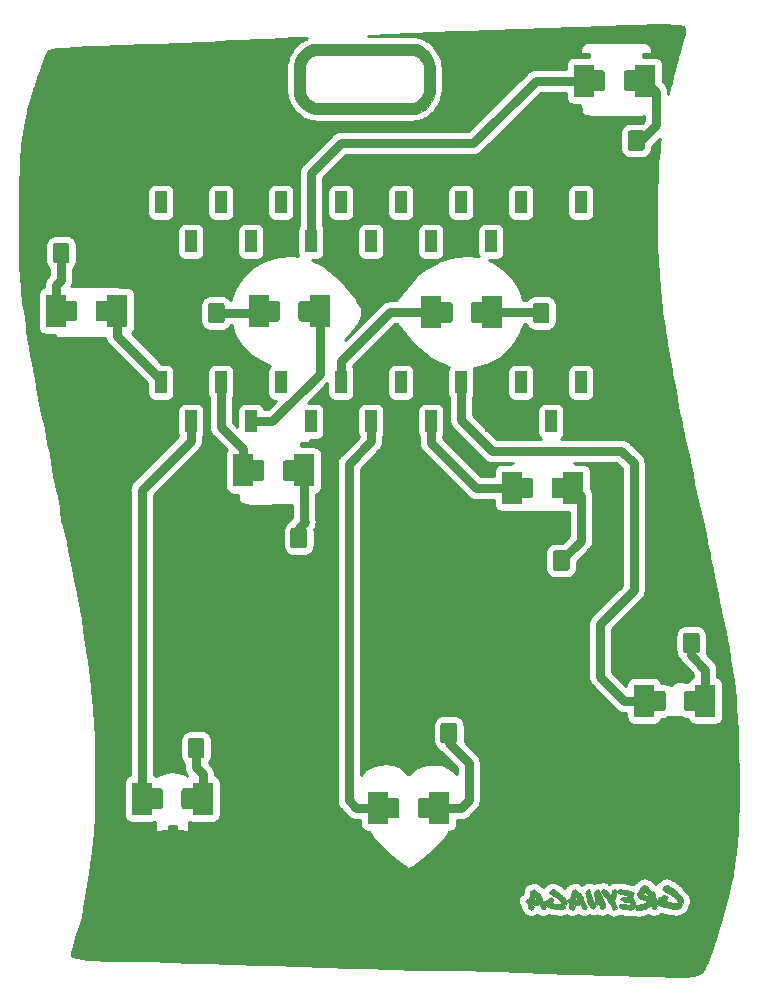
<source format=gbl>
G04 #@! TF.GenerationSoftware,KiCad,Pcbnew,5.1.5-52549c5~84~ubuntu18.04.1*
G04 #@! TF.CreationDate,2020-02-04T19:06:30-07:00*
G04 #@! TF.ProjectId,001,3030312e-6b69-4636-9164-5f7063625858,rev?*
G04 #@! TF.SameCoordinates,Original*
G04 #@! TF.FileFunction,Copper,L2,Bot*
G04 #@! TF.FilePolarity,Positive*
%FSLAX46Y46*%
G04 Gerber Fmt 4.6, Leading zero omitted, Abs format (unit mm)*
G04 Created by KiCad (PCBNEW 5.1.5-52549c5~84~ubuntu18.04.1) date 2020-02-04 19:06:30*
%MOMM*%
%LPD*%
G04 APERTURE LIST*
%ADD10C,0.010000*%
%ADD11C,0.009375*%
%ADD12C,0.100000*%
%ADD13R,1.700000X2.800000*%
%ADD14R,1.000000X1.900000*%
%ADD15C,0.762000*%
%ADD16C,0.254000*%
G04 APERTURE END LIST*
D10*
G36*
X140716558Y-50845378D02*
G01*
X141071770Y-50845921D01*
X141388994Y-50846741D01*
X141668955Y-50847842D01*
X141912376Y-50849226D01*
X142119981Y-50850896D01*
X142292494Y-50852855D01*
X142430640Y-50855105D01*
X142535142Y-50857650D01*
X142606726Y-50860491D01*
X142642166Y-50863135D01*
X142921901Y-50913287D01*
X143179751Y-50998039D01*
X143419193Y-51119141D01*
X143643706Y-51278344D01*
X143851540Y-51471909D01*
X144047227Y-51705893D01*
X144206828Y-51960700D01*
X144331007Y-52237680D01*
X144420427Y-52538181D01*
X144451322Y-52691897D01*
X144459494Y-52747743D01*
X144466250Y-52814350D01*
X144471705Y-52895834D01*
X144475976Y-52996314D01*
X144479179Y-53119907D01*
X144481431Y-53270731D01*
X144482847Y-53452904D01*
X144483544Y-53670544D01*
X144483666Y-53837416D01*
X144483384Y-54080994D01*
X144482460Y-54286360D01*
X144480779Y-54457631D01*
X144478223Y-54598925D01*
X144474677Y-54714360D01*
X144470025Y-54808053D01*
X144464149Y-54884123D01*
X144456934Y-54946687D01*
X144451322Y-54982935D01*
X144380882Y-55283323D01*
X144277568Y-55564446D01*
X144143785Y-55823823D01*
X143981938Y-56058972D01*
X143794432Y-56267412D01*
X143583672Y-56446662D01*
X143352062Y-56594242D01*
X143102008Y-56707670D01*
X142835915Y-56784464D01*
X142679606Y-56810693D01*
X142634150Y-56813693D01*
X142549208Y-56816459D01*
X142427329Y-56818995D01*
X142271060Y-56821302D01*
X142082949Y-56823385D01*
X141865542Y-56825245D01*
X141621389Y-56826886D01*
X141353035Y-56828310D01*
X141063030Y-56829520D01*
X140753920Y-56830519D01*
X140428253Y-56831309D01*
X140088577Y-56831894D01*
X139737439Y-56832277D01*
X139377387Y-56832460D01*
X139010969Y-56832446D01*
X138640731Y-56832237D01*
X138269222Y-56831838D01*
X137898990Y-56831250D01*
X137532581Y-56830476D01*
X137172543Y-56829519D01*
X136821425Y-56828382D01*
X136481773Y-56827068D01*
X136156135Y-56825579D01*
X135847059Y-56823919D01*
X135557093Y-56822089D01*
X135288783Y-56820094D01*
X135044678Y-56817936D01*
X134827325Y-56815617D01*
X134639272Y-56813141D01*
X134483066Y-56810510D01*
X134361254Y-56807727D01*
X134276386Y-56804795D01*
X134231007Y-56801716D01*
X134228416Y-56801350D01*
X133958218Y-56738824D01*
X133706144Y-56639560D01*
X133469661Y-56502231D01*
X133246235Y-56325514D01*
X133157891Y-56241441D01*
X132959732Y-56013536D01*
X132793754Y-55758969D01*
X132661024Y-55479789D01*
X132562612Y-55178043D01*
X132530720Y-55039937D01*
X132521787Y-54992005D01*
X132514350Y-54940946D01*
X132508278Y-54882547D01*
X132503435Y-54812592D01*
X132499689Y-54726866D01*
X132496908Y-54621156D01*
X132494958Y-54491246D01*
X132493705Y-54332921D01*
X132493018Y-54141967D01*
X132492762Y-53914170D01*
X132492750Y-53837416D01*
X132492880Y-53599211D01*
X132493365Y-53399093D01*
X132494345Y-53232815D01*
X132495960Y-53096130D01*
X132498352Y-52984792D01*
X132501659Y-52894555D01*
X132506009Y-52821416D01*
X133445250Y-52821416D01*
X133445250Y-54853416D01*
X133507202Y-55042449D01*
X133597883Y-55259989D01*
X133717408Y-55450459D01*
X133863324Y-55611216D01*
X134033178Y-55739617D01*
X134224517Y-55833021D01*
X134249306Y-55841926D01*
X134263855Y-55846310D01*
X134282260Y-55850333D01*
X134306307Y-55854011D01*
X134337785Y-55857358D01*
X134378481Y-55860392D01*
X134430185Y-55863128D01*
X134494682Y-55865582D01*
X134573761Y-55867769D01*
X134669210Y-55869705D01*
X134782816Y-55871406D01*
X134916367Y-55872889D01*
X135071652Y-55874168D01*
X135250457Y-55875260D01*
X135454571Y-55876180D01*
X135685781Y-55876944D01*
X135945875Y-55877568D01*
X136236642Y-55878068D01*
X136559867Y-55878460D01*
X136917341Y-55878760D01*
X137310849Y-55878982D01*
X137742181Y-55879144D01*
X138213123Y-55879260D01*
X138475739Y-55879308D01*
X138966954Y-55879381D01*
X139417643Y-55879415D01*
X139829611Y-55879394D01*
X140204665Y-55879301D01*
X140544610Y-55879119D01*
X140851254Y-55878833D01*
X141126402Y-55878424D01*
X141371860Y-55877876D01*
X141589436Y-55877173D01*
X141780935Y-55876298D01*
X141948163Y-55875233D01*
X142092927Y-55873963D01*
X142217034Y-55872470D01*
X142322289Y-55870737D01*
X142410498Y-55868749D01*
X142483469Y-55866487D01*
X142543007Y-55863936D01*
X142590918Y-55861079D01*
X142629010Y-55857899D01*
X142659087Y-55854379D01*
X142682958Y-55850502D01*
X142702426Y-55846252D01*
X142719300Y-55841611D01*
X142724908Y-55839898D01*
X142904754Y-55762243D01*
X143069984Y-55647679D01*
X143217177Y-55500122D01*
X143342914Y-55323487D01*
X143443774Y-55121692D01*
X143503167Y-54948666D01*
X143512337Y-54912718D01*
X143519943Y-54873434D01*
X143526130Y-54826681D01*
X143531039Y-54768325D01*
X143534816Y-54694233D01*
X143537603Y-54600270D01*
X143539545Y-54482303D01*
X143540784Y-54336200D01*
X143541463Y-54157825D01*
X143541728Y-53943046D01*
X143541750Y-53837416D01*
X143541619Y-53605455D01*
X143541133Y-53411694D01*
X143540149Y-53252001D01*
X143538522Y-53122244D01*
X143536111Y-53018289D01*
X143532773Y-52936005D01*
X143528363Y-52871259D01*
X143522740Y-52819919D01*
X143515761Y-52777851D01*
X143507281Y-52740924D01*
X143503298Y-52726166D01*
X143428093Y-52517854D01*
X143325798Y-52327286D01*
X143200605Y-52159154D01*
X143056706Y-52018151D01*
X142898294Y-51908969D01*
X142729563Y-51836303D01*
X142700985Y-51828139D01*
X142682780Y-51823934D01*
X142660071Y-51820084D01*
X142631070Y-51816578D01*
X142593988Y-51813403D01*
X142547037Y-51810547D01*
X142488429Y-51807998D01*
X142416373Y-51805743D01*
X142329083Y-51803771D01*
X142224768Y-51802070D01*
X142101641Y-51800627D01*
X141957913Y-51799430D01*
X141791794Y-51798468D01*
X141601498Y-51797727D01*
X141385234Y-51797196D01*
X141141214Y-51796863D01*
X140867649Y-51796716D01*
X140562751Y-51796742D01*
X140224732Y-51796929D01*
X139851802Y-51797266D01*
X139442172Y-51797739D01*
X138994055Y-51798338D01*
X138505661Y-51799049D01*
X138428897Y-51799164D01*
X134289711Y-51805416D01*
X134132064Y-51884098D01*
X134041287Y-51934180D01*
X133950681Y-51991966D01*
X133878863Y-52045524D01*
X133874878Y-52048929D01*
X133763854Y-52164906D01*
X133659787Y-52310911D01*
X133570426Y-52474646D01*
X133507202Y-52632384D01*
X133445250Y-52821416D01*
X132506009Y-52821416D01*
X132506024Y-52821173D01*
X132511585Y-52760398D01*
X132518485Y-52707985D01*
X132526863Y-52659686D01*
X132532657Y-52630916D01*
X132617004Y-52319301D01*
X132733603Y-52032127D01*
X132880964Y-51771068D01*
X133057595Y-51537799D01*
X133262005Y-51333993D01*
X133492703Y-51161325D01*
X133748197Y-51021468D01*
X134026997Y-50916097D01*
X134071785Y-50903076D01*
X134249583Y-50853368D01*
X138345333Y-50846732D01*
X138901346Y-50845928D01*
X139415752Y-50845388D01*
X139889273Y-50845114D01*
X140322633Y-50845110D01*
X140716558Y-50845378D01*
G37*
X140716558Y-50845378D02*
X141071770Y-50845921D01*
X141388994Y-50846741D01*
X141668955Y-50847842D01*
X141912376Y-50849226D01*
X142119981Y-50850896D01*
X142292494Y-50852855D01*
X142430640Y-50855105D01*
X142535142Y-50857650D01*
X142606726Y-50860491D01*
X142642166Y-50863135D01*
X142921901Y-50913287D01*
X143179751Y-50998039D01*
X143419193Y-51119141D01*
X143643706Y-51278344D01*
X143851540Y-51471909D01*
X144047227Y-51705893D01*
X144206828Y-51960700D01*
X144331007Y-52237680D01*
X144420427Y-52538181D01*
X144451322Y-52691897D01*
X144459494Y-52747743D01*
X144466250Y-52814350D01*
X144471705Y-52895834D01*
X144475976Y-52996314D01*
X144479179Y-53119907D01*
X144481431Y-53270731D01*
X144482847Y-53452904D01*
X144483544Y-53670544D01*
X144483666Y-53837416D01*
X144483384Y-54080994D01*
X144482460Y-54286360D01*
X144480779Y-54457631D01*
X144478223Y-54598925D01*
X144474677Y-54714360D01*
X144470025Y-54808053D01*
X144464149Y-54884123D01*
X144456934Y-54946687D01*
X144451322Y-54982935D01*
X144380882Y-55283323D01*
X144277568Y-55564446D01*
X144143785Y-55823823D01*
X143981938Y-56058972D01*
X143794432Y-56267412D01*
X143583672Y-56446662D01*
X143352062Y-56594242D01*
X143102008Y-56707670D01*
X142835915Y-56784464D01*
X142679606Y-56810693D01*
X142634150Y-56813693D01*
X142549208Y-56816459D01*
X142427329Y-56818995D01*
X142271060Y-56821302D01*
X142082949Y-56823385D01*
X141865542Y-56825245D01*
X141621389Y-56826886D01*
X141353035Y-56828310D01*
X141063030Y-56829520D01*
X140753920Y-56830519D01*
X140428253Y-56831309D01*
X140088577Y-56831894D01*
X139737439Y-56832277D01*
X139377387Y-56832460D01*
X139010969Y-56832446D01*
X138640731Y-56832237D01*
X138269222Y-56831838D01*
X137898990Y-56831250D01*
X137532581Y-56830476D01*
X137172543Y-56829519D01*
X136821425Y-56828382D01*
X136481773Y-56827068D01*
X136156135Y-56825579D01*
X135847059Y-56823919D01*
X135557093Y-56822089D01*
X135288783Y-56820094D01*
X135044678Y-56817936D01*
X134827325Y-56815617D01*
X134639272Y-56813141D01*
X134483066Y-56810510D01*
X134361254Y-56807727D01*
X134276386Y-56804795D01*
X134231007Y-56801716D01*
X134228416Y-56801350D01*
X133958218Y-56738824D01*
X133706144Y-56639560D01*
X133469661Y-56502231D01*
X133246235Y-56325514D01*
X133157891Y-56241441D01*
X132959732Y-56013536D01*
X132793754Y-55758969D01*
X132661024Y-55479789D01*
X132562612Y-55178043D01*
X132530720Y-55039937D01*
X132521787Y-54992005D01*
X132514350Y-54940946D01*
X132508278Y-54882547D01*
X132503435Y-54812592D01*
X132499689Y-54726866D01*
X132496908Y-54621156D01*
X132494958Y-54491246D01*
X132493705Y-54332921D01*
X132493018Y-54141967D01*
X132492762Y-53914170D01*
X132492750Y-53837416D01*
X132492880Y-53599211D01*
X132493365Y-53399093D01*
X132494345Y-53232815D01*
X132495960Y-53096130D01*
X132498352Y-52984792D01*
X132501659Y-52894555D01*
X132506009Y-52821416D01*
X133445250Y-52821416D01*
X133445250Y-54853416D01*
X133507202Y-55042449D01*
X133597883Y-55259989D01*
X133717408Y-55450459D01*
X133863324Y-55611216D01*
X134033178Y-55739617D01*
X134224517Y-55833021D01*
X134249306Y-55841926D01*
X134263855Y-55846310D01*
X134282260Y-55850333D01*
X134306307Y-55854011D01*
X134337785Y-55857358D01*
X134378481Y-55860392D01*
X134430185Y-55863128D01*
X134494682Y-55865582D01*
X134573761Y-55867769D01*
X134669210Y-55869705D01*
X134782816Y-55871406D01*
X134916367Y-55872889D01*
X135071652Y-55874168D01*
X135250457Y-55875260D01*
X135454571Y-55876180D01*
X135685781Y-55876944D01*
X135945875Y-55877568D01*
X136236642Y-55878068D01*
X136559867Y-55878460D01*
X136917341Y-55878760D01*
X137310849Y-55878982D01*
X137742181Y-55879144D01*
X138213123Y-55879260D01*
X138475739Y-55879308D01*
X138966954Y-55879381D01*
X139417643Y-55879415D01*
X139829611Y-55879394D01*
X140204665Y-55879301D01*
X140544610Y-55879119D01*
X140851254Y-55878833D01*
X141126402Y-55878424D01*
X141371860Y-55877876D01*
X141589436Y-55877173D01*
X141780935Y-55876298D01*
X141948163Y-55875233D01*
X142092927Y-55873963D01*
X142217034Y-55872470D01*
X142322289Y-55870737D01*
X142410498Y-55868749D01*
X142483469Y-55866487D01*
X142543007Y-55863936D01*
X142590918Y-55861079D01*
X142629010Y-55857899D01*
X142659087Y-55854379D01*
X142682958Y-55850502D01*
X142702426Y-55846252D01*
X142719300Y-55841611D01*
X142724908Y-55839898D01*
X142904754Y-55762243D01*
X143069984Y-55647679D01*
X143217177Y-55500122D01*
X143342914Y-55323487D01*
X143443774Y-55121692D01*
X143503167Y-54948666D01*
X143512337Y-54912718D01*
X143519943Y-54873434D01*
X143526130Y-54826681D01*
X143531039Y-54768325D01*
X143534816Y-54694233D01*
X143537603Y-54600270D01*
X143539545Y-54482303D01*
X143540784Y-54336200D01*
X143541463Y-54157825D01*
X143541728Y-53943046D01*
X143541750Y-53837416D01*
X143541619Y-53605455D01*
X143541133Y-53411694D01*
X143540149Y-53252001D01*
X143538522Y-53122244D01*
X143536111Y-53018289D01*
X143532773Y-52936005D01*
X143528363Y-52871259D01*
X143522740Y-52819919D01*
X143515761Y-52777851D01*
X143507281Y-52740924D01*
X143503298Y-52726166D01*
X143428093Y-52517854D01*
X143325798Y-52327286D01*
X143200605Y-52159154D01*
X143056706Y-52018151D01*
X142898294Y-51908969D01*
X142729563Y-51836303D01*
X142700985Y-51828139D01*
X142682780Y-51823934D01*
X142660071Y-51820084D01*
X142631070Y-51816578D01*
X142593988Y-51813403D01*
X142547037Y-51810547D01*
X142488429Y-51807998D01*
X142416373Y-51805743D01*
X142329083Y-51803771D01*
X142224768Y-51802070D01*
X142101641Y-51800627D01*
X141957913Y-51799430D01*
X141791794Y-51798468D01*
X141601498Y-51797727D01*
X141385234Y-51797196D01*
X141141214Y-51796863D01*
X140867649Y-51796716D01*
X140562751Y-51796742D01*
X140224732Y-51796929D01*
X139851802Y-51797266D01*
X139442172Y-51797739D01*
X138994055Y-51798338D01*
X138505661Y-51799049D01*
X138428897Y-51799164D01*
X134289711Y-51805416D01*
X134132064Y-51884098D01*
X134041287Y-51934180D01*
X133950681Y-51991966D01*
X133878863Y-52045524D01*
X133874878Y-52048929D01*
X133763854Y-52164906D01*
X133659787Y-52310911D01*
X133570426Y-52474646D01*
X133507202Y-52632384D01*
X133445250Y-52821416D01*
X132506009Y-52821416D01*
X132506024Y-52821173D01*
X132511585Y-52760398D01*
X132518485Y-52707985D01*
X132526863Y-52659686D01*
X132532657Y-52630916D01*
X132617004Y-52319301D01*
X132733603Y-52032127D01*
X132880964Y-51771068D01*
X133057595Y-51537799D01*
X133262005Y-51333993D01*
X133492703Y-51161325D01*
X133748197Y-51021468D01*
X134026997Y-50916097D01*
X134071785Y-50903076D01*
X134249583Y-50853368D01*
X138345333Y-50846732D01*
X138901346Y-50845928D01*
X139415752Y-50845388D01*
X139889273Y-50845114D01*
X140322633Y-50845110D01*
X140716558Y-50845378D01*
D11*
G36*
X165497571Y-123478675D02*
G01*
X165489302Y-123423554D01*
X165486480Y-123360164D01*
X165293553Y-123023925D01*
X165031727Y-122748315D01*
X164993141Y-122709732D01*
X164962825Y-122668389D01*
X164926994Y-122635316D01*
X164877385Y-122613274D01*
X164712023Y-122467202D01*
X164510829Y-122340422D01*
X164301367Y-122216399D01*
X164108440Y-122078596D01*
X164061588Y-122092368D01*
X164023002Y-122089546D01*
X163959613Y-122163960D01*
X163876930Y-122205302D01*
X163797005Y-122254911D01*
X163739126Y-122332079D01*
X163758430Y-122345852D01*
X163750161Y-122376168D01*
X163744658Y-122406487D01*
X163769465Y-122420260D01*
X163750161Y-122439564D01*
X163730857Y-122458868D01*
X163739126Y-122486441D01*
X163739126Y-122516757D01*
X163887953Y-122602197D01*
X164058831Y-122684877D01*
X164240731Y-122781340D01*
X164422635Y-122897097D01*
X164607290Y-123043169D01*
X164783679Y-123214044D01*
X164943532Y-123398702D01*
X165070312Y-123583360D01*
X165056540Y-123608167D01*
X165040002Y-123632974D01*
X164844320Y-123632974D01*
X164662416Y-123644009D01*
X164648644Y-123621968D01*
X164632106Y-123602664D01*
X164282085Y-123542028D01*
X163951355Y-123453834D01*
X164039549Y-123423517D01*
X164039549Y-123395944D01*
X164009233Y-123368371D01*
X164083646Y-123302224D01*
X164116720Y-123194740D01*
X164097416Y-123156154D01*
X164116720Y-123120323D01*
X164133258Y-123120323D01*
X164138762Y-123131358D01*
X164144265Y-123142393D01*
X164158037Y-123142393D01*
X164144265Y-123092784D01*
X164127727Y-123045929D01*
X163898974Y-122894345D01*
X163810780Y-122952223D01*
X163700535Y-123012856D01*
X163582025Y-123076246D01*
X163469026Y-123136881D01*
X163383586Y-123192002D01*
X163314684Y-123258146D01*
X163248540Y-123324294D01*
X163168614Y-123379415D01*
X163163111Y-123451074D01*
X163157608Y-123517218D01*
X163284387Y-123677071D01*
X163452510Y-123787313D01*
X163648189Y-123867241D01*
X163863163Y-123927874D01*
X164086406Y-123988509D01*
X164304135Y-124060166D01*
X164384063Y-124062988D01*
X164447453Y-124071257D01*
X164508086Y-124082292D01*
X164574230Y-124090561D01*
X164593534Y-124096064D01*
X164604569Y-124109837D01*
X164703787Y-124118106D01*
X164778201Y-124118106D01*
X164858126Y-124129141D01*
X164935297Y-124137410D01*
X165323903Y-123961021D01*
X165478245Y-123506268D01*
X165483748Y-123489730D01*
X165497520Y-123478695D01*
X165497571Y-123478675D01*
G37*
X165497571Y-123478675D02*
X165489302Y-123423554D01*
X165486480Y-123360164D01*
X165293553Y-123023925D01*
X165031727Y-122748315D01*
X164993141Y-122709732D01*
X164962825Y-122668389D01*
X164926994Y-122635316D01*
X164877385Y-122613274D01*
X164712023Y-122467202D01*
X164510829Y-122340422D01*
X164301367Y-122216399D01*
X164108440Y-122078596D01*
X164061588Y-122092368D01*
X164023002Y-122089546D01*
X163959613Y-122163960D01*
X163876930Y-122205302D01*
X163797005Y-122254911D01*
X163739126Y-122332079D01*
X163758430Y-122345852D01*
X163750161Y-122376168D01*
X163744658Y-122406487D01*
X163769465Y-122420260D01*
X163750161Y-122439564D01*
X163730857Y-122458868D01*
X163739126Y-122486441D01*
X163739126Y-122516757D01*
X163887953Y-122602197D01*
X164058831Y-122684877D01*
X164240731Y-122781340D01*
X164422635Y-122897097D01*
X164607290Y-123043169D01*
X164783679Y-123214044D01*
X164943532Y-123398702D01*
X165070312Y-123583360D01*
X165056540Y-123608167D01*
X165040002Y-123632974D01*
X164844320Y-123632974D01*
X164662416Y-123644009D01*
X164648644Y-123621968D01*
X164632106Y-123602664D01*
X164282085Y-123542028D01*
X163951355Y-123453834D01*
X164039549Y-123423517D01*
X164039549Y-123395944D01*
X164009233Y-123368371D01*
X164083646Y-123302224D01*
X164116720Y-123194740D01*
X164097416Y-123156154D01*
X164116720Y-123120323D01*
X164133258Y-123120323D01*
X164138762Y-123131358D01*
X164144265Y-123142393D01*
X164158037Y-123142393D01*
X164144265Y-123092784D01*
X164127727Y-123045929D01*
X163898974Y-122894345D01*
X163810780Y-122952223D01*
X163700535Y-123012856D01*
X163582025Y-123076246D01*
X163469026Y-123136881D01*
X163383586Y-123192002D01*
X163314684Y-123258146D01*
X163248540Y-123324294D01*
X163168614Y-123379415D01*
X163163111Y-123451074D01*
X163157608Y-123517218D01*
X163284387Y-123677071D01*
X163452510Y-123787313D01*
X163648189Y-123867241D01*
X163863163Y-123927874D01*
X164086406Y-123988509D01*
X164304135Y-124060166D01*
X164384063Y-124062988D01*
X164447453Y-124071257D01*
X164508086Y-124082292D01*
X164574230Y-124090561D01*
X164593534Y-124096064D01*
X164604569Y-124109837D01*
X164703787Y-124118106D01*
X164778201Y-124118106D01*
X164858126Y-124129141D01*
X164935297Y-124137410D01*
X165323903Y-123961021D01*
X165478245Y-123506268D01*
X165483748Y-123489730D01*
X165497520Y-123478695D01*
X165497571Y-123478675D01*
G36*
X163193492Y-123894843D02*
G01*
X162515385Y-122919319D01*
X162562240Y-123046099D01*
X162319704Y-122982709D01*
X162079925Y-122883491D01*
X162151584Y-122720883D01*
X162272852Y-122635443D01*
X162352777Y-122731906D01*
X162440972Y-122820101D01*
X162515385Y-122919319D01*
X163193492Y-123894843D01*
X163218299Y-123875539D01*
X163243107Y-123828687D01*
X163212790Y-123828687D01*
X163223825Y-123718442D01*
X163199018Y-123619224D01*
X163176976Y-123525518D01*
X163185246Y-123429055D01*
X163165942Y-123423551D01*
X163154907Y-123384966D01*
X163152084Y-123335357D01*
X163154907Y-123291260D01*
X163099786Y-123114871D01*
X163061200Y-122935727D01*
X163025369Y-122762093D01*
X162970249Y-122602242D01*
X162890323Y-122613277D01*
X162832445Y-122649105D01*
X162680861Y-122489255D01*
X162548569Y-122307351D01*
X162394230Y-122147500D01*
X162182010Y-122064818D01*
X162033183Y-122166793D01*
X161898134Y-122299085D01*
X161856795Y-122329401D01*
X161812697Y-122356974D01*
X161812697Y-122398314D01*
X161749307Y-122483751D01*
X161702453Y-122585727D01*
X161661113Y-122693214D01*
X161617016Y-122795189D01*
X161622519Y-122825505D01*
X161617016Y-122850313D01*
X161608747Y-122877886D01*
X161605924Y-122913714D01*
X161702385Y-123150738D01*
X161906336Y-123296808D01*
X162159896Y-123393272D01*
X162405186Y-123478709D01*
X162394151Y-123489744D01*
X162385882Y-123506282D01*
X162259102Y-123586207D01*
X162173665Y-123638574D01*
X162085471Y-123671647D01*
X161950422Y-123704721D01*
X161818130Y-123737792D01*
X161729936Y-123757096D01*
X161647253Y-123768130D01*
X161528742Y-123781903D01*
X161479133Y-123853562D01*
X161451560Y-123936245D01*
X161448738Y-124016170D01*
X161470779Y-124074048D01*
X161457007Y-124085083D01*
X161429434Y-124085083D01*
X161462505Y-124118157D01*
X161490078Y-124156742D01*
X161523151Y-124192570D01*
X161567249Y-124211874D01*
X161820808Y-124214696D01*
X162214926Y-124087916D01*
X162407850Y-124007988D01*
X162537388Y-123939087D01*
X162639363Y-123864673D01*
X162746850Y-123768212D01*
X162757885Y-123779247D01*
X162766154Y-123790282D01*
X162810251Y-123969428D01*
X162892934Y-124109986D01*
X162953569Y-124118255D01*
X162989397Y-124148572D01*
X163030737Y-124145749D01*
X163055545Y-124131977D01*
X163080352Y-124115439D01*
X163124449Y-124109935D01*
X163140987Y-124063084D01*
X163185085Y-124041042D01*
X163179581Y-123999702D01*
X163187850Y-123966629D01*
X163198885Y-123933555D01*
X163193382Y-123894970D01*
X163193492Y-123894843D01*
G37*
X163193492Y-123894843D02*
X162515385Y-122919319D01*
X162562240Y-123046099D01*
X162319704Y-122982709D01*
X162079925Y-122883491D01*
X162151584Y-122720883D01*
X162272852Y-122635443D01*
X162352777Y-122731906D01*
X162440972Y-122820101D01*
X162515385Y-122919319D01*
X163193492Y-123894843D01*
X163218299Y-123875539D01*
X163243107Y-123828687D01*
X163212790Y-123828687D01*
X163223825Y-123718442D01*
X163199018Y-123619224D01*
X163176976Y-123525518D01*
X163185246Y-123429055D01*
X163165942Y-123423551D01*
X163154907Y-123384966D01*
X163152084Y-123335357D01*
X163154907Y-123291260D01*
X163099786Y-123114871D01*
X163061200Y-122935727D01*
X163025369Y-122762093D01*
X162970249Y-122602242D01*
X162890323Y-122613277D01*
X162832445Y-122649105D01*
X162680861Y-122489255D01*
X162548569Y-122307351D01*
X162394230Y-122147500D01*
X162182010Y-122064818D01*
X162033183Y-122166793D01*
X161898134Y-122299085D01*
X161856795Y-122329401D01*
X161812697Y-122356974D01*
X161812697Y-122398314D01*
X161749307Y-122483751D01*
X161702453Y-122585727D01*
X161661113Y-122693214D01*
X161617016Y-122795189D01*
X161622519Y-122825505D01*
X161617016Y-122850313D01*
X161608747Y-122877886D01*
X161605924Y-122913714D01*
X161702385Y-123150738D01*
X161906336Y-123296808D01*
X162159896Y-123393272D01*
X162405186Y-123478709D01*
X162394151Y-123489744D01*
X162385882Y-123506282D01*
X162259102Y-123586207D01*
X162173665Y-123638574D01*
X162085471Y-123671647D01*
X161950422Y-123704721D01*
X161818130Y-123737792D01*
X161729936Y-123757096D01*
X161647253Y-123768130D01*
X161528742Y-123781903D01*
X161479133Y-123853562D01*
X161451560Y-123936245D01*
X161448738Y-124016170D01*
X161470779Y-124074048D01*
X161457007Y-124085083D01*
X161429434Y-124085083D01*
X161462505Y-124118157D01*
X161490078Y-124156742D01*
X161523151Y-124192570D01*
X161567249Y-124211874D01*
X161820808Y-124214696D01*
X162214926Y-124087916D01*
X162407850Y-124007988D01*
X162537388Y-123939087D01*
X162639363Y-123864673D01*
X162746850Y-123768212D01*
X162757885Y-123779247D01*
X162766154Y-123790282D01*
X162810251Y-123969428D01*
X162892934Y-124109986D01*
X162953569Y-124118255D01*
X162989397Y-124148572D01*
X163030737Y-124145749D01*
X163055545Y-124131977D01*
X163080352Y-124115439D01*
X163124449Y-124109935D01*
X163140987Y-124063084D01*
X163185085Y-124041042D01*
X163179581Y-123999702D01*
X163187850Y-123966629D01*
X163198885Y-123933555D01*
X163193382Y-123894970D01*
X163193492Y-123894843D01*
G36*
X159908248Y-122580195D02*
G01*
X159908248Y-122610511D01*
X159911070Y-122627050D01*
X159911070Y-122646354D01*
X159905567Y-122673927D01*
X160040613Y-122803464D01*
X160203221Y-122853073D01*
X160385121Y-122883389D01*
X160567025Y-122955048D01*
X160633169Y-122955048D01*
X160715852Y-122963317D01*
X160757192Y-122988125D01*
X160806804Y-123001897D01*
X160798535Y-123054263D01*
X160790265Y-123095603D01*
X160578048Y-123092781D01*
X160346539Y-123079009D01*
X160349361Y-123098313D01*
X160352183Y-123112085D01*
X160313598Y-123147913D01*
X160275012Y-123186499D01*
X160236427Y-123219572D01*
X160186818Y-123227841D01*
X160173045Y-123277450D01*
X160178549Y-123329817D01*
X160266743Y-123393207D01*
X160360450Y-123448328D01*
X160462425Y-123489670D01*
X160580936Y-123500705D01*
X160602977Y-123500705D01*
X160619515Y-123492436D01*
X160682905Y-123500705D01*
X160743541Y-123508974D01*
X160817954Y-123497939D01*
X160892368Y-123486904D01*
X160972293Y-123610927D01*
X161035683Y-123751488D01*
X160881344Y-123762523D01*
X160762833Y-123754254D01*
X160649832Y-123740481D01*
X160503762Y-123734978D01*
X160374225Y-123696392D01*
X160233667Y-123663319D01*
X160195081Y-123693635D01*
X160164762Y-123732221D01*
X160131691Y-123762537D01*
X160090349Y-123773572D01*
X160076576Y-123801117D01*
X160068307Y-123828690D01*
X160060038Y-123853497D01*
X160035231Y-123859000D01*
X160131694Y-123999561D01*
X160252960Y-124071217D01*
X160407301Y-124109803D01*
X160591959Y-124142876D01*
X160633299Y-124140054D01*
X160671885Y-124134551D01*
X160823469Y-124159358D01*
X161002612Y-124167627D01*
X161176247Y-124142820D01*
X161311293Y-124071161D01*
X161341612Y-124027064D01*
X161377440Y-123985724D01*
X161388475Y-123905798D01*
X161405013Y-123814847D01*
X161418786Y-123718383D01*
X161413282Y-123632946D01*
X161380212Y-123558532D01*
X161360908Y-123486873D01*
X161344369Y-123473101D01*
X161322328Y-123462066D01*
X161286497Y-123368360D01*
X161247914Y-123282923D01*
X161206571Y-123200240D01*
X161165232Y-123103777D01*
X161223107Y-123026606D01*
X161247914Y-122941169D01*
X161261687Y-122852974D01*
X161280991Y-122759268D01*
X161214846Y-122693121D01*
X161126652Y-122649023D01*
X161024676Y-122621450D01*
X160908920Y-122596643D01*
X160713239Y-122541522D01*
X160542364Y-122511206D01*
X160365975Y-122486398D01*
X160159267Y-122453325D01*
X160112416Y-122478132D01*
X160087608Y-122464360D01*
X160073836Y-122447822D01*
X160004934Y-122527747D01*
X159908471Y-122580113D01*
X159908248Y-122580195D01*
G37*
X159908248Y-122580195D02*
X159908248Y-122610511D01*
X159911070Y-122627050D01*
X159911070Y-122646354D01*
X159905567Y-122673927D01*
X160040613Y-122803464D01*
X160203221Y-122853073D01*
X160385121Y-122883389D01*
X160567025Y-122955048D01*
X160633169Y-122955048D01*
X160715852Y-122963317D01*
X160757192Y-122988125D01*
X160806804Y-123001897D01*
X160798535Y-123054263D01*
X160790265Y-123095603D01*
X160578048Y-123092781D01*
X160346539Y-123079009D01*
X160349361Y-123098313D01*
X160352183Y-123112085D01*
X160313598Y-123147913D01*
X160275012Y-123186499D01*
X160236427Y-123219572D01*
X160186818Y-123227841D01*
X160173045Y-123277450D01*
X160178549Y-123329817D01*
X160266743Y-123393207D01*
X160360450Y-123448328D01*
X160462425Y-123489670D01*
X160580936Y-123500705D01*
X160602977Y-123500705D01*
X160619515Y-123492436D01*
X160682905Y-123500705D01*
X160743541Y-123508974D01*
X160817954Y-123497939D01*
X160892368Y-123486904D01*
X160972293Y-123610927D01*
X161035683Y-123751488D01*
X160881344Y-123762523D01*
X160762833Y-123754254D01*
X160649832Y-123740481D01*
X160503762Y-123734978D01*
X160374225Y-123696392D01*
X160233667Y-123663319D01*
X160195081Y-123693635D01*
X160164762Y-123732221D01*
X160131691Y-123762537D01*
X160090349Y-123773572D01*
X160076576Y-123801117D01*
X160068307Y-123828690D01*
X160060038Y-123853497D01*
X160035231Y-123859000D01*
X160131694Y-123999561D01*
X160252960Y-124071217D01*
X160407301Y-124109803D01*
X160591959Y-124142876D01*
X160633299Y-124140054D01*
X160671885Y-124134551D01*
X160823469Y-124159358D01*
X161002612Y-124167627D01*
X161176247Y-124142820D01*
X161311293Y-124071161D01*
X161341612Y-124027064D01*
X161377440Y-123985724D01*
X161388475Y-123905798D01*
X161405013Y-123814847D01*
X161418786Y-123718383D01*
X161413282Y-123632946D01*
X161380212Y-123558532D01*
X161360908Y-123486873D01*
X161344369Y-123473101D01*
X161322328Y-123462066D01*
X161286497Y-123368360D01*
X161247914Y-123282923D01*
X161206571Y-123200240D01*
X161165232Y-123103777D01*
X161223107Y-123026606D01*
X161247914Y-122941169D01*
X161261687Y-122852974D01*
X161280991Y-122759268D01*
X161214846Y-122693121D01*
X161126652Y-122649023D01*
X161024676Y-122621450D01*
X160908920Y-122596643D01*
X160713239Y-122541522D01*
X160542364Y-122511206D01*
X160365975Y-122486398D01*
X160159267Y-122453325D01*
X160112416Y-122478132D01*
X160087608Y-122464360D01*
X160073836Y-122447822D01*
X160004934Y-122527747D01*
X159908471Y-122580113D01*
X159908248Y-122580195D01*
G36*
X159092450Y-123409773D02*
G01*
X159125521Y-123451116D01*
X159153094Y-123497968D01*
X159183411Y-123555846D01*
X159224753Y-123605455D01*
X159252327Y-123671602D01*
X159296424Y-123723968D01*
X159425961Y-123963744D01*
X159442499Y-124013356D01*
X159467306Y-124057453D01*
X159478341Y-124076757D01*
X159486610Y-124090530D01*
X159492114Y-124118103D01*
X159522430Y-124156688D01*
X159552749Y-124187005D01*
X159572053Y-124209046D01*
X159613393Y-124225584D01*
X159858684Y-124010610D01*
X159855862Y-123983037D01*
X159847592Y-123955464D01*
X159836558Y-123922390D01*
X159811750Y-123845219D01*
X159764899Y-123776318D01*
X159740091Y-123715685D01*
X159673944Y-123586148D01*
X159613311Y-123481418D01*
X159577483Y-123420785D01*
X159643628Y-123340857D01*
X159707018Y-123208566D01*
X159745603Y-123095567D01*
X159753872Y-123034934D01*
X159764907Y-122982568D01*
X159778679Y-122921935D01*
X159784183Y-122858545D01*
X159800721Y-122819960D01*
X159795218Y-122792387D01*
X159792395Y-122742778D01*
X159806168Y-122676633D01*
X159819940Y-122615998D01*
X159822763Y-122549853D01*
X159806224Y-122489221D01*
X159753861Y-122436854D01*
X159707006Y-122434032D01*
X159660155Y-122461605D01*
X159613300Y-122486413D01*
X159555422Y-122513986D01*
X159497544Y-122549814D01*
X159478240Y-122588399D01*
X159442412Y-122618716D01*
X159442412Y-122649032D01*
X159439589Y-122679348D01*
X159428555Y-122723445D01*
X159417520Y-122756519D01*
X159409251Y-122830933D01*
X159392712Y-122894322D01*
X159376174Y-122957712D01*
X159373352Y-123029371D01*
X159345779Y-123010067D01*
X159334744Y-123001798D01*
X159323709Y-122993529D01*
X159161101Y-122773043D01*
X159166604Y-122745470D01*
X159108726Y-122690349D01*
X159067386Y-122649006D01*
X159031555Y-122607667D01*
X159001239Y-122585625D01*
X158750437Y-122414748D01*
X158711851Y-122409245D01*
X158700816Y-122445075D01*
X158656719Y-122500196D01*
X158582306Y-122547048D01*
X158557498Y-122563586D01*
X158543726Y-122604926D01*
X158546548Y-122629733D01*
X158535513Y-122657307D01*
X158590634Y-122753770D01*
X158651269Y-122808891D01*
X158698121Y-122850231D01*
X158728437Y-122894328D01*
X158747741Y-122916370D01*
X158822158Y-123004564D01*
X158830427Y-123037635D01*
X158863501Y-123037635D01*
X158877273Y-123048670D01*
X158904818Y-123095522D01*
X158932391Y-123131352D01*
X158946163Y-123145125D01*
X158954433Y-123167166D01*
X158962702Y-123189208D01*
X159006799Y-123244332D01*
X159026103Y-123282917D01*
X159048144Y-123327014D01*
X159078461Y-123368354D01*
X159092450Y-123409773D01*
G37*
X159092450Y-123409773D02*
X159125521Y-123451116D01*
X159153094Y-123497968D01*
X159183411Y-123555846D01*
X159224753Y-123605455D01*
X159252327Y-123671602D01*
X159296424Y-123723968D01*
X159425961Y-123963744D01*
X159442499Y-124013356D01*
X159467306Y-124057453D01*
X159478341Y-124076757D01*
X159486610Y-124090530D01*
X159492114Y-124118103D01*
X159522430Y-124156688D01*
X159552749Y-124187005D01*
X159572053Y-124209046D01*
X159613393Y-124225584D01*
X159858684Y-124010610D01*
X159855862Y-123983037D01*
X159847592Y-123955464D01*
X159836558Y-123922390D01*
X159811750Y-123845219D01*
X159764899Y-123776318D01*
X159740091Y-123715685D01*
X159673944Y-123586148D01*
X159613311Y-123481418D01*
X159577483Y-123420785D01*
X159643628Y-123340857D01*
X159707018Y-123208566D01*
X159745603Y-123095567D01*
X159753872Y-123034934D01*
X159764907Y-122982568D01*
X159778679Y-122921935D01*
X159784183Y-122858545D01*
X159800721Y-122819960D01*
X159795218Y-122792387D01*
X159792395Y-122742778D01*
X159806168Y-122676633D01*
X159819940Y-122615998D01*
X159822763Y-122549853D01*
X159806224Y-122489221D01*
X159753861Y-122436854D01*
X159707006Y-122434032D01*
X159660155Y-122461605D01*
X159613300Y-122486413D01*
X159555422Y-122513986D01*
X159497544Y-122549814D01*
X159478240Y-122588399D01*
X159442412Y-122618716D01*
X159442412Y-122649032D01*
X159439589Y-122679348D01*
X159428555Y-122723445D01*
X159417520Y-122756519D01*
X159409251Y-122830933D01*
X159392712Y-122894322D01*
X159376174Y-122957712D01*
X159373352Y-123029371D01*
X159345779Y-123010067D01*
X159334744Y-123001798D01*
X159323709Y-122993529D01*
X159161101Y-122773043D01*
X159166604Y-122745470D01*
X159108726Y-122690349D01*
X159067386Y-122649006D01*
X159031555Y-122607667D01*
X159001239Y-122585625D01*
X158750437Y-122414748D01*
X158711851Y-122409245D01*
X158700816Y-122445075D01*
X158656719Y-122500196D01*
X158582306Y-122547048D01*
X158557498Y-122563586D01*
X158543726Y-122604926D01*
X158546548Y-122629733D01*
X158535513Y-122657307D01*
X158590634Y-122753770D01*
X158651269Y-122808891D01*
X158698121Y-122850231D01*
X158728437Y-122894328D01*
X158747741Y-122916370D01*
X158822158Y-123004564D01*
X158830427Y-123037635D01*
X158863501Y-123037635D01*
X158877273Y-123048670D01*
X158904818Y-123095522D01*
X158932391Y-123131352D01*
X158946163Y-123145125D01*
X158954433Y-123167166D01*
X158962702Y-123189208D01*
X159006799Y-123244332D01*
X159026103Y-123282917D01*
X159048144Y-123327014D01*
X159078461Y-123368354D01*
X159092450Y-123409773D01*
G36*
X158279408Y-123630259D02*
G01*
X158315236Y-123660578D01*
X158337277Y-123707430D01*
X158356581Y-123754285D01*
X158384155Y-123773589D01*
X158400693Y-123812174D01*
X158422734Y-123848002D01*
X158439273Y-123886588D01*
X158433769Y-123933439D01*
X158461342Y-123980294D01*
X158475115Y-124038172D01*
X158497156Y-124085024D01*
X158557792Y-124101562D01*
X158560614Y-124115334D01*
X158552345Y-124134638D01*
X158599199Y-124137461D01*
X158635028Y-124151233D01*
X158723222Y-124093355D01*
X158783857Y-124002403D01*
X158830709Y-123897673D01*
X158869295Y-123806722D01*
X158866472Y-123748846D01*
X158885776Y-123699234D01*
X158590877Y-123087388D01*
X158287708Y-122445222D01*
X158163685Y-122503098D01*
X158050686Y-122574757D01*
X157962492Y-122671220D01*
X157915637Y-122789731D01*
X157929410Y-122803503D01*
X157940445Y-122806326D01*
X157929410Y-122825630D01*
X157929410Y-122836664D01*
X157929410Y-122853203D01*
X157921141Y-122878010D01*
X157937679Y-122880832D01*
X157954217Y-122880832D01*
X157948714Y-122930444D01*
X157959749Y-122966272D01*
X157973521Y-122999346D01*
X157970699Y-123043443D01*
X157984471Y-123048946D01*
X157989975Y-123057215D01*
X157998244Y-123065485D01*
X158009279Y-123065485D01*
X158003775Y-123186753D01*
X158009279Y-123310775D01*
X158006457Y-123440312D01*
X157987153Y-123578116D01*
X157830056Y-123429286D01*
X157733593Y-123225338D01*
X157675718Y-122982802D01*
X157634375Y-122718219D01*
X157595789Y-122657586D01*
X157570982Y-122583172D01*
X157548940Y-122503244D01*
X157521367Y-122428831D01*
X157452466Y-122456404D01*
X157397345Y-122500501D01*
X157344978Y-122544598D01*
X157276077Y-122569406D01*
X157215444Y-122660355D01*
X157179613Y-122754064D01*
X157201655Y-122803673D01*
X157215427Y-122858794D01*
X157237469Y-122911160D01*
X157276054Y-122949742D01*
X157298096Y-123082034D01*
X157322903Y-123197790D01*
X157342207Y-123319058D01*
X157347710Y-123454105D01*
X157394562Y-123589154D01*
X157433148Y-123718688D01*
X157502049Y-123804128D01*
X157554416Y-123903346D01*
X157568188Y-123908849D01*
X157587492Y-123900580D01*
X157587492Y-123917118D01*
X157595761Y-123928153D01*
X157601264Y-123939188D01*
X157595761Y-123961230D01*
X157664663Y-124008081D01*
X157730810Y-124063205D01*
X157813493Y-124096276D01*
X157937515Y-124077000D01*
X158138709Y-123886830D01*
X158279269Y-123630513D01*
X158279408Y-123630259D01*
G37*
X158279408Y-123630259D02*
X158315236Y-123660578D01*
X158337277Y-123707430D01*
X158356581Y-123754285D01*
X158384155Y-123773589D01*
X158400693Y-123812174D01*
X158422734Y-123848002D01*
X158439273Y-123886588D01*
X158433769Y-123933439D01*
X158461342Y-123980294D01*
X158475115Y-124038172D01*
X158497156Y-124085024D01*
X158557792Y-124101562D01*
X158560614Y-124115334D01*
X158552345Y-124134638D01*
X158599199Y-124137461D01*
X158635028Y-124151233D01*
X158723222Y-124093355D01*
X158783857Y-124002403D01*
X158830709Y-123897673D01*
X158869295Y-123806722D01*
X158866472Y-123748846D01*
X158885776Y-123699234D01*
X158590877Y-123087388D01*
X158287708Y-122445222D01*
X158163685Y-122503098D01*
X158050686Y-122574757D01*
X157962492Y-122671220D01*
X157915637Y-122789731D01*
X157929410Y-122803503D01*
X157940445Y-122806326D01*
X157929410Y-122825630D01*
X157929410Y-122836664D01*
X157929410Y-122853203D01*
X157921141Y-122878010D01*
X157937679Y-122880832D01*
X157954217Y-122880832D01*
X157948714Y-122930444D01*
X157959749Y-122966272D01*
X157973521Y-122999346D01*
X157970699Y-123043443D01*
X157984471Y-123048946D01*
X157989975Y-123057215D01*
X157998244Y-123065485D01*
X158009279Y-123065485D01*
X158003775Y-123186753D01*
X158009279Y-123310775D01*
X158006457Y-123440312D01*
X157987153Y-123578116D01*
X157830056Y-123429286D01*
X157733593Y-123225338D01*
X157675718Y-122982802D01*
X157634375Y-122718219D01*
X157595789Y-122657586D01*
X157570982Y-122583172D01*
X157548940Y-122503244D01*
X157521367Y-122428831D01*
X157452466Y-122456404D01*
X157397345Y-122500501D01*
X157344978Y-122544598D01*
X157276077Y-122569406D01*
X157215444Y-122660355D01*
X157179613Y-122754064D01*
X157201655Y-122803673D01*
X157215427Y-122858794D01*
X157237469Y-122911160D01*
X157276054Y-122949742D01*
X157298096Y-123082034D01*
X157322903Y-123197790D01*
X157342207Y-123319058D01*
X157347710Y-123454105D01*
X157394562Y-123589154D01*
X157433148Y-123718688D01*
X157502049Y-123804128D01*
X157554416Y-123903346D01*
X157568188Y-123908849D01*
X157587492Y-123900580D01*
X157587492Y-123917118D01*
X157595761Y-123928153D01*
X157601264Y-123939188D01*
X157595761Y-123961230D01*
X157664663Y-124008081D01*
X157730810Y-124063205D01*
X157813493Y-124096276D01*
X157937515Y-124077000D01*
X158138709Y-123886830D01*
X158279269Y-123630513D01*
X158279408Y-123630259D01*
G36*
X155793425Y-123900357D02*
G01*
X156584457Y-123412480D01*
X156435630Y-123401445D01*
X156284046Y-123376637D01*
X156325386Y-123205760D01*
X156372240Y-123026614D01*
X156388779Y-123054187D01*
X156496266Y-123183724D01*
X156581703Y-123318771D01*
X156614776Y-123368380D01*
X156645093Y-123417989D01*
X156614776Y-123415166D01*
X156584460Y-123412344D01*
X156584457Y-123412480D01*
X155793425Y-123900357D01*
X155843034Y-123996818D01*
X155917451Y-124082258D01*
X156011157Y-124142891D01*
X156121398Y-124170464D01*
X156171007Y-124151160D01*
X156195815Y-124134621D01*
X156212353Y-124126352D01*
X156223388Y-124118083D01*
X156256461Y-124104311D01*
X156245427Y-124068483D01*
X156248249Y-124035409D01*
X156281322Y-123999581D01*
X156297861Y-123983043D01*
X156311633Y-123966504D01*
X156358488Y-123914138D01*
X156284071Y-123894834D01*
X156193122Y-123845225D01*
X156173818Y-123743250D01*
X156267525Y-123740428D01*
X156341938Y-123759732D01*
X156443913Y-123784539D01*
X156554158Y-123792808D01*
X156595498Y-123792808D01*
X156636838Y-123787305D01*
X156664411Y-123781801D01*
X156675446Y-123748731D01*
X156686481Y-123737696D01*
X156716797Y-123701868D01*
X156722300Y-123641235D01*
X156738839Y-123591626D01*
X156763646Y-123660528D01*
X156774681Y-123688101D01*
X156802254Y-123693604D01*
X156810523Y-123707376D01*
X156813345Y-123721149D01*
X156827118Y-123768003D01*
X156838153Y-123779038D01*
X156849187Y-123787307D01*
X156862960Y-123836919D01*
X156879498Y-123883771D01*
X156904305Y-123955430D01*
X156909809Y-124021574D01*
X156920844Y-124051891D01*
X156951163Y-124079464D01*
X156984234Y-124096002D01*
X157000772Y-124107037D01*
X157014544Y-124112540D01*
X157022813Y-124142857D01*
X157055887Y-124148360D01*
X157099984Y-124156629D01*
X157127557Y-124159451D01*
X157155130Y-124156629D01*
X157201985Y-124118044D01*
X157240570Y-124087727D01*
X157268115Y-124038118D01*
X157273619Y-124007799D01*
X157279122Y-123980226D01*
X157287391Y-123963688D01*
X157323222Y-123930617D01*
X157292903Y-123905810D01*
X157290081Y-123858955D01*
X157174324Y-123588860D01*
X157044790Y-123324277D01*
X157003447Y-123236082D01*
X156959350Y-123147888D01*
X156962172Y-123128584D01*
X156956669Y-123103777D01*
X156907060Y-123021094D01*
X156868474Y-122943923D01*
X156824377Y-122852974D01*
X156763742Y-122762022D01*
X156719645Y-122742718D01*
X156700341Y-122737215D01*
X156675533Y-122731712D01*
X156634193Y-122737215D01*
X156499144Y-122637997D01*
X156380634Y-122480901D01*
X156353089Y-122442315D01*
X156317258Y-122464357D01*
X156278672Y-122480895D01*
X156226309Y-122494668D01*
X156132603Y-122519475D01*
X156060944Y-122560815D01*
X156041640Y-122626962D01*
X156033370Y-122671059D01*
X156019598Y-122764766D01*
X156008563Y-122869495D01*
X155986522Y-122963202D01*
X155967218Y-123054153D01*
X155939644Y-123183688D01*
X155903816Y-123299444D01*
X155876243Y-123302266D01*
X155848670Y-123293997D01*
X155812839Y-123288494D01*
X155782523Y-123285672D01*
X155771488Y-123313245D01*
X155743915Y-123340818D01*
X155691551Y-123357356D01*
X155661232Y-123382163D01*
X155639191Y-123398702D01*
X155597848Y-123415240D01*
X155619890Y-123456580D01*
X155699815Y-123553043D01*
X155812814Y-123627457D01*
X155809992Y-123660530D01*
X155801722Y-123690847D01*
X155787950Y-123787307D01*
X155787950Y-123889283D01*
X155793425Y-123900357D01*
G37*
X155793425Y-123900357D02*
X156584457Y-123412480D01*
X156435630Y-123401445D01*
X156284046Y-123376637D01*
X156325386Y-123205760D01*
X156372240Y-123026614D01*
X156388779Y-123054187D01*
X156496266Y-123183724D01*
X156581703Y-123318771D01*
X156614776Y-123368380D01*
X156645093Y-123417989D01*
X156614776Y-123415166D01*
X156584460Y-123412344D01*
X156584457Y-123412480D01*
X155793425Y-123900357D01*
X155843034Y-123996818D01*
X155917451Y-124082258D01*
X156011157Y-124142891D01*
X156121398Y-124170464D01*
X156171007Y-124151160D01*
X156195815Y-124134621D01*
X156212353Y-124126352D01*
X156223388Y-124118083D01*
X156256461Y-124104311D01*
X156245427Y-124068483D01*
X156248249Y-124035409D01*
X156281322Y-123999581D01*
X156297861Y-123983043D01*
X156311633Y-123966504D01*
X156358488Y-123914138D01*
X156284071Y-123894834D01*
X156193122Y-123845225D01*
X156173818Y-123743250D01*
X156267525Y-123740428D01*
X156341938Y-123759732D01*
X156443913Y-123784539D01*
X156554158Y-123792808D01*
X156595498Y-123792808D01*
X156636838Y-123787305D01*
X156664411Y-123781801D01*
X156675446Y-123748731D01*
X156686481Y-123737696D01*
X156716797Y-123701868D01*
X156722300Y-123641235D01*
X156738839Y-123591626D01*
X156763646Y-123660528D01*
X156774681Y-123688101D01*
X156802254Y-123693604D01*
X156810523Y-123707376D01*
X156813345Y-123721149D01*
X156827118Y-123768003D01*
X156838153Y-123779038D01*
X156849187Y-123787307D01*
X156862960Y-123836919D01*
X156879498Y-123883771D01*
X156904305Y-123955430D01*
X156909809Y-124021574D01*
X156920844Y-124051891D01*
X156951163Y-124079464D01*
X156984234Y-124096002D01*
X157000772Y-124107037D01*
X157014544Y-124112540D01*
X157022813Y-124142857D01*
X157055887Y-124148360D01*
X157099984Y-124156629D01*
X157127557Y-124159451D01*
X157155130Y-124156629D01*
X157201985Y-124118044D01*
X157240570Y-124087727D01*
X157268115Y-124038118D01*
X157273619Y-124007799D01*
X157279122Y-123980226D01*
X157287391Y-123963688D01*
X157323222Y-123930617D01*
X157292903Y-123905810D01*
X157290081Y-123858955D01*
X157174324Y-123588860D01*
X157044790Y-123324277D01*
X157003447Y-123236082D01*
X156959350Y-123147888D01*
X156962172Y-123128584D01*
X156956669Y-123103777D01*
X156907060Y-123021094D01*
X156868474Y-122943923D01*
X156824377Y-122852974D01*
X156763742Y-122762022D01*
X156719645Y-122742718D01*
X156700341Y-122737215D01*
X156675533Y-122731712D01*
X156634193Y-122737215D01*
X156499144Y-122637997D01*
X156380634Y-122480901D01*
X156353089Y-122442315D01*
X156317258Y-122464357D01*
X156278672Y-122480895D01*
X156226309Y-122494668D01*
X156132603Y-122519475D01*
X156060944Y-122560815D01*
X156041640Y-122626962D01*
X156033370Y-122671059D01*
X156019598Y-122764766D01*
X156008563Y-122869495D01*
X155986522Y-122963202D01*
X155967218Y-123054153D01*
X155939644Y-123183688D01*
X155903816Y-123299444D01*
X155876243Y-123302266D01*
X155848670Y-123293997D01*
X155812839Y-123288494D01*
X155782523Y-123285672D01*
X155771488Y-123313245D01*
X155743915Y-123340818D01*
X155691551Y-123357356D01*
X155661232Y-123382163D01*
X155639191Y-123398702D01*
X155597848Y-123415240D01*
X155619890Y-123456580D01*
X155699815Y-123553043D01*
X155812814Y-123627457D01*
X155809992Y-123660530D01*
X155801722Y-123690847D01*
X155787950Y-123787307D01*
X155787950Y-123889283D01*
X155793425Y-123900357D01*
G36*
X153654711Y-123635774D02*
G01*
X153828343Y-123820429D01*
X154065367Y-123927916D01*
X154338217Y-124002330D01*
X154611069Y-124087770D01*
X154679971Y-124090592D01*
X154735092Y-124098861D01*
X154784701Y-124107130D01*
X154839824Y-124112633D01*
X154853597Y-124118137D01*
X154861866Y-124129172D01*
X154947306Y-124137441D01*
X155007939Y-124137441D01*
X155076840Y-124145710D01*
X155137473Y-124153979D01*
X155462692Y-124007906D01*
X155592226Y-123627570D01*
X155597729Y-123611031D01*
X155608764Y-123602762D01*
X155603261Y-123555908D01*
X155600439Y-123506299D01*
X155437831Y-123225180D01*
X155220099Y-122993668D01*
X155187028Y-122960597D01*
X155162221Y-122927523D01*
X155131902Y-122899950D01*
X155090562Y-122880646D01*
X154952759Y-122759381D01*
X154784636Y-122654648D01*
X154611004Y-122552673D01*
X154451151Y-122436919D01*
X154407054Y-122445188D01*
X154376737Y-122445188D01*
X154324374Y-122503064D01*
X154255469Y-122538895D01*
X154189325Y-122580235D01*
X154142470Y-122646382D01*
X154159009Y-122660154D01*
X154150739Y-122684962D01*
X154147917Y-122709769D01*
X154167221Y-122720804D01*
X154150683Y-122737342D01*
X154134145Y-122751114D01*
X154142414Y-122773156D01*
X154142414Y-122800729D01*
X154266439Y-122869631D01*
X154406997Y-122941290D01*
X154558582Y-123021215D01*
X154710166Y-123117679D01*
X154861750Y-123241701D01*
X155010580Y-123382262D01*
X155145626Y-123536601D01*
X155253114Y-123690943D01*
X155242079Y-123712984D01*
X155228306Y-123732288D01*
X155065698Y-123732288D01*
X154911357Y-123740557D01*
X154900322Y-123724019D01*
X154886549Y-123707481D01*
X154594407Y-123657872D01*
X154318797Y-123583458D01*
X154360140Y-123569686D01*
X154393213Y-123555913D01*
X154393213Y-123533872D01*
X154365640Y-123511830D01*
X154429030Y-123456710D01*
X154456603Y-123368515D01*
X154440065Y-123335441D01*
X154456603Y-123305125D01*
X154470376Y-123305125D01*
X154475879Y-123313394D01*
X154478701Y-123324429D01*
X154492474Y-123321607D01*
X154481439Y-123280267D01*
X154464901Y-123241682D01*
X154274731Y-123114902D01*
X154200317Y-123164511D01*
X154109368Y-123216877D01*
X154010148Y-123269243D01*
X153913687Y-123318852D01*
X153844785Y-123362950D01*
X153786907Y-123420828D01*
X153731786Y-123475949D01*
X153662884Y-123522800D01*
X153660062Y-123580678D01*
X153654559Y-123635802D01*
X153654711Y-123635774D01*
G37*
X153654711Y-123635774D02*
X153828343Y-123820429D01*
X154065367Y-123927916D01*
X154338217Y-124002330D01*
X154611069Y-124087770D01*
X154679971Y-124090592D01*
X154735092Y-124098861D01*
X154784701Y-124107130D01*
X154839824Y-124112633D01*
X154853597Y-124118137D01*
X154861866Y-124129172D01*
X154947306Y-124137441D01*
X155007939Y-124137441D01*
X155076840Y-124145710D01*
X155137473Y-124153979D01*
X155462692Y-124007906D01*
X155592226Y-123627570D01*
X155597729Y-123611031D01*
X155608764Y-123602762D01*
X155603261Y-123555908D01*
X155600439Y-123506299D01*
X155437831Y-123225180D01*
X155220099Y-122993668D01*
X155187028Y-122960597D01*
X155162221Y-122927523D01*
X155131902Y-122899950D01*
X155090562Y-122880646D01*
X154952759Y-122759381D01*
X154784636Y-122654648D01*
X154611004Y-122552673D01*
X154451151Y-122436919D01*
X154407054Y-122445188D01*
X154376737Y-122445188D01*
X154324374Y-122503064D01*
X154255469Y-122538895D01*
X154189325Y-122580235D01*
X154142470Y-122646382D01*
X154159009Y-122660154D01*
X154150739Y-122684962D01*
X154147917Y-122709769D01*
X154167221Y-122720804D01*
X154150683Y-122737342D01*
X154134145Y-122751114D01*
X154142414Y-122773156D01*
X154142414Y-122800729D01*
X154266439Y-122869631D01*
X154406997Y-122941290D01*
X154558582Y-123021215D01*
X154710166Y-123117679D01*
X154861750Y-123241701D01*
X155010580Y-123382262D01*
X155145626Y-123536601D01*
X155253114Y-123690943D01*
X155242079Y-123712984D01*
X155228306Y-123732288D01*
X155065698Y-123732288D01*
X154911357Y-123740557D01*
X154900322Y-123724019D01*
X154886549Y-123707481D01*
X154594407Y-123657872D01*
X154318797Y-123583458D01*
X154360140Y-123569686D01*
X154393213Y-123555913D01*
X154393213Y-123533872D01*
X154365640Y-123511830D01*
X154429030Y-123456710D01*
X154456603Y-123368515D01*
X154440065Y-123335441D01*
X154456603Y-123305125D01*
X154470376Y-123305125D01*
X154475879Y-123313394D01*
X154478701Y-123324429D01*
X154492474Y-123321607D01*
X154481439Y-123280267D01*
X154464901Y-123241682D01*
X154274731Y-123114902D01*
X154200317Y-123164511D01*
X154109368Y-123216877D01*
X154010148Y-123269243D01*
X153913687Y-123318852D01*
X153844785Y-123362950D01*
X153786907Y-123420828D01*
X153731786Y-123475949D01*
X153662884Y-123522800D01*
X153660062Y-123580678D01*
X153654559Y-123635802D01*
X153654711Y-123635774D01*
G36*
X152309745Y-123900357D02*
G01*
X153100777Y-123412480D01*
X152951950Y-123401445D01*
X152800365Y-123376637D01*
X152841705Y-123205760D01*
X152888560Y-123026614D01*
X152905098Y-123054187D01*
X153012585Y-123183724D01*
X153098022Y-123318771D01*
X153131096Y-123368380D01*
X153161412Y-123417989D01*
X153131096Y-123415166D01*
X153100780Y-123412344D01*
X153100777Y-123412480D01*
X152309745Y-123900357D01*
X152359354Y-123996818D01*
X152433770Y-124082258D01*
X152527476Y-124142891D01*
X152637718Y-124170464D01*
X152687327Y-124151160D01*
X152712134Y-124134621D01*
X152728672Y-124126352D01*
X152739707Y-124118083D01*
X152772781Y-124104311D01*
X152761746Y-124068483D01*
X152764568Y-124035409D01*
X152797642Y-123999581D01*
X152814180Y-123983043D01*
X152827953Y-123966504D01*
X152874807Y-123914138D01*
X152800391Y-123894834D01*
X152709442Y-123845225D01*
X152690138Y-123743250D01*
X152783844Y-123740428D01*
X152858258Y-123759732D01*
X152960233Y-123784539D01*
X153070477Y-123792808D01*
X153111817Y-123792808D01*
X153153157Y-123787305D01*
X153180730Y-123781801D01*
X153191765Y-123748731D01*
X153202800Y-123737696D01*
X153233116Y-123701868D01*
X153238620Y-123641235D01*
X153255158Y-123591626D01*
X153279965Y-123660528D01*
X153291000Y-123688101D01*
X153318573Y-123693604D01*
X153326842Y-123707376D01*
X153329665Y-123721149D01*
X153343437Y-123768003D01*
X153354472Y-123779038D01*
X153365507Y-123787307D01*
X153379279Y-123836919D01*
X153395818Y-123883771D01*
X153420625Y-123955430D01*
X153426128Y-124021574D01*
X153437163Y-124051891D01*
X153467482Y-124079464D01*
X153500553Y-124096002D01*
X153517091Y-124107037D01*
X153530864Y-124112540D01*
X153539133Y-124142857D01*
X153572206Y-124148360D01*
X153616304Y-124156629D01*
X153643877Y-124159451D01*
X153671450Y-124156629D01*
X153718304Y-124118044D01*
X153756890Y-124087727D01*
X153784435Y-124038118D01*
X153789938Y-124007799D01*
X153795441Y-123980226D01*
X153803711Y-123963688D01*
X153839541Y-123930617D01*
X153809222Y-123905810D01*
X153806400Y-123858955D01*
X153690644Y-123588860D01*
X153561109Y-123324277D01*
X153519767Y-123236082D01*
X153475670Y-123147888D01*
X153478492Y-123128584D01*
X153472988Y-123103777D01*
X153423379Y-123021094D01*
X153384794Y-122943923D01*
X153340697Y-122852974D01*
X153280061Y-122762022D01*
X153235964Y-122742718D01*
X153216660Y-122737215D01*
X153191853Y-122731712D01*
X153150513Y-122737215D01*
X153015464Y-122637997D01*
X152896953Y-122480901D01*
X152869408Y-122442315D01*
X152833577Y-122464357D01*
X152794992Y-122480895D01*
X152742628Y-122494668D01*
X152648922Y-122519475D01*
X152577263Y-122560815D01*
X152557959Y-122626962D01*
X152549690Y-122671059D01*
X152535918Y-122764766D01*
X152524883Y-122869495D01*
X152502841Y-122963202D01*
X152483537Y-123054153D01*
X152455964Y-123183688D01*
X152420136Y-123299444D01*
X152392563Y-123302266D01*
X152364990Y-123293997D01*
X152329159Y-123288494D01*
X152298842Y-123285672D01*
X152287808Y-123313245D01*
X152260234Y-123340818D01*
X152207871Y-123357356D01*
X152177552Y-123382163D01*
X152155510Y-123398702D01*
X152114167Y-123415240D01*
X152136209Y-123456580D01*
X152216134Y-123553043D01*
X152329133Y-123627457D01*
X152326311Y-123660530D01*
X152318042Y-123690847D01*
X152304270Y-123787307D01*
X152304270Y-123889283D01*
X152309745Y-123900357D01*
G37*
X152309745Y-123900357D02*
X153100777Y-123412480D01*
X152951950Y-123401445D01*
X152800365Y-123376637D01*
X152841705Y-123205760D01*
X152888560Y-123026614D01*
X152905098Y-123054187D01*
X153012585Y-123183724D01*
X153098022Y-123318771D01*
X153131096Y-123368380D01*
X153161412Y-123417989D01*
X153131096Y-123415166D01*
X153100780Y-123412344D01*
X153100777Y-123412480D01*
X152309745Y-123900357D01*
X152359354Y-123996818D01*
X152433770Y-124082258D01*
X152527476Y-124142891D01*
X152637718Y-124170464D01*
X152687327Y-124151160D01*
X152712134Y-124134621D01*
X152728672Y-124126352D01*
X152739707Y-124118083D01*
X152772781Y-124104311D01*
X152761746Y-124068483D01*
X152764568Y-124035409D01*
X152797642Y-123999581D01*
X152814180Y-123983043D01*
X152827953Y-123966504D01*
X152874807Y-123914138D01*
X152800391Y-123894834D01*
X152709442Y-123845225D01*
X152690138Y-123743250D01*
X152783844Y-123740428D01*
X152858258Y-123759732D01*
X152960233Y-123784539D01*
X153070477Y-123792808D01*
X153111817Y-123792808D01*
X153153157Y-123787305D01*
X153180730Y-123781801D01*
X153191765Y-123748731D01*
X153202800Y-123737696D01*
X153233116Y-123701868D01*
X153238620Y-123641235D01*
X153255158Y-123591626D01*
X153279965Y-123660528D01*
X153291000Y-123688101D01*
X153318573Y-123693604D01*
X153326842Y-123707376D01*
X153329665Y-123721149D01*
X153343437Y-123768003D01*
X153354472Y-123779038D01*
X153365507Y-123787307D01*
X153379279Y-123836919D01*
X153395818Y-123883771D01*
X153420625Y-123955430D01*
X153426128Y-124021574D01*
X153437163Y-124051891D01*
X153467482Y-124079464D01*
X153500553Y-124096002D01*
X153517091Y-124107037D01*
X153530864Y-124112540D01*
X153539133Y-124142857D01*
X153572206Y-124148360D01*
X153616304Y-124156629D01*
X153643877Y-124159451D01*
X153671450Y-124156629D01*
X153718304Y-124118044D01*
X153756890Y-124087727D01*
X153784435Y-124038118D01*
X153789938Y-124007799D01*
X153795441Y-123980226D01*
X153803711Y-123963688D01*
X153839541Y-123930617D01*
X153809222Y-123905810D01*
X153806400Y-123858955D01*
X153690644Y-123588860D01*
X153561109Y-123324277D01*
X153519767Y-123236082D01*
X153475670Y-123147888D01*
X153478492Y-123128584D01*
X153472988Y-123103777D01*
X153423379Y-123021094D01*
X153384794Y-122943923D01*
X153340697Y-122852974D01*
X153280061Y-122762022D01*
X153235964Y-122742718D01*
X153216660Y-122737215D01*
X153191853Y-122731712D01*
X153150513Y-122737215D01*
X153015464Y-122637997D01*
X152896953Y-122480901D01*
X152869408Y-122442315D01*
X152833577Y-122464357D01*
X152794992Y-122480895D01*
X152742628Y-122494668D01*
X152648922Y-122519475D01*
X152577263Y-122560815D01*
X152557959Y-122626962D01*
X152549690Y-122671059D01*
X152535918Y-122764766D01*
X152524883Y-122869495D01*
X152502841Y-122963202D01*
X152483537Y-123054153D01*
X152455964Y-123183688D01*
X152420136Y-123299444D01*
X152392563Y-123302266D01*
X152364990Y-123293997D01*
X152329159Y-123288494D01*
X152298842Y-123285672D01*
X152287808Y-123313245D01*
X152260234Y-123340818D01*
X152207871Y-123357356D01*
X152177552Y-123382163D01*
X152155510Y-123398702D01*
X152114167Y-123415240D01*
X152136209Y-123456580D01*
X152216134Y-123553043D01*
X152329133Y-123627457D01*
X152326311Y-123660530D01*
X152318042Y-123690847D01*
X152304270Y-123787307D01*
X152304270Y-123889283D01*
X152309745Y-123900357D01*
G04 #@! TA.AperFunction,SMDPad,CuDef*
D12*
G36*
X152568469Y-87594401D02*
G01*
X152592676Y-87597992D01*
X152616415Y-87603938D01*
X152639457Y-87612182D01*
X152661580Y-87622646D01*
X152682571Y-87635227D01*
X152702227Y-87649805D01*
X152720360Y-87666240D01*
X152736795Y-87684373D01*
X152751373Y-87704029D01*
X152763954Y-87725020D01*
X152774418Y-87747143D01*
X152782662Y-87770185D01*
X152788608Y-87793924D01*
X152792199Y-87818131D01*
X152793400Y-87842574D01*
X152793400Y-89093826D01*
X152792199Y-89118269D01*
X152788608Y-89142476D01*
X152782662Y-89166215D01*
X152774418Y-89189257D01*
X152763954Y-89211380D01*
X152751373Y-89232371D01*
X152736795Y-89252027D01*
X152720360Y-89270160D01*
X152702227Y-89286595D01*
X152682571Y-89301173D01*
X152661580Y-89313754D01*
X152639457Y-89324218D01*
X152616415Y-89332462D01*
X152592676Y-89338408D01*
X152568469Y-89341999D01*
X152544026Y-89343200D01*
X151617774Y-89343200D01*
X151593331Y-89341999D01*
X151569124Y-89338408D01*
X151545385Y-89332462D01*
X151522343Y-89324218D01*
X151500220Y-89313754D01*
X151479229Y-89301173D01*
X151459573Y-89286595D01*
X151441440Y-89270160D01*
X151425005Y-89252027D01*
X151410427Y-89232371D01*
X151397846Y-89211380D01*
X151387382Y-89189257D01*
X151379138Y-89166215D01*
X151373192Y-89142476D01*
X151369601Y-89118269D01*
X151368400Y-89093826D01*
X151368400Y-87842574D01*
X151369601Y-87818131D01*
X151373192Y-87793924D01*
X151379138Y-87770185D01*
X151387382Y-87747143D01*
X151397846Y-87725020D01*
X151410427Y-87704029D01*
X151425005Y-87684373D01*
X151441440Y-87666240D01*
X151459573Y-87649805D01*
X151479229Y-87635227D01*
X151500220Y-87622646D01*
X151522343Y-87612182D01*
X151545385Y-87603938D01*
X151569124Y-87597992D01*
X151593331Y-87594401D01*
X151617774Y-87593200D01*
X152544026Y-87593200D01*
X152568469Y-87594401D01*
G37*
G04 #@! TD.AperFunction*
D13*
X156168400Y-88468200D03*
X150968400Y-88468200D03*
G04 #@! TA.AperFunction,SMDPad,CuDef*
D12*
G36*
X155543469Y-87594401D02*
G01*
X155567676Y-87597992D01*
X155591415Y-87603938D01*
X155614457Y-87612182D01*
X155636580Y-87622646D01*
X155657571Y-87635227D01*
X155677227Y-87649805D01*
X155695360Y-87666240D01*
X155711795Y-87684373D01*
X155726373Y-87704029D01*
X155738954Y-87725020D01*
X155749418Y-87747143D01*
X155757662Y-87770185D01*
X155763608Y-87793924D01*
X155767199Y-87818131D01*
X155768400Y-87842574D01*
X155768400Y-89093826D01*
X155767199Y-89118269D01*
X155763608Y-89142476D01*
X155757662Y-89166215D01*
X155749418Y-89189257D01*
X155738954Y-89211380D01*
X155726373Y-89232371D01*
X155711795Y-89252027D01*
X155695360Y-89270160D01*
X155677227Y-89286595D01*
X155657571Y-89301173D01*
X155636580Y-89313754D01*
X155614457Y-89324218D01*
X155591415Y-89332462D01*
X155567676Y-89338408D01*
X155543469Y-89341999D01*
X155519026Y-89343200D01*
X154592774Y-89343200D01*
X154568331Y-89341999D01*
X154544124Y-89338408D01*
X154520385Y-89332462D01*
X154497343Y-89324218D01*
X154475220Y-89313754D01*
X154454229Y-89301173D01*
X154434573Y-89286595D01*
X154416440Y-89270160D01*
X154400005Y-89252027D01*
X154385427Y-89232371D01*
X154372846Y-89211380D01*
X154362382Y-89189257D01*
X154354138Y-89166215D01*
X154348192Y-89142476D01*
X154344601Y-89118269D01*
X154343400Y-89093826D01*
X154343400Y-87842574D01*
X154344601Y-87818131D01*
X154348192Y-87793924D01*
X154354138Y-87770185D01*
X154362382Y-87747143D01*
X154372846Y-87725020D01*
X154385427Y-87704029D01*
X154400005Y-87684373D01*
X154416440Y-87666240D01*
X154434573Y-87649805D01*
X154454229Y-87635227D01*
X154475220Y-87622646D01*
X154497343Y-87612182D01*
X154520385Y-87603938D01*
X154544124Y-87597992D01*
X154568331Y-87594401D01*
X154592774Y-87593200D01*
X155519026Y-87593200D01*
X155543469Y-87594401D01*
G37*
G04 #@! TD.AperFunction*
G04 #@! TA.AperFunction,SMDPad,CuDef*
G36*
X144215069Y-114696201D02*
G01*
X144239276Y-114699792D01*
X144263015Y-114705738D01*
X144286057Y-114713982D01*
X144308180Y-114724446D01*
X144329171Y-114737027D01*
X144348827Y-114751605D01*
X144366960Y-114768040D01*
X144383395Y-114786173D01*
X144397973Y-114805829D01*
X144410554Y-114826820D01*
X144421018Y-114848943D01*
X144429262Y-114871985D01*
X144435208Y-114895724D01*
X144438799Y-114919931D01*
X144440000Y-114944374D01*
X144440000Y-116195626D01*
X144438799Y-116220069D01*
X144435208Y-116244276D01*
X144429262Y-116268015D01*
X144421018Y-116291057D01*
X144410554Y-116313180D01*
X144397973Y-116334171D01*
X144383395Y-116353827D01*
X144366960Y-116371960D01*
X144348827Y-116388395D01*
X144329171Y-116402973D01*
X144308180Y-116415554D01*
X144286057Y-116426018D01*
X144263015Y-116434262D01*
X144239276Y-116440208D01*
X144215069Y-116443799D01*
X144190626Y-116445000D01*
X143264374Y-116445000D01*
X143239931Y-116443799D01*
X143215724Y-116440208D01*
X143191985Y-116434262D01*
X143168943Y-116426018D01*
X143146820Y-116415554D01*
X143125829Y-116402973D01*
X143106173Y-116388395D01*
X143088040Y-116371960D01*
X143071605Y-116353827D01*
X143057027Y-116334171D01*
X143044446Y-116313180D01*
X143033982Y-116291057D01*
X143025738Y-116268015D01*
X143019792Y-116244276D01*
X143016201Y-116220069D01*
X143015000Y-116195626D01*
X143015000Y-114944374D01*
X143016201Y-114919931D01*
X143019792Y-114895724D01*
X143025738Y-114871985D01*
X143033982Y-114848943D01*
X143044446Y-114826820D01*
X143057027Y-114805829D01*
X143071605Y-114786173D01*
X143088040Y-114768040D01*
X143106173Y-114751605D01*
X143125829Y-114737027D01*
X143146820Y-114724446D01*
X143168943Y-114713982D01*
X143191985Y-114705738D01*
X143215724Y-114699792D01*
X143239931Y-114696201D01*
X143264374Y-114695000D01*
X144190626Y-114695000D01*
X144215069Y-114696201D01*
G37*
G04 #@! TD.AperFunction*
D13*
X139640000Y-115570000D03*
X144840000Y-115570000D03*
G04 #@! TA.AperFunction,SMDPad,CuDef*
D12*
G36*
X141240069Y-114696201D02*
G01*
X141264276Y-114699792D01*
X141288015Y-114705738D01*
X141311057Y-114713982D01*
X141333180Y-114724446D01*
X141354171Y-114737027D01*
X141373827Y-114751605D01*
X141391960Y-114768040D01*
X141408395Y-114786173D01*
X141422973Y-114805829D01*
X141435554Y-114826820D01*
X141446018Y-114848943D01*
X141454262Y-114871985D01*
X141460208Y-114895724D01*
X141463799Y-114919931D01*
X141465000Y-114944374D01*
X141465000Y-116195626D01*
X141463799Y-116220069D01*
X141460208Y-116244276D01*
X141454262Y-116268015D01*
X141446018Y-116291057D01*
X141435554Y-116313180D01*
X141422973Y-116334171D01*
X141408395Y-116353827D01*
X141391960Y-116371960D01*
X141373827Y-116388395D01*
X141354171Y-116402973D01*
X141333180Y-116415554D01*
X141311057Y-116426018D01*
X141288015Y-116434262D01*
X141264276Y-116440208D01*
X141240069Y-116443799D01*
X141215626Y-116445000D01*
X140289374Y-116445000D01*
X140264931Y-116443799D01*
X140240724Y-116440208D01*
X140216985Y-116434262D01*
X140193943Y-116426018D01*
X140171820Y-116415554D01*
X140150829Y-116402973D01*
X140131173Y-116388395D01*
X140113040Y-116371960D01*
X140096605Y-116353827D01*
X140082027Y-116334171D01*
X140069446Y-116313180D01*
X140058982Y-116291057D01*
X140050738Y-116268015D01*
X140044792Y-116244276D01*
X140041201Y-116220069D01*
X140040000Y-116195626D01*
X140040000Y-114944374D01*
X140041201Y-114919931D01*
X140044792Y-114895724D01*
X140050738Y-114871985D01*
X140058982Y-114848943D01*
X140069446Y-114826820D01*
X140082027Y-114805829D01*
X140096605Y-114786173D01*
X140113040Y-114768040D01*
X140131173Y-114751605D01*
X140150829Y-114737027D01*
X140171820Y-114724446D01*
X140193943Y-114713982D01*
X140216985Y-114705738D01*
X140240724Y-114699792D01*
X140264931Y-114696201D01*
X140289374Y-114695000D01*
X141215626Y-114695000D01*
X141240069Y-114696201D01*
G37*
G04 #@! TD.AperFunction*
G04 #@! TA.AperFunction,SMDPad,CuDef*
G36*
X145735869Y-72735401D02*
G01*
X145760076Y-72738992D01*
X145783815Y-72744938D01*
X145806857Y-72753182D01*
X145828980Y-72763646D01*
X145849971Y-72776227D01*
X145869627Y-72790805D01*
X145887760Y-72807240D01*
X145904195Y-72825373D01*
X145918773Y-72845029D01*
X145931354Y-72866020D01*
X145941818Y-72888143D01*
X145950062Y-72911185D01*
X145956008Y-72934924D01*
X145959599Y-72959131D01*
X145960800Y-72983574D01*
X145960800Y-74234826D01*
X145959599Y-74259269D01*
X145956008Y-74283476D01*
X145950062Y-74307215D01*
X145941818Y-74330257D01*
X145931354Y-74352380D01*
X145918773Y-74373371D01*
X145904195Y-74393027D01*
X145887760Y-74411160D01*
X145869627Y-74427595D01*
X145849971Y-74442173D01*
X145828980Y-74454754D01*
X145806857Y-74465218D01*
X145783815Y-74473462D01*
X145760076Y-74479408D01*
X145735869Y-74482999D01*
X145711426Y-74484200D01*
X144785174Y-74484200D01*
X144760731Y-74482999D01*
X144736524Y-74479408D01*
X144712785Y-74473462D01*
X144689743Y-74465218D01*
X144667620Y-74454754D01*
X144646629Y-74442173D01*
X144626973Y-74427595D01*
X144608840Y-74411160D01*
X144592405Y-74393027D01*
X144577827Y-74373371D01*
X144565246Y-74352380D01*
X144554782Y-74330257D01*
X144546538Y-74307215D01*
X144540592Y-74283476D01*
X144537001Y-74259269D01*
X144535800Y-74234826D01*
X144535800Y-72983574D01*
X144537001Y-72959131D01*
X144540592Y-72934924D01*
X144546538Y-72911185D01*
X144554782Y-72888143D01*
X144565246Y-72866020D01*
X144577827Y-72845029D01*
X144592405Y-72825373D01*
X144608840Y-72807240D01*
X144626973Y-72790805D01*
X144646629Y-72776227D01*
X144667620Y-72763646D01*
X144689743Y-72753182D01*
X144712785Y-72744938D01*
X144736524Y-72738992D01*
X144760731Y-72735401D01*
X144785174Y-72734200D01*
X145711426Y-72734200D01*
X145735869Y-72735401D01*
G37*
G04 #@! TD.AperFunction*
D13*
X149335800Y-73609200D03*
X144135800Y-73609200D03*
G04 #@! TA.AperFunction,SMDPad,CuDef*
D12*
G36*
X148710869Y-72735401D02*
G01*
X148735076Y-72738992D01*
X148758815Y-72744938D01*
X148781857Y-72753182D01*
X148803980Y-72763646D01*
X148824971Y-72776227D01*
X148844627Y-72790805D01*
X148862760Y-72807240D01*
X148879195Y-72825373D01*
X148893773Y-72845029D01*
X148906354Y-72866020D01*
X148916818Y-72888143D01*
X148925062Y-72911185D01*
X148931008Y-72934924D01*
X148934599Y-72959131D01*
X148935800Y-72983574D01*
X148935800Y-74234826D01*
X148934599Y-74259269D01*
X148931008Y-74283476D01*
X148925062Y-74307215D01*
X148916818Y-74330257D01*
X148906354Y-74352380D01*
X148893773Y-74373371D01*
X148879195Y-74393027D01*
X148862760Y-74411160D01*
X148844627Y-74427595D01*
X148824971Y-74442173D01*
X148803980Y-74454754D01*
X148781857Y-74465218D01*
X148758815Y-74473462D01*
X148735076Y-74479408D01*
X148710869Y-74482999D01*
X148686426Y-74484200D01*
X147760174Y-74484200D01*
X147735731Y-74482999D01*
X147711524Y-74479408D01*
X147687785Y-74473462D01*
X147664743Y-74465218D01*
X147642620Y-74454754D01*
X147621629Y-74442173D01*
X147601973Y-74427595D01*
X147583840Y-74411160D01*
X147567405Y-74393027D01*
X147552827Y-74373371D01*
X147540246Y-74352380D01*
X147529782Y-74330257D01*
X147521538Y-74307215D01*
X147515592Y-74283476D01*
X147512001Y-74259269D01*
X147510800Y-74234826D01*
X147510800Y-72983574D01*
X147512001Y-72959131D01*
X147515592Y-72934924D01*
X147521538Y-72911185D01*
X147529782Y-72888143D01*
X147540246Y-72866020D01*
X147552827Y-72845029D01*
X147567405Y-72825373D01*
X147583840Y-72807240D01*
X147601973Y-72790805D01*
X147621629Y-72776227D01*
X147642620Y-72763646D01*
X147664743Y-72753182D01*
X147687785Y-72744938D01*
X147711524Y-72738992D01*
X147735731Y-72735401D01*
X147760174Y-72734200D01*
X148686426Y-72734200D01*
X148710869Y-72735401D01*
G37*
G04 #@! TD.AperFunction*
G04 #@! TA.AperFunction,SMDPad,CuDef*
G36*
X131130869Y-72633801D02*
G01*
X131155076Y-72637392D01*
X131178815Y-72643338D01*
X131201857Y-72651582D01*
X131223980Y-72662046D01*
X131244971Y-72674627D01*
X131264627Y-72689205D01*
X131282760Y-72705640D01*
X131299195Y-72723773D01*
X131313773Y-72743429D01*
X131326354Y-72764420D01*
X131336818Y-72786543D01*
X131345062Y-72809585D01*
X131351008Y-72833324D01*
X131354599Y-72857531D01*
X131355800Y-72881974D01*
X131355800Y-74133226D01*
X131354599Y-74157669D01*
X131351008Y-74181876D01*
X131345062Y-74205615D01*
X131336818Y-74228657D01*
X131326354Y-74250780D01*
X131313773Y-74271771D01*
X131299195Y-74291427D01*
X131282760Y-74309560D01*
X131264627Y-74325995D01*
X131244971Y-74340573D01*
X131223980Y-74353154D01*
X131201857Y-74363618D01*
X131178815Y-74371862D01*
X131155076Y-74377808D01*
X131130869Y-74381399D01*
X131106426Y-74382600D01*
X130180174Y-74382600D01*
X130155731Y-74381399D01*
X130131524Y-74377808D01*
X130107785Y-74371862D01*
X130084743Y-74363618D01*
X130062620Y-74353154D01*
X130041629Y-74340573D01*
X130021973Y-74325995D01*
X130003840Y-74309560D01*
X129987405Y-74291427D01*
X129972827Y-74271771D01*
X129960246Y-74250780D01*
X129949782Y-74228657D01*
X129941538Y-74205615D01*
X129935592Y-74181876D01*
X129932001Y-74157669D01*
X129930800Y-74133226D01*
X129930800Y-72881974D01*
X129932001Y-72857531D01*
X129935592Y-72833324D01*
X129941538Y-72809585D01*
X129949782Y-72786543D01*
X129960246Y-72764420D01*
X129972827Y-72743429D01*
X129987405Y-72723773D01*
X130003840Y-72705640D01*
X130021973Y-72689205D01*
X130041629Y-72674627D01*
X130062620Y-72662046D01*
X130084743Y-72651582D01*
X130107785Y-72643338D01*
X130131524Y-72637392D01*
X130155731Y-72633801D01*
X130180174Y-72632600D01*
X131106426Y-72632600D01*
X131130869Y-72633801D01*
G37*
G04 #@! TD.AperFunction*
D13*
X134730800Y-73507600D03*
X129530800Y-73507600D03*
G04 #@! TA.AperFunction,SMDPad,CuDef*
D12*
G36*
X134105869Y-72633801D02*
G01*
X134130076Y-72637392D01*
X134153815Y-72643338D01*
X134176857Y-72651582D01*
X134198980Y-72662046D01*
X134219971Y-72674627D01*
X134239627Y-72689205D01*
X134257760Y-72705640D01*
X134274195Y-72723773D01*
X134288773Y-72743429D01*
X134301354Y-72764420D01*
X134311818Y-72786543D01*
X134320062Y-72809585D01*
X134326008Y-72833324D01*
X134329599Y-72857531D01*
X134330800Y-72881974D01*
X134330800Y-74133226D01*
X134329599Y-74157669D01*
X134326008Y-74181876D01*
X134320062Y-74205615D01*
X134311818Y-74228657D01*
X134301354Y-74250780D01*
X134288773Y-74271771D01*
X134274195Y-74291427D01*
X134257760Y-74309560D01*
X134239627Y-74325995D01*
X134219971Y-74340573D01*
X134198980Y-74353154D01*
X134176857Y-74363618D01*
X134153815Y-74371862D01*
X134130076Y-74377808D01*
X134105869Y-74381399D01*
X134081426Y-74382600D01*
X133155174Y-74382600D01*
X133130731Y-74381399D01*
X133106524Y-74377808D01*
X133082785Y-74371862D01*
X133059743Y-74363618D01*
X133037620Y-74353154D01*
X133016629Y-74340573D01*
X132996973Y-74325995D01*
X132978840Y-74309560D01*
X132962405Y-74291427D01*
X132947827Y-74271771D01*
X132935246Y-74250780D01*
X132924782Y-74228657D01*
X132916538Y-74205615D01*
X132910592Y-74181876D01*
X132907001Y-74157669D01*
X132905800Y-74133226D01*
X132905800Y-72881974D01*
X132907001Y-72857531D01*
X132910592Y-72833324D01*
X132916538Y-72809585D01*
X132924782Y-72786543D01*
X132935246Y-72764420D01*
X132947827Y-72743429D01*
X132962405Y-72723773D01*
X132978840Y-72705640D01*
X132996973Y-72689205D01*
X133016629Y-72674627D01*
X133037620Y-72662046D01*
X133059743Y-72651582D01*
X133082785Y-72643338D01*
X133106524Y-72637392D01*
X133130731Y-72633801D01*
X133155174Y-72632600D01*
X134081426Y-72632600D01*
X134105869Y-72633801D01*
G37*
G04 #@! TD.AperFunction*
G04 #@! TA.AperFunction,SMDPad,CuDef*
G36*
X129810069Y-86121201D02*
G01*
X129834276Y-86124792D01*
X129858015Y-86130738D01*
X129881057Y-86138982D01*
X129903180Y-86149446D01*
X129924171Y-86162027D01*
X129943827Y-86176605D01*
X129961960Y-86193040D01*
X129978395Y-86211173D01*
X129992973Y-86230829D01*
X130005554Y-86251820D01*
X130016018Y-86273943D01*
X130024262Y-86296985D01*
X130030208Y-86320724D01*
X130033799Y-86344931D01*
X130035000Y-86369374D01*
X130035000Y-87620626D01*
X130033799Y-87645069D01*
X130030208Y-87669276D01*
X130024262Y-87693015D01*
X130016018Y-87716057D01*
X130005554Y-87738180D01*
X129992973Y-87759171D01*
X129978395Y-87778827D01*
X129961960Y-87796960D01*
X129943827Y-87813395D01*
X129924171Y-87827973D01*
X129903180Y-87840554D01*
X129881057Y-87851018D01*
X129858015Y-87859262D01*
X129834276Y-87865208D01*
X129810069Y-87868799D01*
X129785626Y-87870000D01*
X128859374Y-87870000D01*
X128834931Y-87868799D01*
X128810724Y-87865208D01*
X128786985Y-87859262D01*
X128763943Y-87851018D01*
X128741820Y-87840554D01*
X128720829Y-87827973D01*
X128701173Y-87813395D01*
X128683040Y-87796960D01*
X128666605Y-87778827D01*
X128652027Y-87759171D01*
X128639446Y-87738180D01*
X128628982Y-87716057D01*
X128620738Y-87693015D01*
X128614792Y-87669276D01*
X128611201Y-87645069D01*
X128610000Y-87620626D01*
X128610000Y-86369374D01*
X128611201Y-86344931D01*
X128614792Y-86320724D01*
X128620738Y-86296985D01*
X128628982Y-86273943D01*
X128639446Y-86251820D01*
X128652027Y-86230829D01*
X128666605Y-86211173D01*
X128683040Y-86193040D01*
X128701173Y-86176605D01*
X128720829Y-86162027D01*
X128741820Y-86149446D01*
X128763943Y-86138982D01*
X128786985Y-86130738D01*
X128810724Y-86124792D01*
X128834931Y-86121201D01*
X128859374Y-86120000D01*
X129785626Y-86120000D01*
X129810069Y-86121201D01*
G37*
G04 #@! TD.AperFunction*
D13*
X133410000Y-86995000D03*
X128210000Y-86995000D03*
G04 #@! TA.AperFunction,SMDPad,CuDef*
D12*
G36*
X132785069Y-86121201D02*
G01*
X132809276Y-86124792D01*
X132833015Y-86130738D01*
X132856057Y-86138982D01*
X132878180Y-86149446D01*
X132899171Y-86162027D01*
X132918827Y-86176605D01*
X132936960Y-86193040D01*
X132953395Y-86211173D01*
X132967973Y-86230829D01*
X132980554Y-86251820D01*
X132991018Y-86273943D01*
X132999262Y-86296985D01*
X133005208Y-86320724D01*
X133008799Y-86344931D01*
X133010000Y-86369374D01*
X133010000Y-87620626D01*
X133008799Y-87645069D01*
X133005208Y-87669276D01*
X132999262Y-87693015D01*
X132991018Y-87716057D01*
X132980554Y-87738180D01*
X132967973Y-87759171D01*
X132953395Y-87778827D01*
X132936960Y-87796960D01*
X132918827Y-87813395D01*
X132899171Y-87827973D01*
X132878180Y-87840554D01*
X132856057Y-87851018D01*
X132833015Y-87859262D01*
X132809276Y-87865208D01*
X132785069Y-87868799D01*
X132760626Y-87870000D01*
X131834374Y-87870000D01*
X131809931Y-87868799D01*
X131785724Y-87865208D01*
X131761985Y-87859262D01*
X131738943Y-87851018D01*
X131716820Y-87840554D01*
X131695829Y-87827973D01*
X131676173Y-87813395D01*
X131658040Y-87796960D01*
X131641605Y-87778827D01*
X131627027Y-87759171D01*
X131614446Y-87738180D01*
X131603982Y-87716057D01*
X131595738Y-87693015D01*
X131589792Y-87669276D01*
X131586201Y-87645069D01*
X131585000Y-87620626D01*
X131585000Y-86369374D01*
X131586201Y-86344931D01*
X131589792Y-86320724D01*
X131595738Y-86296985D01*
X131603982Y-86273943D01*
X131614446Y-86251820D01*
X131627027Y-86230829D01*
X131641605Y-86211173D01*
X131658040Y-86193040D01*
X131676173Y-86176605D01*
X131695829Y-86162027D01*
X131716820Y-86149446D01*
X131738943Y-86138982D01*
X131761985Y-86130738D01*
X131785724Y-86124792D01*
X131809931Y-86121201D01*
X131834374Y-86120000D01*
X132760626Y-86120000D01*
X132785069Y-86121201D01*
G37*
G04 #@! TD.AperFunction*
G04 #@! TA.AperFunction,SMDPad,CuDef*
G36*
X124199869Y-113908801D02*
G01*
X124224076Y-113912392D01*
X124247815Y-113918338D01*
X124270857Y-113926582D01*
X124292980Y-113937046D01*
X124313971Y-113949627D01*
X124333627Y-113964205D01*
X124351760Y-113980640D01*
X124368195Y-113998773D01*
X124382773Y-114018429D01*
X124395354Y-114039420D01*
X124405818Y-114061543D01*
X124414062Y-114084585D01*
X124420008Y-114108324D01*
X124423599Y-114132531D01*
X124424800Y-114156974D01*
X124424800Y-115408226D01*
X124423599Y-115432669D01*
X124420008Y-115456876D01*
X124414062Y-115480615D01*
X124405818Y-115503657D01*
X124395354Y-115525780D01*
X124382773Y-115546771D01*
X124368195Y-115566427D01*
X124351760Y-115584560D01*
X124333627Y-115600995D01*
X124313971Y-115615573D01*
X124292980Y-115628154D01*
X124270857Y-115638618D01*
X124247815Y-115646862D01*
X124224076Y-115652808D01*
X124199869Y-115656399D01*
X124175426Y-115657600D01*
X123249174Y-115657600D01*
X123224731Y-115656399D01*
X123200524Y-115652808D01*
X123176785Y-115646862D01*
X123153743Y-115638618D01*
X123131620Y-115628154D01*
X123110629Y-115615573D01*
X123090973Y-115600995D01*
X123072840Y-115584560D01*
X123056405Y-115566427D01*
X123041827Y-115546771D01*
X123029246Y-115525780D01*
X123018782Y-115503657D01*
X123010538Y-115480615D01*
X123004592Y-115456876D01*
X123001001Y-115432669D01*
X122999800Y-115408226D01*
X122999800Y-114156974D01*
X123001001Y-114132531D01*
X123004592Y-114108324D01*
X123010538Y-114084585D01*
X123018782Y-114061543D01*
X123029246Y-114039420D01*
X123041827Y-114018429D01*
X123056405Y-113998773D01*
X123072840Y-113980640D01*
X123090973Y-113964205D01*
X123110629Y-113949627D01*
X123131620Y-113937046D01*
X123153743Y-113926582D01*
X123176785Y-113918338D01*
X123200524Y-113912392D01*
X123224731Y-113908801D01*
X123249174Y-113907600D01*
X124175426Y-113907600D01*
X124199869Y-113908801D01*
G37*
G04 #@! TD.AperFunction*
D13*
X119624800Y-114782600D03*
X124824800Y-114782600D03*
G04 #@! TA.AperFunction,SMDPad,CuDef*
D12*
G36*
X121224869Y-113908801D02*
G01*
X121249076Y-113912392D01*
X121272815Y-113918338D01*
X121295857Y-113926582D01*
X121317980Y-113937046D01*
X121338971Y-113949627D01*
X121358627Y-113964205D01*
X121376760Y-113980640D01*
X121393195Y-113998773D01*
X121407773Y-114018429D01*
X121420354Y-114039420D01*
X121430818Y-114061543D01*
X121439062Y-114084585D01*
X121445008Y-114108324D01*
X121448599Y-114132531D01*
X121449800Y-114156974D01*
X121449800Y-115408226D01*
X121448599Y-115432669D01*
X121445008Y-115456876D01*
X121439062Y-115480615D01*
X121430818Y-115503657D01*
X121420354Y-115525780D01*
X121407773Y-115546771D01*
X121393195Y-115566427D01*
X121376760Y-115584560D01*
X121358627Y-115600995D01*
X121338971Y-115615573D01*
X121317980Y-115628154D01*
X121295857Y-115638618D01*
X121272815Y-115646862D01*
X121249076Y-115652808D01*
X121224869Y-115656399D01*
X121200426Y-115657600D01*
X120274174Y-115657600D01*
X120249731Y-115656399D01*
X120225524Y-115652808D01*
X120201785Y-115646862D01*
X120178743Y-115638618D01*
X120156620Y-115628154D01*
X120135629Y-115615573D01*
X120115973Y-115600995D01*
X120097840Y-115584560D01*
X120081405Y-115566427D01*
X120066827Y-115546771D01*
X120054246Y-115525780D01*
X120043782Y-115503657D01*
X120035538Y-115480615D01*
X120029592Y-115456876D01*
X120026001Y-115432669D01*
X120024800Y-115408226D01*
X120024800Y-114156974D01*
X120026001Y-114132531D01*
X120029592Y-114108324D01*
X120035538Y-114084585D01*
X120043782Y-114061543D01*
X120054246Y-114039420D01*
X120066827Y-114018429D01*
X120081405Y-113998773D01*
X120097840Y-113980640D01*
X120115973Y-113964205D01*
X120135629Y-113949627D01*
X120156620Y-113937046D01*
X120178743Y-113926582D01*
X120201785Y-113918338D01*
X120225524Y-113912392D01*
X120249731Y-113908801D01*
X120274174Y-113907600D01*
X121200426Y-113907600D01*
X121224869Y-113908801D01*
G37*
G04 #@! TD.AperFunction*
G04 #@! TA.AperFunction,SMDPad,CuDef*
G36*
X166744869Y-105628401D02*
G01*
X166769076Y-105631992D01*
X166792815Y-105637938D01*
X166815857Y-105646182D01*
X166837980Y-105656646D01*
X166858971Y-105669227D01*
X166878627Y-105683805D01*
X166896760Y-105700240D01*
X166913195Y-105718373D01*
X166927773Y-105738029D01*
X166940354Y-105759020D01*
X166950818Y-105781143D01*
X166959062Y-105804185D01*
X166965008Y-105827924D01*
X166968599Y-105852131D01*
X166969800Y-105876574D01*
X166969800Y-107127826D01*
X166968599Y-107152269D01*
X166965008Y-107176476D01*
X166959062Y-107200215D01*
X166950818Y-107223257D01*
X166940354Y-107245380D01*
X166927773Y-107266371D01*
X166913195Y-107286027D01*
X166896760Y-107304160D01*
X166878627Y-107320595D01*
X166858971Y-107335173D01*
X166837980Y-107347754D01*
X166815857Y-107358218D01*
X166792815Y-107366462D01*
X166769076Y-107372408D01*
X166744869Y-107375999D01*
X166720426Y-107377200D01*
X165794174Y-107377200D01*
X165769731Y-107375999D01*
X165745524Y-107372408D01*
X165721785Y-107366462D01*
X165698743Y-107358218D01*
X165676620Y-107347754D01*
X165655629Y-107335173D01*
X165635973Y-107320595D01*
X165617840Y-107304160D01*
X165601405Y-107286027D01*
X165586827Y-107266371D01*
X165574246Y-107245380D01*
X165563782Y-107223257D01*
X165555538Y-107200215D01*
X165549592Y-107176476D01*
X165546001Y-107152269D01*
X165544800Y-107127826D01*
X165544800Y-105876574D01*
X165546001Y-105852131D01*
X165549592Y-105827924D01*
X165555538Y-105804185D01*
X165563782Y-105781143D01*
X165574246Y-105759020D01*
X165586827Y-105738029D01*
X165601405Y-105718373D01*
X165617840Y-105700240D01*
X165635973Y-105683805D01*
X165655629Y-105669227D01*
X165676620Y-105656646D01*
X165698743Y-105646182D01*
X165721785Y-105637938D01*
X165745524Y-105631992D01*
X165769731Y-105628401D01*
X165794174Y-105627200D01*
X166720426Y-105627200D01*
X166744869Y-105628401D01*
G37*
G04 #@! TD.AperFunction*
D13*
X162169800Y-106502200D03*
X167369800Y-106502200D03*
G04 #@! TA.AperFunction,SMDPad,CuDef*
D12*
G36*
X163769869Y-105628401D02*
G01*
X163794076Y-105631992D01*
X163817815Y-105637938D01*
X163840857Y-105646182D01*
X163862980Y-105656646D01*
X163883971Y-105669227D01*
X163903627Y-105683805D01*
X163921760Y-105700240D01*
X163938195Y-105718373D01*
X163952773Y-105738029D01*
X163965354Y-105759020D01*
X163975818Y-105781143D01*
X163984062Y-105804185D01*
X163990008Y-105827924D01*
X163993599Y-105852131D01*
X163994800Y-105876574D01*
X163994800Y-107127826D01*
X163993599Y-107152269D01*
X163990008Y-107176476D01*
X163984062Y-107200215D01*
X163975818Y-107223257D01*
X163965354Y-107245380D01*
X163952773Y-107266371D01*
X163938195Y-107286027D01*
X163921760Y-107304160D01*
X163903627Y-107320595D01*
X163883971Y-107335173D01*
X163862980Y-107347754D01*
X163840857Y-107358218D01*
X163817815Y-107366462D01*
X163794076Y-107372408D01*
X163769869Y-107375999D01*
X163745426Y-107377200D01*
X162819174Y-107377200D01*
X162794731Y-107375999D01*
X162770524Y-107372408D01*
X162746785Y-107366462D01*
X162723743Y-107358218D01*
X162701620Y-107347754D01*
X162680629Y-107335173D01*
X162660973Y-107320595D01*
X162642840Y-107304160D01*
X162626405Y-107286027D01*
X162611827Y-107266371D01*
X162599246Y-107245380D01*
X162588782Y-107223257D01*
X162580538Y-107200215D01*
X162574592Y-107176476D01*
X162571001Y-107152269D01*
X162569800Y-107127826D01*
X162569800Y-105876574D01*
X162571001Y-105852131D01*
X162574592Y-105827924D01*
X162580538Y-105804185D01*
X162588782Y-105781143D01*
X162599246Y-105759020D01*
X162611827Y-105738029D01*
X162626405Y-105718373D01*
X162642840Y-105700240D01*
X162660973Y-105683805D01*
X162680629Y-105669227D01*
X162701620Y-105656646D01*
X162723743Y-105646182D01*
X162746785Y-105637938D01*
X162770524Y-105631992D01*
X162794731Y-105628401D01*
X162819174Y-105627200D01*
X163745426Y-105627200D01*
X163769869Y-105628401D01*
G37*
G04 #@! TD.AperFunction*
G04 #@! TA.AperFunction,SMDPad,CuDef*
G36*
X116935469Y-72608401D02*
G01*
X116959676Y-72611992D01*
X116983415Y-72617938D01*
X117006457Y-72626182D01*
X117028580Y-72636646D01*
X117049571Y-72649227D01*
X117069227Y-72663805D01*
X117087360Y-72680240D01*
X117103795Y-72698373D01*
X117118373Y-72718029D01*
X117130954Y-72739020D01*
X117141418Y-72761143D01*
X117149662Y-72784185D01*
X117155608Y-72807924D01*
X117159199Y-72832131D01*
X117160400Y-72856574D01*
X117160400Y-74107826D01*
X117159199Y-74132269D01*
X117155608Y-74156476D01*
X117149662Y-74180215D01*
X117141418Y-74203257D01*
X117130954Y-74225380D01*
X117118373Y-74246371D01*
X117103795Y-74266027D01*
X117087360Y-74284160D01*
X117069227Y-74300595D01*
X117049571Y-74315173D01*
X117028580Y-74327754D01*
X117006457Y-74338218D01*
X116983415Y-74346462D01*
X116959676Y-74352408D01*
X116935469Y-74355999D01*
X116911026Y-74357200D01*
X115984774Y-74357200D01*
X115960331Y-74355999D01*
X115936124Y-74352408D01*
X115912385Y-74346462D01*
X115889343Y-74338218D01*
X115867220Y-74327754D01*
X115846229Y-74315173D01*
X115826573Y-74300595D01*
X115808440Y-74284160D01*
X115792005Y-74266027D01*
X115777427Y-74246371D01*
X115764846Y-74225380D01*
X115754382Y-74203257D01*
X115746138Y-74180215D01*
X115740192Y-74156476D01*
X115736601Y-74132269D01*
X115735400Y-74107826D01*
X115735400Y-72856574D01*
X115736601Y-72832131D01*
X115740192Y-72807924D01*
X115746138Y-72784185D01*
X115754382Y-72761143D01*
X115764846Y-72739020D01*
X115777427Y-72718029D01*
X115792005Y-72698373D01*
X115808440Y-72680240D01*
X115826573Y-72663805D01*
X115846229Y-72649227D01*
X115867220Y-72636646D01*
X115889343Y-72626182D01*
X115912385Y-72617938D01*
X115936124Y-72611992D01*
X115960331Y-72608401D01*
X115984774Y-72607200D01*
X116911026Y-72607200D01*
X116935469Y-72608401D01*
G37*
G04 #@! TD.AperFunction*
D13*
X112360400Y-73482200D03*
X117560400Y-73482200D03*
G04 #@! TA.AperFunction,SMDPad,CuDef*
D12*
G36*
X113960469Y-72608401D02*
G01*
X113984676Y-72611992D01*
X114008415Y-72617938D01*
X114031457Y-72626182D01*
X114053580Y-72636646D01*
X114074571Y-72649227D01*
X114094227Y-72663805D01*
X114112360Y-72680240D01*
X114128795Y-72698373D01*
X114143373Y-72718029D01*
X114155954Y-72739020D01*
X114166418Y-72761143D01*
X114174662Y-72784185D01*
X114180608Y-72807924D01*
X114184199Y-72832131D01*
X114185400Y-72856574D01*
X114185400Y-74107826D01*
X114184199Y-74132269D01*
X114180608Y-74156476D01*
X114174662Y-74180215D01*
X114166418Y-74203257D01*
X114155954Y-74225380D01*
X114143373Y-74246371D01*
X114128795Y-74266027D01*
X114112360Y-74284160D01*
X114094227Y-74300595D01*
X114074571Y-74315173D01*
X114053580Y-74327754D01*
X114031457Y-74338218D01*
X114008415Y-74346462D01*
X113984676Y-74352408D01*
X113960469Y-74355999D01*
X113936026Y-74357200D01*
X113009774Y-74357200D01*
X112985331Y-74355999D01*
X112961124Y-74352408D01*
X112937385Y-74346462D01*
X112914343Y-74338218D01*
X112892220Y-74327754D01*
X112871229Y-74315173D01*
X112851573Y-74300595D01*
X112833440Y-74284160D01*
X112817005Y-74266027D01*
X112802427Y-74246371D01*
X112789846Y-74225380D01*
X112779382Y-74203257D01*
X112771138Y-74180215D01*
X112765192Y-74156476D01*
X112761601Y-74132269D01*
X112760400Y-74107826D01*
X112760400Y-72856574D01*
X112761601Y-72832131D01*
X112765192Y-72807924D01*
X112771138Y-72784185D01*
X112779382Y-72761143D01*
X112789846Y-72739020D01*
X112802427Y-72718029D01*
X112817005Y-72698373D01*
X112833440Y-72680240D01*
X112851573Y-72663805D01*
X112871229Y-72649227D01*
X112892220Y-72636646D01*
X112914343Y-72626182D01*
X112937385Y-72617938D01*
X112961124Y-72611992D01*
X112985331Y-72608401D01*
X113009774Y-72607200D01*
X113936026Y-72607200D01*
X113960469Y-72608401D01*
G37*
G04 #@! TD.AperFunction*
G04 #@! TA.AperFunction,SMDPad,CuDef*
G36*
X161639469Y-53126601D02*
G01*
X161663676Y-53130192D01*
X161687415Y-53136138D01*
X161710457Y-53144382D01*
X161732580Y-53154846D01*
X161753571Y-53167427D01*
X161773227Y-53182005D01*
X161791360Y-53198440D01*
X161807795Y-53216573D01*
X161822373Y-53236229D01*
X161834954Y-53257220D01*
X161845418Y-53279343D01*
X161853662Y-53302385D01*
X161859608Y-53326124D01*
X161863199Y-53350331D01*
X161864400Y-53374774D01*
X161864400Y-54626026D01*
X161863199Y-54650469D01*
X161859608Y-54674676D01*
X161853662Y-54698415D01*
X161845418Y-54721457D01*
X161834954Y-54743580D01*
X161822373Y-54764571D01*
X161807795Y-54784227D01*
X161791360Y-54802360D01*
X161773227Y-54818795D01*
X161753571Y-54833373D01*
X161732580Y-54845954D01*
X161710457Y-54856418D01*
X161687415Y-54864662D01*
X161663676Y-54870608D01*
X161639469Y-54874199D01*
X161615026Y-54875400D01*
X160688774Y-54875400D01*
X160664331Y-54874199D01*
X160640124Y-54870608D01*
X160616385Y-54864662D01*
X160593343Y-54856418D01*
X160571220Y-54845954D01*
X160550229Y-54833373D01*
X160530573Y-54818795D01*
X160512440Y-54802360D01*
X160496005Y-54784227D01*
X160481427Y-54764571D01*
X160468846Y-54743580D01*
X160458382Y-54721457D01*
X160450138Y-54698415D01*
X160444192Y-54674676D01*
X160440601Y-54650469D01*
X160439400Y-54626026D01*
X160439400Y-53374774D01*
X160440601Y-53350331D01*
X160444192Y-53326124D01*
X160450138Y-53302385D01*
X160458382Y-53279343D01*
X160468846Y-53257220D01*
X160481427Y-53236229D01*
X160496005Y-53216573D01*
X160512440Y-53198440D01*
X160530573Y-53182005D01*
X160550229Y-53167427D01*
X160571220Y-53154846D01*
X160593343Y-53144382D01*
X160616385Y-53136138D01*
X160640124Y-53130192D01*
X160664331Y-53126601D01*
X160688774Y-53125400D01*
X161615026Y-53125400D01*
X161639469Y-53126601D01*
G37*
G04 #@! TD.AperFunction*
D13*
X157064400Y-54000400D03*
X162264400Y-54000400D03*
G04 #@! TA.AperFunction,SMDPad,CuDef*
D12*
G36*
X158664469Y-53126601D02*
G01*
X158688676Y-53130192D01*
X158712415Y-53136138D01*
X158735457Y-53144382D01*
X158757580Y-53154846D01*
X158778571Y-53167427D01*
X158798227Y-53182005D01*
X158816360Y-53198440D01*
X158832795Y-53216573D01*
X158847373Y-53236229D01*
X158859954Y-53257220D01*
X158870418Y-53279343D01*
X158878662Y-53302385D01*
X158884608Y-53326124D01*
X158888199Y-53350331D01*
X158889400Y-53374774D01*
X158889400Y-54626026D01*
X158888199Y-54650469D01*
X158884608Y-54674676D01*
X158878662Y-54698415D01*
X158870418Y-54721457D01*
X158859954Y-54743580D01*
X158847373Y-54764571D01*
X158832795Y-54784227D01*
X158816360Y-54802360D01*
X158798227Y-54818795D01*
X158778571Y-54833373D01*
X158757580Y-54845954D01*
X158735457Y-54856418D01*
X158712415Y-54864662D01*
X158688676Y-54870608D01*
X158664469Y-54874199D01*
X158640026Y-54875400D01*
X157713774Y-54875400D01*
X157689331Y-54874199D01*
X157665124Y-54870608D01*
X157641385Y-54864662D01*
X157618343Y-54856418D01*
X157596220Y-54845954D01*
X157575229Y-54833373D01*
X157555573Y-54818795D01*
X157537440Y-54802360D01*
X157521005Y-54784227D01*
X157506427Y-54764571D01*
X157493846Y-54743580D01*
X157483382Y-54721457D01*
X157475138Y-54698415D01*
X157469192Y-54674676D01*
X157465601Y-54650469D01*
X157464400Y-54626026D01*
X157464400Y-53374774D01*
X157465601Y-53350331D01*
X157469192Y-53326124D01*
X157475138Y-53302385D01*
X157483382Y-53279343D01*
X157493846Y-53257220D01*
X157506427Y-53236229D01*
X157521005Y-53216573D01*
X157537440Y-53198440D01*
X157555573Y-53182005D01*
X157575229Y-53167427D01*
X157596220Y-53154846D01*
X157618343Y-53144382D01*
X157641385Y-53136138D01*
X157665124Y-53130192D01*
X157689331Y-53126601D01*
X157713774Y-53125400D01*
X158640026Y-53125400D01*
X158664469Y-53126601D01*
G37*
G04 #@! TD.AperFunction*
G04 #@! TA.AperFunction,SMDPad,CuDef*
G36*
X166657004Y-100726204D02*
G01*
X166681273Y-100729804D01*
X166705071Y-100735765D01*
X166728171Y-100744030D01*
X166750349Y-100754520D01*
X166771393Y-100767133D01*
X166791098Y-100781747D01*
X166809277Y-100798223D01*
X166825753Y-100816402D01*
X166840367Y-100836107D01*
X166852980Y-100857151D01*
X166863470Y-100879329D01*
X166871735Y-100902429D01*
X166877696Y-100926227D01*
X166881296Y-100950496D01*
X166882500Y-100975000D01*
X166882500Y-102225000D01*
X166881296Y-102249504D01*
X166877696Y-102273773D01*
X166871735Y-102297571D01*
X166863470Y-102320671D01*
X166852980Y-102342849D01*
X166840367Y-102363893D01*
X166825753Y-102383598D01*
X166809277Y-102401777D01*
X166791098Y-102418253D01*
X166771393Y-102432867D01*
X166750349Y-102445480D01*
X166728171Y-102455970D01*
X166705071Y-102464235D01*
X166681273Y-102470196D01*
X166657004Y-102473796D01*
X166632500Y-102475000D01*
X165707500Y-102475000D01*
X165682996Y-102473796D01*
X165658727Y-102470196D01*
X165634929Y-102464235D01*
X165611829Y-102455970D01*
X165589651Y-102445480D01*
X165568607Y-102432867D01*
X165548902Y-102418253D01*
X165530723Y-102401777D01*
X165514247Y-102383598D01*
X165499633Y-102363893D01*
X165487020Y-102342849D01*
X165476530Y-102320671D01*
X165468265Y-102297571D01*
X165462304Y-102273773D01*
X165458704Y-102249504D01*
X165457500Y-102225000D01*
X165457500Y-100975000D01*
X165458704Y-100950496D01*
X165462304Y-100926227D01*
X165468265Y-100902429D01*
X165476530Y-100879329D01*
X165487020Y-100857151D01*
X165499633Y-100836107D01*
X165514247Y-100816402D01*
X165530723Y-100798223D01*
X165548902Y-100781747D01*
X165568607Y-100767133D01*
X165589651Y-100754520D01*
X165611829Y-100744030D01*
X165634929Y-100735765D01*
X165658727Y-100729804D01*
X165682996Y-100726204D01*
X165707500Y-100725000D01*
X166632500Y-100725000D01*
X166657004Y-100726204D01*
G37*
G04 #@! TD.AperFunction*
G04 #@! TA.AperFunction,SMDPad,CuDef*
G36*
X163682004Y-100726204D02*
G01*
X163706273Y-100729804D01*
X163730071Y-100735765D01*
X163753171Y-100744030D01*
X163775349Y-100754520D01*
X163796393Y-100767133D01*
X163816098Y-100781747D01*
X163834277Y-100798223D01*
X163850753Y-100816402D01*
X163865367Y-100836107D01*
X163877980Y-100857151D01*
X163888470Y-100879329D01*
X163896735Y-100902429D01*
X163902696Y-100926227D01*
X163906296Y-100950496D01*
X163907500Y-100975000D01*
X163907500Y-102225000D01*
X163906296Y-102249504D01*
X163902696Y-102273773D01*
X163896735Y-102297571D01*
X163888470Y-102320671D01*
X163877980Y-102342849D01*
X163865367Y-102363893D01*
X163850753Y-102383598D01*
X163834277Y-102401777D01*
X163816098Y-102418253D01*
X163796393Y-102432867D01*
X163775349Y-102445480D01*
X163753171Y-102455970D01*
X163730071Y-102464235D01*
X163706273Y-102470196D01*
X163682004Y-102473796D01*
X163657500Y-102475000D01*
X162732500Y-102475000D01*
X162707996Y-102473796D01*
X162683727Y-102470196D01*
X162659929Y-102464235D01*
X162636829Y-102455970D01*
X162614651Y-102445480D01*
X162593607Y-102432867D01*
X162573902Y-102418253D01*
X162555723Y-102401777D01*
X162539247Y-102383598D01*
X162524633Y-102363893D01*
X162512020Y-102342849D01*
X162501530Y-102320671D01*
X162493265Y-102297571D01*
X162487304Y-102273773D01*
X162483704Y-102249504D01*
X162482500Y-102225000D01*
X162482500Y-100975000D01*
X162483704Y-100950496D01*
X162487304Y-100926227D01*
X162493265Y-100902429D01*
X162501530Y-100879329D01*
X162512020Y-100857151D01*
X162524633Y-100836107D01*
X162539247Y-100816402D01*
X162555723Y-100798223D01*
X162573902Y-100781747D01*
X162593607Y-100767133D01*
X162614651Y-100754520D01*
X162636829Y-100744030D01*
X162659929Y-100735765D01*
X162683727Y-100729804D01*
X162707996Y-100726204D01*
X162732500Y-100725000D01*
X163657500Y-100725000D01*
X163682004Y-100726204D01*
G37*
G04 #@! TD.AperFunction*
G04 #@! TA.AperFunction,SMDPad,CuDef*
G36*
X155644504Y-93741204D02*
G01*
X155668773Y-93744804D01*
X155692571Y-93750765D01*
X155715671Y-93759030D01*
X155737849Y-93769520D01*
X155758893Y-93782133D01*
X155778598Y-93796747D01*
X155796777Y-93813223D01*
X155813253Y-93831402D01*
X155827867Y-93851107D01*
X155840480Y-93872151D01*
X155850970Y-93894329D01*
X155859235Y-93917429D01*
X155865196Y-93941227D01*
X155868796Y-93965496D01*
X155870000Y-93990000D01*
X155870000Y-95240000D01*
X155868796Y-95264504D01*
X155865196Y-95288773D01*
X155859235Y-95312571D01*
X155850970Y-95335671D01*
X155840480Y-95357849D01*
X155827867Y-95378893D01*
X155813253Y-95398598D01*
X155796777Y-95416777D01*
X155778598Y-95433253D01*
X155758893Y-95447867D01*
X155737849Y-95460480D01*
X155715671Y-95470970D01*
X155692571Y-95479235D01*
X155668773Y-95485196D01*
X155644504Y-95488796D01*
X155620000Y-95490000D01*
X154695000Y-95490000D01*
X154670496Y-95488796D01*
X154646227Y-95485196D01*
X154622429Y-95479235D01*
X154599329Y-95470970D01*
X154577151Y-95460480D01*
X154556107Y-95447867D01*
X154536402Y-95433253D01*
X154518223Y-95416777D01*
X154501747Y-95398598D01*
X154487133Y-95378893D01*
X154474520Y-95357849D01*
X154464030Y-95335671D01*
X154455765Y-95312571D01*
X154449804Y-95288773D01*
X154446204Y-95264504D01*
X154445000Y-95240000D01*
X154445000Y-93990000D01*
X154446204Y-93965496D01*
X154449804Y-93941227D01*
X154455765Y-93917429D01*
X154464030Y-93894329D01*
X154474520Y-93872151D01*
X154487133Y-93851107D01*
X154501747Y-93831402D01*
X154518223Y-93813223D01*
X154536402Y-93796747D01*
X154556107Y-93782133D01*
X154577151Y-93769520D01*
X154599329Y-93759030D01*
X154622429Y-93750765D01*
X154646227Y-93744804D01*
X154670496Y-93741204D01*
X154695000Y-93740000D01*
X155620000Y-93740000D01*
X155644504Y-93741204D01*
G37*
G04 #@! TD.AperFunction*
G04 #@! TA.AperFunction,SMDPad,CuDef*
G36*
X152669504Y-93741204D02*
G01*
X152693773Y-93744804D01*
X152717571Y-93750765D01*
X152740671Y-93759030D01*
X152762849Y-93769520D01*
X152783893Y-93782133D01*
X152803598Y-93796747D01*
X152821777Y-93813223D01*
X152838253Y-93831402D01*
X152852867Y-93851107D01*
X152865480Y-93872151D01*
X152875970Y-93894329D01*
X152884235Y-93917429D01*
X152890196Y-93941227D01*
X152893796Y-93965496D01*
X152895000Y-93990000D01*
X152895000Y-95240000D01*
X152893796Y-95264504D01*
X152890196Y-95288773D01*
X152884235Y-95312571D01*
X152875970Y-95335671D01*
X152865480Y-95357849D01*
X152852867Y-95378893D01*
X152838253Y-95398598D01*
X152821777Y-95416777D01*
X152803598Y-95433253D01*
X152783893Y-95447867D01*
X152762849Y-95460480D01*
X152740671Y-95470970D01*
X152717571Y-95479235D01*
X152693773Y-95485196D01*
X152669504Y-95488796D01*
X152645000Y-95490000D01*
X151720000Y-95490000D01*
X151695496Y-95488796D01*
X151671227Y-95485196D01*
X151647429Y-95479235D01*
X151624329Y-95470970D01*
X151602151Y-95460480D01*
X151581107Y-95447867D01*
X151561402Y-95433253D01*
X151543223Y-95416777D01*
X151526747Y-95398598D01*
X151512133Y-95378893D01*
X151499520Y-95357849D01*
X151489030Y-95335671D01*
X151480765Y-95312571D01*
X151474804Y-95288773D01*
X151471204Y-95264504D01*
X151470000Y-95240000D01*
X151470000Y-93990000D01*
X151471204Y-93965496D01*
X151474804Y-93941227D01*
X151480765Y-93917429D01*
X151489030Y-93894329D01*
X151499520Y-93872151D01*
X151512133Y-93851107D01*
X151526747Y-93831402D01*
X151543223Y-93813223D01*
X151561402Y-93796747D01*
X151581107Y-93782133D01*
X151602151Y-93769520D01*
X151624329Y-93759030D01*
X151647429Y-93750765D01*
X151671227Y-93744804D01*
X151695496Y-93741204D01*
X151720000Y-93740000D01*
X152645000Y-93740000D01*
X152669504Y-93741204D01*
G37*
G04 #@! TD.AperFunction*
G04 #@! TA.AperFunction,SMDPad,CuDef*
G36*
X143144504Y-108346204D02*
G01*
X143168773Y-108349804D01*
X143192571Y-108355765D01*
X143215671Y-108364030D01*
X143237849Y-108374520D01*
X143258893Y-108387133D01*
X143278598Y-108401747D01*
X143296777Y-108418223D01*
X143313253Y-108436402D01*
X143327867Y-108456107D01*
X143340480Y-108477151D01*
X143350970Y-108499329D01*
X143359235Y-108522429D01*
X143365196Y-108546227D01*
X143368796Y-108570496D01*
X143370000Y-108595000D01*
X143370000Y-109845000D01*
X143368796Y-109869504D01*
X143365196Y-109893773D01*
X143359235Y-109917571D01*
X143350970Y-109940671D01*
X143340480Y-109962849D01*
X143327867Y-109983893D01*
X143313253Y-110003598D01*
X143296777Y-110021777D01*
X143278598Y-110038253D01*
X143258893Y-110052867D01*
X143237849Y-110065480D01*
X143215671Y-110075970D01*
X143192571Y-110084235D01*
X143168773Y-110090196D01*
X143144504Y-110093796D01*
X143120000Y-110095000D01*
X142195000Y-110095000D01*
X142170496Y-110093796D01*
X142146227Y-110090196D01*
X142122429Y-110084235D01*
X142099329Y-110075970D01*
X142077151Y-110065480D01*
X142056107Y-110052867D01*
X142036402Y-110038253D01*
X142018223Y-110021777D01*
X142001747Y-110003598D01*
X141987133Y-109983893D01*
X141974520Y-109962849D01*
X141964030Y-109940671D01*
X141955765Y-109917571D01*
X141949804Y-109893773D01*
X141946204Y-109869504D01*
X141945000Y-109845000D01*
X141945000Y-108595000D01*
X141946204Y-108570496D01*
X141949804Y-108546227D01*
X141955765Y-108522429D01*
X141964030Y-108499329D01*
X141974520Y-108477151D01*
X141987133Y-108456107D01*
X142001747Y-108436402D01*
X142018223Y-108418223D01*
X142036402Y-108401747D01*
X142056107Y-108387133D01*
X142077151Y-108374520D01*
X142099329Y-108364030D01*
X142122429Y-108355765D01*
X142146227Y-108349804D01*
X142170496Y-108346204D01*
X142195000Y-108345000D01*
X143120000Y-108345000D01*
X143144504Y-108346204D01*
G37*
G04 #@! TD.AperFunction*
G04 #@! TA.AperFunction,SMDPad,CuDef*
G36*
X146119504Y-108346204D02*
G01*
X146143773Y-108349804D01*
X146167571Y-108355765D01*
X146190671Y-108364030D01*
X146212849Y-108374520D01*
X146233893Y-108387133D01*
X146253598Y-108401747D01*
X146271777Y-108418223D01*
X146288253Y-108436402D01*
X146302867Y-108456107D01*
X146315480Y-108477151D01*
X146325970Y-108499329D01*
X146334235Y-108522429D01*
X146340196Y-108546227D01*
X146343796Y-108570496D01*
X146345000Y-108595000D01*
X146345000Y-109845000D01*
X146343796Y-109869504D01*
X146340196Y-109893773D01*
X146334235Y-109917571D01*
X146325970Y-109940671D01*
X146315480Y-109962849D01*
X146302867Y-109983893D01*
X146288253Y-110003598D01*
X146271777Y-110021777D01*
X146253598Y-110038253D01*
X146233893Y-110052867D01*
X146212849Y-110065480D01*
X146190671Y-110075970D01*
X146167571Y-110084235D01*
X146143773Y-110090196D01*
X146119504Y-110093796D01*
X146095000Y-110095000D01*
X145170000Y-110095000D01*
X145145496Y-110093796D01*
X145121227Y-110090196D01*
X145097429Y-110084235D01*
X145074329Y-110075970D01*
X145052151Y-110065480D01*
X145031107Y-110052867D01*
X145011402Y-110038253D01*
X144993223Y-110021777D01*
X144976747Y-110003598D01*
X144962133Y-109983893D01*
X144949520Y-109962849D01*
X144939030Y-109940671D01*
X144930765Y-109917571D01*
X144924804Y-109893773D01*
X144921204Y-109869504D01*
X144920000Y-109845000D01*
X144920000Y-108595000D01*
X144921204Y-108570496D01*
X144924804Y-108546227D01*
X144930765Y-108522429D01*
X144939030Y-108499329D01*
X144949520Y-108477151D01*
X144962133Y-108456107D01*
X144976747Y-108436402D01*
X144993223Y-108418223D01*
X145011402Y-108401747D01*
X145031107Y-108387133D01*
X145052151Y-108374520D01*
X145074329Y-108364030D01*
X145097429Y-108355765D01*
X145121227Y-108349804D01*
X145145496Y-108346204D01*
X145170000Y-108345000D01*
X146095000Y-108345000D01*
X146119504Y-108346204D01*
G37*
G04 #@! TD.AperFunction*
G04 #@! TA.AperFunction,SMDPad,CuDef*
G36*
X153939504Y-72786204D02*
G01*
X153963773Y-72789804D01*
X153987571Y-72795765D01*
X154010671Y-72804030D01*
X154032849Y-72814520D01*
X154053893Y-72827133D01*
X154073598Y-72841747D01*
X154091777Y-72858223D01*
X154108253Y-72876402D01*
X154122867Y-72896107D01*
X154135480Y-72917151D01*
X154145970Y-72939329D01*
X154154235Y-72962429D01*
X154160196Y-72986227D01*
X154163796Y-73010496D01*
X154165000Y-73035000D01*
X154165000Y-74285000D01*
X154163796Y-74309504D01*
X154160196Y-74333773D01*
X154154235Y-74357571D01*
X154145970Y-74380671D01*
X154135480Y-74402849D01*
X154122867Y-74423893D01*
X154108253Y-74443598D01*
X154091777Y-74461777D01*
X154073598Y-74478253D01*
X154053893Y-74492867D01*
X154032849Y-74505480D01*
X154010671Y-74515970D01*
X153987571Y-74524235D01*
X153963773Y-74530196D01*
X153939504Y-74533796D01*
X153915000Y-74535000D01*
X152990000Y-74535000D01*
X152965496Y-74533796D01*
X152941227Y-74530196D01*
X152917429Y-74524235D01*
X152894329Y-74515970D01*
X152872151Y-74505480D01*
X152851107Y-74492867D01*
X152831402Y-74478253D01*
X152813223Y-74461777D01*
X152796747Y-74443598D01*
X152782133Y-74423893D01*
X152769520Y-74402849D01*
X152759030Y-74380671D01*
X152750765Y-74357571D01*
X152744804Y-74333773D01*
X152741204Y-74309504D01*
X152740000Y-74285000D01*
X152740000Y-73035000D01*
X152741204Y-73010496D01*
X152744804Y-72986227D01*
X152750765Y-72962429D01*
X152759030Y-72939329D01*
X152769520Y-72917151D01*
X152782133Y-72896107D01*
X152796747Y-72876402D01*
X152813223Y-72858223D01*
X152831402Y-72841747D01*
X152851107Y-72827133D01*
X152872151Y-72814520D01*
X152894329Y-72804030D01*
X152917429Y-72795765D01*
X152941227Y-72789804D01*
X152965496Y-72786204D01*
X152990000Y-72785000D01*
X153915000Y-72785000D01*
X153939504Y-72786204D01*
G37*
G04 #@! TD.AperFunction*
G04 #@! TA.AperFunction,SMDPad,CuDef*
G36*
X156914504Y-72786204D02*
G01*
X156938773Y-72789804D01*
X156962571Y-72795765D01*
X156985671Y-72804030D01*
X157007849Y-72814520D01*
X157028893Y-72827133D01*
X157048598Y-72841747D01*
X157066777Y-72858223D01*
X157083253Y-72876402D01*
X157097867Y-72896107D01*
X157110480Y-72917151D01*
X157120970Y-72939329D01*
X157129235Y-72962429D01*
X157135196Y-72986227D01*
X157138796Y-73010496D01*
X157140000Y-73035000D01*
X157140000Y-74285000D01*
X157138796Y-74309504D01*
X157135196Y-74333773D01*
X157129235Y-74357571D01*
X157120970Y-74380671D01*
X157110480Y-74402849D01*
X157097867Y-74423893D01*
X157083253Y-74443598D01*
X157066777Y-74461777D01*
X157048598Y-74478253D01*
X157028893Y-74492867D01*
X157007849Y-74505480D01*
X156985671Y-74515970D01*
X156962571Y-74524235D01*
X156938773Y-74530196D01*
X156914504Y-74533796D01*
X156890000Y-74535000D01*
X155965000Y-74535000D01*
X155940496Y-74533796D01*
X155916227Y-74530196D01*
X155892429Y-74524235D01*
X155869329Y-74515970D01*
X155847151Y-74505480D01*
X155826107Y-74492867D01*
X155806402Y-74478253D01*
X155788223Y-74461777D01*
X155771747Y-74443598D01*
X155757133Y-74423893D01*
X155744520Y-74402849D01*
X155734030Y-74380671D01*
X155725765Y-74357571D01*
X155719804Y-74333773D01*
X155716204Y-74309504D01*
X155715000Y-74285000D01*
X155715000Y-73035000D01*
X155716204Y-73010496D01*
X155719804Y-72986227D01*
X155725765Y-72962429D01*
X155734030Y-72939329D01*
X155744520Y-72917151D01*
X155757133Y-72896107D01*
X155771747Y-72876402D01*
X155788223Y-72858223D01*
X155806402Y-72841747D01*
X155826107Y-72827133D01*
X155847151Y-72814520D01*
X155869329Y-72804030D01*
X155892429Y-72795765D01*
X155916227Y-72789804D01*
X155940496Y-72786204D01*
X155965000Y-72785000D01*
X156890000Y-72785000D01*
X156914504Y-72786204D01*
G37*
G04 #@! TD.AperFunction*
G04 #@! TA.AperFunction,SMDPad,CuDef*
G36*
X123459504Y-72786204D02*
G01*
X123483773Y-72789804D01*
X123507571Y-72795765D01*
X123530671Y-72804030D01*
X123552849Y-72814520D01*
X123573893Y-72827133D01*
X123593598Y-72841747D01*
X123611777Y-72858223D01*
X123628253Y-72876402D01*
X123642867Y-72896107D01*
X123655480Y-72917151D01*
X123665970Y-72939329D01*
X123674235Y-72962429D01*
X123680196Y-72986227D01*
X123683796Y-73010496D01*
X123685000Y-73035000D01*
X123685000Y-74285000D01*
X123683796Y-74309504D01*
X123680196Y-74333773D01*
X123674235Y-74357571D01*
X123665970Y-74380671D01*
X123655480Y-74402849D01*
X123642867Y-74423893D01*
X123628253Y-74443598D01*
X123611777Y-74461777D01*
X123593598Y-74478253D01*
X123573893Y-74492867D01*
X123552849Y-74505480D01*
X123530671Y-74515970D01*
X123507571Y-74524235D01*
X123483773Y-74530196D01*
X123459504Y-74533796D01*
X123435000Y-74535000D01*
X122510000Y-74535000D01*
X122485496Y-74533796D01*
X122461227Y-74530196D01*
X122437429Y-74524235D01*
X122414329Y-74515970D01*
X122392151Y-74505480D01*
X122371107Y-74492867D01*
X122351402Y-74478253D01*
X122333223Y-74461777D01*
X122316747Y-74443598D01*
X122302133Y-74423893D01*
X122289520Y-74402849D01*
X122279030Y-74380671D01*
X122270765Y-74357571D01*
X122264804Y-74333773D01*
X122261204Y-74309504D01*
X122260000Y-74285000D01*
X122260000Y-73035000D01*
X122261204Y-73010496D01*
X122264804Y-72986227D01*
X122270765Y-72962429D01*
X122279030Y-72939329D01*
X122289520Y-72917151D01*
X122302133Y-72896107D01*
X122316747Y-72876402D01*
X122333223Y-72858223D01*
X122351402Y-72841747D01*
X122371107Y-72827133D01*
X122392151Y-72814520D01*
X122414329Y-72804030D01*
X122437429Y-72795765D01*
X122461227Y-72789804D01*
X122485496Y-72786204D01*
X122510000Y-72785000D01*
X123435000Y-72785000D01*
X123459504Y-72786204D01*
G37*
G04 #@! TD.AperFunction*
G04 #@! TA.AperFunction,SMDPad,CuDef*
G36*
X126434504Y-72786204D02*
G01*
X126458773Y-72789804D01*
X126482571Y-72795765D01*
X126505671Y-72804030D01*
X126527849Y-72814520D01*
X126548893Y-72827133D01*
X126568598Y-72841747D01*
X126586777Y-72858223D01*
X126603253Y-72876402D01*
X126617867Y-72896107D01*
X126630480Y-72917151D01*
X126640970Y-72939329D01*
X126649235Y-72962429D01*
X126655196Y-72986227D01*
X126658796Y-73010496D01*
X126660000Y-73035000D01*
X126660000Y-74285000D01*
X126658796Y-74309504D01*
X126655196Y-74333773D01*
X126649235Y-74357571D01*
X126640970Y-74380671D01*
X126630480Y-74402849D01*
X126617867Y-74423893D01*
X126603253Y-74443598D01*
X126586777Y-74461777D01*
X126568598Y-74478253D01*
X126548893Y-74492867D01*
X126527849Y-74505480D01*
X126505671Y-74515970D01*
X126482571Y-74524235D01*
X126458773Y-74530196D01*
X126434504Y-74533796D01*
X126410000Y-74535000D01*
X125485000Y-74535000D01*
X125460496Y-74533796D01*
X125436227Y-74530196D01*
X125412429Y-74524235D01*
X125389329Y-74515970D01*
X125367151Y-74505480D01*
X125346107Y-74492867D01*
X125326402Y-74478253D01*
X125308223Y-74461777D01*
X125291747Y-74443598D01*
X125277133Y-74423893D01*
X125264520Y-74402849D01*
X125254030Y-74380671D01*
X125245765Y-74357571D01*
X125239804Y-74333773D01*
X125236204Y-74309504D01*
X125235000Y-74285000D01*
X125235000Y-73035000D01*
X125236204Y-73010496D01*
X125239804Y-72986227D01*
X125245765Y-72962429D01*
X125254030Y-72939329D01*
X125264520Y-72917151D01*
X125277133Y-72896107D01*
X125291747Y-72876402D01*
X125308223Y-72858223D01*
X125326402Y-72841747D01*
X125346107Y-72827133D01*
X125367151Y-72814520D01*
X125389329Y-72804030D01*
X125412429Y-72795765D01*
X125436227Y-72789804D01*
X125460496Y-72786204D01*
X125485000Y-72785000D01*
X126410000Y-72785000D01*
X126434504Y-72786204D01*
G37*
G04 #@! TD.AperFunction*
G04 #@! TA.AperFunction,SMDPad,CuDef*
G36*
X133419504Y-91836204D02*
G01*
X133443773Y-91839804D01*
X133467571Y-91845765D01*
X133490671Y-91854030D01*
X133512849Y-91864520D01*
X133533893Y-91877133D01*
X133553598Y-91891747D01*
X133571777Y-91908223D01*
X133588253Y-91926402D01*
X133602867Y-91946107D01*
X133615480Y-91967151D01*
X133625970Y-91989329D01*
X133634235Y-92012429D01*
X133640196Y-92036227D01*
X133643796Y-92060496D01*
X133645000Y-92085000D01*
X133645000Y-93335000D01*
X133643796Y-93359504D01*
X133640196Y-93383773D01*
X133634235Y-93407571D01*
X133625970Y-93430671D01*
X133615480Y-93452849D01*
X133602867Y-93473893D01*
X133588253Y-93493598D01*
X133571777Y-93511777D01*
X133553598Y-93528253D01*
X133533893Y-93542867D01*
X133512849Y-93555480D01*
X133490671Y-93565970D01*
X133467571Y-93574235D01*
X133443773Y-93580196D01*
X133419504Y-93583796D01*
X133395000Y-93585000D01*
X132470000Y-93585000D01*
X132445496Y-93583796D01*
X132421227Y-93580196D01*
X132397429Y-93574235D01*
X132374329Y-93565970D01*
X132352151Y-93555480D01*
X132331107Y-93542867D01*
X132311402Y-93528253D01*
X132293223Y-93511777D01*
X132276747Y-93493598D01*
X132262133Y-93473893D01*
X132249520Y-93452849D01*
X132239030Y-93430671D01*
X132230765Y-93407571D01*
X132224804Y-93383773D01*
X132221204Y-93359504D01*
X132220000Y-93335000D01*
X132220000Y-92085000D01*
X132221204Y-92060496D01*
X132224804Y-92036227D01*
X132230765Y-92012429D01*
X132239030Y-91989329D01*
X132249520Y-91967151D01*
X132262133Y-91946107D01*
X132276747Y-91926402D01*
X132293223Y-91908223D01*
X132311402Y-91891747D01*
X132331107Y-91877133D01*
X132352151Y-91864520D01*
X132374329Y-91854030D01*
X132397429Y-91845765D01*
X132421227Y-91839804D01*
X132445496Y-91836204D01*
X132470000Y-91835000D01*
X133395000Y-91835000D01*
X133419504Y-91836204D01*
G37*
G04 #@! TD.AperFunction*
G04 #@! TA.AperFunction,SMDPad,CuDef*
G36*
X130444504Y-91836204D02*
G01*
X130468773Y-91839804D01*
X130492571Y-91845765D01*
X130515671Y-91854030D01*
X130537849Y-91864520D01*
X130558893Y-91877133D01*
X130578598Y-91891747D01*
X130596777Y-91908223D01*
X130613253Y-91926402D01*
X130627867Y-91946107D01*
X130640480Y-91967151D01*
X130650970Y-91989329D01*
X130659235Y-92012429D01*
X130665196Y-92036227D01*
X130668796Y-92060496D01*
X130670000Y-92085000D01*
X130670000Y-93335000D01*
X130668796Y-93359504D01*
X130665196Y-93383773D01*
X130659235Y-93407571D01*
X130650970Y-93430671D01*
X130640480Y-93452849D01*
X130627867Y-93473893D01*
X130613253Y-93493598D01*
X130596777Y-93511777D01*
X130578598Y-93528253D01*
X130558893Y-93542867D01*
X130537849Y-93555480D01*
X130515671Y-93565970D01*
X130492571Y-93574235D01*
X130468773Y-93580196D01*
X130444504Y-93583796D01*
X130420000Y-93585000D01*
X129495000Y-93585000D01*
X129470496Y-93583796D01*
X129446227Y-93580196D01*
X129422429Y-93574235D01*
X129399329Y-93565970D01*
X129377151Y-93555480D01*
X129356107Y-93542867D01*
X129336402Y-93528253D01*
X129318223Y-93511777D01*
X129301747Y-93493598D01*
X129287133Y-93473893D01*
X129274520Y-93452849D01*
X129264030Y-93430671D01*
X129255765Y-93407571D01*
X129249804Y-93383773D01*
X129246204Y-93359504D01*
X129245000Y-93335000D01*
X129245000Y-92085000D01*
X129246204Y-92060496D01*
X129249804Y-92036227D01*
X129255765Y-92012429D01*
X129264030Y-91989329D01*
X129274520Y-91967151D01*
X129287133Y-91946107D01*
X129301747Y-91926402D01*
X129318223Y-91908223D01*
X129336402Y-91891747D01*
X129356107Y-91877133D01*
X129377151Y-91864520D01*
X129399329Y-91854030D01*
X129422429Y-91845765D01*
X129446227Y-91839804D01*
X129470496Y-91836204D01*
X129495000Y-91835000D01*
X130420000Y-91835000D01*
X130444504Y-91836204D01*
G37*
G04 #@! TD.AperFunction*
G04 #@! TA.AperFunction,SMDPad,CuDef*
G36*
X127704504Y-109616204D02*
G01*
X127728773Y-109619804D01*
X127752571Y-109625765D01*
X127775671Y-109634030D01*
X127797849Y-109644520D01*
X127818893Y-109657133D01*
X127838598Y-109671747D01*
X127856777Y-109688223D01*
X127873253Y-109706402D01*
X127887867Y-109726107D01*
X127900480Y-109747151D01*
X127910970Y-109769329D01*
X127919235Y-109792429D01*
X127925196Y-109816227D01*
X127928796Y-109840496D01*
X127930000Y-109865000D01*
X127930000Y-111115000D01*
X127928796Y-111139504D01*
X127925196Y-111163773D01*
X127919235Y-111187571D01*
X127910970Y-111210671D01*
X127900480Y-111232849D01*
X127887867Y-111253893D01*
X127873253Y-111273598D01*
X127856777Y-111291777D01*
X127838598Y-111308253D01*
X127818893Y-111322867D01*
X127797849Y-111335480D01*
X127775671Y-111345970D01*
X127752571Y-111354235D01*
X127728773Y-111360196D01*
X127704504Y-111363796D01*
X127680000Y-111365000D01*
X126755000Y-111365000D01*
X126730496Y-111363796D01*
X126706227Y-111360196D01*
X126682429Y-111354235D01*
X126659329Y-111345970D01*
X126637151Y-111335480D01*
X126616107Y-111322867D01*
X126596402Y-111308253D01*
X126578223Y-111291777D01*
X126561747Y-111273598D01*
X126547133Y-111253893D01*
X126534520Y-111232849D01*
X126524030Y-111210671D01*
X126515765Y-111187571D01*
X126509804Y-111163773D01*
X126506204Y-111139504D01*
X126505000Y-111115000D01*
X126505000Y-109865000D01*
X126506204Y-109840496D01*
X126509804Y-109816227D01*
X126515765Y-109792429D01*
X126524030Y-109769329D01*
X126534520Y-109747151D01*
X126547133Y-109726107D01*
X126561747Y-109706402D01*
X126578223Y-109688223D01*
X126596402Y-109671747D01*
X126616107Y-109657133D01*
X126637151Y-109644520D01*
X126659329Y-109634030D01*
X126682429Y-109625765D01*
X126706227Y-109619804D01*
X126730496Y-109616204D01*
X126755000Y-109615000D01*
X127680000Y-109615000D01*
X127704504Y-109616204D01*
G37*
G04 #@! TD.AperFunction*
G04 #@! TA.AperFunction,SMDPad,CuDef*
G36*
X124729504Y-109616204D02*
G01*
X124753773Y-109619804D01*
X124777571Y-109625765D01*
X124800671Y-109634030D01*
X124822849Y-109644520D01*
X124843893Y-109657133D01*
X124863598Y-109671747D01*
X124881777Y-109688223D01*
X124898253Y-109706402D01*
X124912867Y-109726107D01*
X124925480Y-109747151D01*
X124935970Y-109769329D01*
X124944235Y-109792429D01*
X124950196Y-109816227D01*
X124953796Y-109840496D01*
X124955000Y-109865000D01*
X124955000Y-111115000D01*
X124953796Y-111139504D01*
X124950196Y-111163773D01*
X124944235Y-111187571D01*
X124935970Y-111210671D01*
X124925480Y-111232849D01*
X124912867Y-111253893D01*
X124898253Y-111273598D01*
X124881777Y-111291777D01*
X124863598Y-111308253D01*
X124843893Y-111322867D01*
X124822849Y-111335480D01*
X124800671Y-111345970D01*
X124777571Y-111354235D01*
X124753773Y-111360196D01*
X124729504Y-111363796D01*
X124705000Y-111365000D01*
X123780000Y-111365000D01*
X123755496Y-111363796D01*
X123731227Y-111360196D01*
X123707429Y-111354235D01*
X123684329Y-111345970D01*
X123662151Y-111335480D01*
X123641107Y-111322867D01*
X123621402Y-111308253D01*
X123603223Y-111291777D01*
X123586747Y-111273598D01*
X123572133Y-111253893D01*
X123559520Y-111232849D01*
X123549030Y-111210671D01*
X123540765Y-111187571D01*
X123534804Y-111163773D01*
X123531204Y-111139504D01*
X123530000Y-111115000D01*
X123530000Y-109865000D01*
X123531204Y-109840496D01*
X123534804Y-109816227D01*
X123540765Y-109792429D01*
X123549030Y-109769329D01*
X123559520Y-109747151D01*
X123572133Y-109726107D01*
X123586747Y-109706402D01*
X123603223Y-109688223D01*
X123621402Y-109671747D01*
X123641107Y-109657133D01*
X123662151Y-109644520D01*
X123684329Y-109634030D01*
X123707429Y-109625765D01*
X123731227Y-109619804D01*
X123755496Y-109616204D01*
X123780000Y-109615000D01*
X124705000Y-109615000D01*
X124729504Y-109616204D01*
G37*
G04 #@! TD.AperFunction*
G04 #@! TA.AperFunction,SMDPad,CuDef*
G36*
X113299504Y-67706204D02*
G01*
X113323773Y-67709804D01*
X113347571Y-67715765D01*
X113370671Y-67724030D01*
X113392849Y-67734520D01*
X113413893Y-67747133D01*
X113433598Y-67761747D01*
X113451777Y-67778223D01*
X113468253Y-67796402D01*
X113482867Y-67816107D01*
X113495480Y-67837151D01*
X113505970Y-67859329D01*
X113514235Y-67882429D01*
X113520196Y-67906227D01*
X113523796Y-67930496D01*
X113525000Y-67955000D01*
X113525000Y-69205000D01*
X113523796Y-69229504D01*
X113520196Y-69253773D01*
X113514235Y-69277571D01*
X113505970Y-69300671D01*
X113495480Y-69322849D01*
X113482867Y-69343893D01*
X113468253Y-69363598D01*
X113451777Y-69381777D01*
X113433598Y-69398253D01*
X113413893Y-69412867D01*
X113392849Y-69425480D01*
X113370671Y-69435970D01*
X113347571Y-69444235D01*
X113323773Y-69450196D01*
X113299504Y-69453796D01*
X113275000Y-69455000D01*
X112350000Y-69455000D01*
X112325496Y-69453796D01*
X112301227Y-69450196D01*
X112277429Y-69444235D01*
X112254329Y-69435970D01*
X112232151Y-69425480D01*
X112211107Y-69412867D01*
X112191402Y-69398253D01*
X112173223Y-69381777D01*
X112156747Y-69363598D01*
X112142133Y-69343893D01*
X112129520Y-69322849D01*
X112119030Y-69300671D01*
X112110765Y-69277571D01*
X112104804Y-69253773D01*
X112101204Y-69229504D01*
X112100000Y-69205000D01*
X112100000Y-67955000D01*
X112101204Y-67930496D01*
X112104804Y-67906227D01*
X112110765Y-67882429D01*
X112119030Y-67859329D01*
X112129520Y-67837151D01*
X112142133Y-67816107D01*
X112156747Y-67796402D01*
X112173223Y-67778223D01*
X112191402Y-67761747D01*
X112211107Y-67747133D01*
X112232151Y-67734520D01*
X112254329Y-67724030D01*
X112277429Y-67715765D01*
X112301227Y-67709804D01*
X112325496Y-67706204D01*
X112350000Y-67705000D01*
X113275000Y-67705000D01*
X113299504Y-67706204D01*
G37*
G04 #@! TD.AperFunction*
G04 #@! TA.AperFunction,SMDPad,CuDef*
G36*
X116274504Y-67706204D02*
G01*
X116298773Y-67709804D01*
X116322571Y-67715765D01*
X116345671Y-67724030D01*
X116367849Y-67734520D01*
X116388893Y-67747133D01*
X116408598Y-67761747D01*
X116426777Y-67778223D01*
X116443253Y-67796402D01*
X116457867Y-67816107D01*
X116470480Y-67837151D01*
X116480970Y-67859329D01*
X116489235Y-67882429D01*
X116495196Y-67906227D01*
X116498796Y-67930496D01*
X116500000Y-67955000D01*
X116500000Y-69205000D01*
X116498796Y-69229504D01*
X116495196Y-69253773D01*
X116489235Y-69277571D01*
X116480970Y-69300671D01*
X116470480Y-69322849D01*
X116457867Y-69343893D01*
X116443253Y-69363598D01*
X116426777Y-69381777D01*
X116408598Y-69398253D01*
X116388893Y-69412867D01*
X116367849Y-69425480D01*
X116345671Y-69435970D01*
X116322571Y-69444235D01*
X116298773Y-69450196D01*
X116274504Y-69453796D01*
X116250000Y-69455000D01*
X115325000Y-69455000D01*
X115300496Y-69453796D01*
X115276227Y-69450196D01*
X115252429Y-69444235D01*
X115229329Y-69435970D01*
X115207151Y-69425480D01*
X115186107Y-69412867D01*
X115166402Y-69398253D01*
X115148223Y-69381777D01*
X115131747Y-69363598D01*
X115117133Y-69343893D01*
X115104520Y-69322849D01*
X115094030Y-69300671D01*
X115085765Y-69277571D01*
X115079804Y-69253773D01*
X115076204Y-69229504D01*
X115075000Y-69205000D01*
X115075000Y-67955000D01*
X115076204Y-67930496D01*
X115079804Y-67906227D01*
X115085765Y-67882429D01*
X115094030Y-67859329D01*
X115104520Y-67837151D01*
X115117133Y-67816107D01*
X115131747Y-67796402D01*
X115148223Y-67778223D01*
X115166402Y-67761747D01*
X115186107Y-67747133D01*
X115207151Y-67734520D01*
X115229329Y-67724030D01*
X115252429Y-67715765D01*
X115276227Y-67709804D01*
X115300496Y-67706204D01*
X115325000Y-67705000D01*
X116250000Y-67705000D01*
X116274504Y-67706204D01*
G37*
G04 #@! TD.AperFunction*
G04 #@! TA.AperFunction,SMDPad,CuDef*
G36*
X159019504Y-58181204D02*
G01*
X159043773Y-58184804D01*
X159067571Y-58190765D01*
X159090671Y-58199030D01*
X159112849Y-58209520D01*
X159133893Y-58222133D01*
X159153598Y-58236747D01*
X159171777Y-58253223D01*
X159188253Y-58271402D01*
X159202867Y-58291107D01*
X159215480Y-58312151D01*
X159225970Y-58334329D01*
X159234235Y-58357429D01*
X159240196Y-58381227D01*
X159243796Y-58405496D01*
X159245000Y-58430000D01*
X159245000Y-59680000D01*
X159243796Y-59704504D01*
X159240196Y-59728773D01*
X159234235Y-59752571D01*
X159225970Y-59775671D01*
X159215480Y-59797849D01*
X159202867Y-59818893D01*
X159188253Y-59838598D01*
X159171777Y-59856777D01*
X159153598Y-59873253D01*
X159133893Y-59887867D01*
X159112849Y-59900480D01*
X159090671Y-59910970D01*
X159067571Y-59919235D01*
X159043773Y-59925196D01*
X159019504Y-59928796D01*
X158995000Y-59930000D01*
X158070000Y-59930000D01*
X158045496Y-59928796D01*
X158021227Y-59925196D01*
X157997429Y-59919235D01*
X157974329Y-59910970D01*
X157952151Y-59900480D01*
X157931107Y-59887867D01*
X157911402Y-59873253D01*
X157893223Y-59856777D01*
X157876747Y-59838598D01*
X157862133Y-59818893D01*
X157849520Y-59797849D01*
X157839030Y-59775671D01*
X157830765Y-59752571D01*
X157824804Y-59728773D01*
X157821204Y-59704504D01*
X157820000Y-59680000D01*
X157820000Y-58430000D01*
X157821204Y-58405496D01*
X157824804Y-58381227D01*
X157830765Y-58357429D01*
X157839030Y-58334329D01*
X157849520Y-58312151D01*
X157862133Y-58291107D01*
X157876747Y-58271402D01*
X157893223Y-58253223D01*
X157911402Y-58236747D01*
X157931107Y-58222133D01*
X157952151Y-58209520D01*
X157974329Y-58199030D01*
X157997429Y-58190765D01*
X158021227Y-58184804D01*
X158045496Y-58181204D01*
X158070000Y-58180000D01*
X158995000Y-58180000D01*
X159019504Y-58181204D01*
G37*
G04 #@! TD.AperFunction*
G04 #@! TA.AperFunction,SMDPad,CuDef*
G36*
X161994504Y-58181204D02*
G01*
X162018773Y-58184804D01*
X162042571Y-58190765D01*
X162065671Y-58199030D01*
X162087849Y-58209520D01*
X162108893Y-58222133D01*
X162128598Y-58236747D01*
X162146777Y-58253223D01*
X162163253Y-58271402D01*
X162177867Y-58291107D01*
X162190480Y-58312151D01*
X162200970Y-58334329D01*
X162209235Y-58357429D01*
X162215196Y-58381227D01*
X162218796Y-58405496D01*
X162220000Y-58430000D01*
X162220000Y-59680000D01*
X162218796Y-59704504D01*
X162215196Y-59728773D01*
X162209235Y-59752571D01*
X162200970Y-59775671D01*
X162190480Y-59797849D01*
X162177867Y-59818893D01*
X162163253Y-59838598D01*
X162146777Y-59856777D01*
X162128598Y-59873253D01*
X162108893Y-59887867D01*
X162087849Y-59900480D01*
X162065671Y-59910970D01*
X162042571Y-59919235D01*
X162018773Y-59925196D01*
X161994504Y-59928796D01*
X161970000Y-59930000D01*
X161045000Y-59930000D01*
X161020496Y-59928796D01*
X160996227Y-59925196D01*
X160972429Y-59919235D01*
X160949329Y-59910970D01*
X160927151Y-59900480D01*
X160906107Y-59887867D01*
X160886402Y-59873253D01*
X160868223Y-59856777D01*
X160851747Y-59838598D01*
X160837133Y-59818893D01*
X160824520Y-59797849D01*
X160814030Y-59775671D01*
X160805765Y-59752571D01*
X160799804Y-59728773D01*
X160796204Y-59704504D01*
X160795000Y-59680000D01*
X160795000Y-58430000D01*
X160796204Y-58405496D01*
X160799804Y-58381227D01*
X160805765Y-58357429D01*
X160814030Y-58334329D01*
X160824520Y-58312151D01*
X160837133Y-58291107D01*
X160851747Y-58271402D01*
X160868223Y-58253223D01*
X160886402Y-58236747D01*
X160906107Y-58222133D01*
X160927151Y-58209520D01*
X160949329Y-58199030D01*
X160972429Y-58190765D01*
X160996227Y-58184804D01*
X161020496Y-58181204D01*
X161045000Y-58180000D01*
X161970000Y-58180000D01*
X161994504Y-58181204D01*
G37*
G04 #@! TD.AperFunction*
D14*
X121259600Y-64288400D03*
X126339600Y-64288400D03*
X131419600Y-64288400D03*
X136499600Y-64288400D03*
X141579600Y-64288400D03*
X146659600Y-64288400D03*
X151739600Y-64288400D03*
X156819600Y-64288400D03*
X123799600Y-67588400D03*
X128879600Y-67588400D03*
X133959600Y-67588400D03*
X139039600Y-67588400D03*
X144119600Y-67588400D03*
X149199600Y-67588400D03*
X154279600Y-67588400D03*
X133959600Y-82828400D03*
X149199600Y-82828400D03*
X139039600Y-82828400D03*
X144119600Y-82828400D03*
X136499600Y-79528400D03*
X123799600Y-82828400D03*
X156819600Y-79528400D03*
X141579600Y-79528400D03*
X121259600Y-79528400D03*
X151739600Y-79528400D03*
X146659600Y-79528400D03*
X128879600Y-82828400D03*
X131419600Y-79528400D03*
X154279600Y-82828400D03*
X126339600Y-79528400D03*
D15*
X155055900Y-88468200D02*
X156168400Y-88468200D01*
X156845000Y-92927500D02*
X155157500Y-94615000D01*
X156168400Y-88468200D02*
X156845000Y-89144800D01*
X156845000Y-89144800D02*
X156845000Y-92927500D01*
X152080900Y-88468200D02*
X150968400Y-88468200D01*
X144119600Y-84658200D02*
X144119600Y-82828400D01*
X150968400Y-88468200D02*
X147929600Y-88468200D01*
X147929600Y-88468200D02*
X144119600Y-84658200D01*
X140752500Y-115570000D02*
X139640000Y-115570000D01*
X139065000Y-84531200D02*
X139065000Y-82853800D01*
X137160000Y-114935000D02*
X137160000Y-86436200D01*
X139640000Y-115570000D02*
X137795000Y-115570000D01*
X139065000Y-82853800D02*
X139039600Y-82828400D01*
X137160000Y-86436200D02*
X139065000Y-84531200D01*
X137795000Y-115570000D02*
X137160000Y-114935000D01*
X143727500Y-115570000D02*
X144840000Y-115570000D01*
X145632500Y-110072500D02*
X145632500Y-109220000D01*
X147320000Y-111760000D02*
X145632500Y-110072500D01*
X147320000Y-114935000D02*
X147320000Y-111760000D01*
X144840000Y-115570000D02*
X146685000Y-115570000D01*
X146685000Y-115570000D02*
X147320000Y-114935000D01*
X148223300Y-73609200D02*
X149335800Y-73609200D01*
X153401700Y-73609200D02*
X153452500Y-73660000D01*
X149335800Y-73609200D02*
X153401700Y-73609200D01*
X144135800Y-73609200D02*
X145248300Y-73609200D01*
X140639800Y-73609200D02*
X144135800Y-73609200D01*
X136499600Y-79528400D02*
X136499600Y-77749400D01*
X136499600Y-77749400D02*
X140639800Y-73609200D01*
X134730800Y-73507600D02*
X133618300Y-73507600D01*
X134730800Y-75669600D02*
X134730800Y-73507600D01*
X134730800Y-78810202D02*
X134730800Y-75669600D01*
X130712602Y-82828400D02*
X134730800Y-78810202D01*
X128879600Y-82828400D02*
X130712602Y-82828400D01*
X130643300Y-73507600D02*
X129530800Y-73507600D01*
X129378400Y-73660000D02*
X129530800Y-73507600D01*
X125947500Y-73660000D02*
X129378400Y-73660000D01*
X132297500Y-86995000D02*
X133410000Y-86995000D01*
X132932500Y-91835000D02*
X133426200Y-91341300D01*
X132932500Y-92710000D02*
X132932500Y-91835000D01*
X133410000Y-91325100D02*
X133410000Y-86995000D01*
X133426200Y-91341300D02*
X133410000Y-91325100D01*
X129322500Y-86995000D02*
X128210000Y-86995000D01*
X126339600Y-83312000D02*
X126339600Y-79528400D01*
X128210000Y-86995000D02*
X128210000Y-85182400D01*
X128210000Y-85182400D02*
X126339600Y-83312000D01*
X119624800Y-114782600D02*
X120737300Y-114782600D01*
X123799600Y-84480400D02*
X123799600Y-82828400D01*
X119624800Y-114782600D02*
X119624800Y-88655200D01*
X119624800Y-88655200D02*
X123799600Y-84480400D01*
X123712300Y-114782600D02*
X124824800Y-114782600D01*
X124824800Y-112709000D02*
X124824800Y-114782600D01*
X124242500Y-110490000D02*
X124242500Y-112126700D01*
X124242500Y-112126700D02*
X124824800Y-112709000D01*
X162169800Y-106502200D02*
X163282300Y-106502200D01*
X146659600Y-82702400D02*
X146659600Y-79528400D01*
X149275800Y-85318600D02*
X146659600Y-82702400D01*
X160248600Y-85318600D02*
X149275800Y-85318600D01*
X160477200Y-106502200D02*
X158419800Y-104444800D01*
X158419800Y-100025200D02*
X161290000Y-97155000D01*
X162169800Y-106502200D02*
X160477200Y-106502200D01*
X161290000Y-86360000D02*
X160248600Y-85318600D01*
X158419800Y-104444800D02*
X158419800Y-100025200D01*
X161290000Y-97155000D02*
X161290000Y-86360000D01*
X166257300Y-106502200D02*
X167369800Y-106502200D01*
X166170000Y-101600000D02*
X166170000Y-102644600D01*
X167369800Y-103844400D02*
X167369800Y-106502200D01*
X166170000Y-102644600D02*
X167369800Y-103844400D01*
X116447900Y-73482200D02*
X117560400Y-73482200D01*
X117560400Y-75599600D02*
X117560400Y-73482200D01*
X121259600Y-79528400D02*
X121259600Y-79298800D01*
X121259600Y-79298800D02*
X117560400Y-75599600D01*
X113472900Y-73482200D02*
X112360400Y-73482200D01*
X112812500Y-70868100D02*
X112812500Y-68580000D01*
X112360400Y-73482200D02*
X112360400Y-71320200D01*
X112360400Y-71320200D02*
X112812500Y-70868100D01*
X162264400Y-54000400D02*
X161151900Y-54000400D01*
X163195000Y-54931000D02*
X162264400Y-54000400D01*
X163195000Y-57785000D02*
X163195000Y-54931000D01*
X161507500Y-59055000D02*
X161925000Y-59055000D01*
X161925000Y-59055000D02*
X163195000Y-57785000D01*
X157064400Y-54000400D02*
X158176900Y-54000400D01*
X136474200Y-59258200D02*
X133959600Y-61772800D01*
X147726400Y-59258200D02*
X136474200Y-59258200D01*
X133959600Y-61772800D02*
X133959600Y-67588400D01*
X157064400Y-54000400D02*
X152984200Y-54000400D01*
X152984200Y-54000400D02*
X147726400Y-59258200D01*
D16*
G36*
X164053371Y-49301184D02*
G01*
X164799733Y-49336068D01*
X165057845Y-49364100D01*
X165257852Y-49398320D01*
X165398124Y-49434601D01*
X165486048Y-49468063D01*
X165535519Y-49495127D01*
X165552134Y-49507833D01*
X165559372Y-49539736D01*
X165566002Y-49611508D01*
X165564731Y-49721619D01*
X165551086Y-49869213D01*
X165522523Y-50052832D01*
X165476472Y-50276937D01*
X165412781Y-50536992D01*
X165331086Y-50833319D01*
X165229914Y-51170860D01*
X165103444Y-51588830D01*
X165101974Y-51592505D01*
X165093700Y-51621033D01*
X165085101Y-51649451D01*
X165084332Y-51653332D01*
X164964777Y-52065535D01*
X164963506Y-52068810D01*
X164955384Y-52097922D01*
X164947006Y-52126807D01*
X164946366Y-52130244D01*
X164828033Y-52554376D01*
X164826867Y-52557468D01*
X164818983Y-52586815D01*
X164810835Y-52616018D01*
X164810265Y-52619265D01*
X164695613Y-53046019D01*
X164694428Y-53049259D01*
X164686898Y-53078457D01*
X164679051Y-53107665D01*
X164678485Y-53111078D01*
X164559066Y-53574134D01*
X164557777Y-53577785D01*
X164550662Y-53606718D01*
X164543227Y-53635549D01*
X164542633Y-53639372D01*
X164433796Y-54081976D01*
X164432354Y-54086239D01*
X164425761Y-54114653D01*
X164418801Y-54142956D01*
X164418160Y-54147407D01*
X164323014Y-54557447D01*
X164321276Y-54562879D01*
X164315410Y-54590213D01*
X164309092Y-54617442D01*
X164308354Y-54623096D01*
X164230676Y-54985072D01*
X164229598Y-54988571D01*
X164223624Y-55017935D01*
X164217326Y-55047283D01*
X164216912Y-55050926D01*
X164211000Y-55079984D01*
X164211000Y-54980901D01*
X164215915Y-54930999D01*
X164196298Y-54731829D01*
X164192128Y-54718081D01*
X164138202Y-54540313D01*
X164043860Y-54363810D01*
X163916896Y-54209104D01*
X163878133Y-54177292D01*
X163752472Y-54051631D01*
X163752472Y-52600400D01*
X163740212Y-52475918D01*
X163703902Y-52356220D01*
X163644937Y-52245906D01*
X163565585Y-52149215D01*
X163468894Y-52069863D01*
X163358580Y-52010898D01*
X163238882Y-51974588D01*
X163114400Y-51962328D01*
X162102800Y-51962328D01*
X162102800Y-51765200D01*
X162737800Y-51765200D01*
X162750437Y-51764570D01*
X162774848Y-51759676D01*
X162797835Y-51750114D01*
X162818515Y-51736252D01*
X162836093Y-51718621D01*
X162849893Y-51697900D01*
X162859386Y-51674885D01*
X162864207Y-51650459D01*
X162864170Y-51625563D01*
X162838770Y-51371563D01*
X162830317Y-51337033D01*
X162677917Y-50956033D01*
X162668314Y-50936890D01*
X162653297Y-50917033D01*
X162634694Y-50900488D01*
X162613220Y-50887889D01*
X162283020Y-50735489D01*
X162254576Y-50726240D01*
X162229800Y-50723800D01*
X157276800Y-50723800D01*
X157252154Y-50726214D01*
X157228322Y-50733417D01*
X157206353Y-50745130D01*
X156901553Y-50948330D01*
X156878700Y-50967837D01*
X156863683Y-50987694D01*
X156852829Y-51010100D01*
X156846554Y-51034193D01*
X156770354Y-51516793D01*
X156768950Y-51542773D01*
X156772592Y-51567402D01*
X156797992Y-51669002D01*
X156803867Y-51686801D01*
X156815603Y-51708757D01*
X156831397Y-51728003D01*
X156850643Y-51743797D01*
X156872599Y-51755533D01*
X156896424Y-51762760D01*
X156921200Y-51765200D01*
X157483298Y-51765200D01*
X157488486Y-51962328D01*
X156214400Y-51962328D01*
X156089918Y-51974588D01*
X155970220Y-52010898D01*
X155859906Y-52069863D01*
X155763215Y-52149215D01*
X155683863Y-52245906D01*
X155624898Y-52356220D01*
X155588588Y-52475918D01*
X155576328Y-52600400D01*
X155576328Y-52984400D01*
X153034101Y-52984400D01*
X152984199Y-52979485D01*
X152805964Y-52997040D01*
X152785029Y-52999102D01*
X152593513Y-53057198D01*
X152417010Y-53151540D01*
X152262304Y-53278504D01*
X152230492Y-53317267D01*
X147305560Y-58242200D01*
X136524093Y-58242200D01*
X136474199Y-58237286D01*
X136424305Y-58242200D01*
X136424298Y-58242200D01*
X136294377Y-58254996D01*
X136275028Y-58256902D01*
X136216932Y-58274526D01*
X136083513Y-58314998D01*
X135907010Y-58409340D01*
X135752304Y-58536304D01*
X135720493Y-58575066D01*
X133276472Y-61019088D01*
X133237704Y-61050904D01*
X133110740Y-61205610D01*
X133016398Y-61382114D01*
X132975854Y-61515769D01*
X132958302Y-61573630D01*
X132938685Y-61772800D01*
X132943600Y-61822702D01*
X132943601Y-66266192D01*
X132929063Y-66283906D01*
X132870098Y-66394220D01*
X132833788Y-66513918D01*
X132821528Y-66638400D01*
X132821528Y-68538400D01*
X132833788Y-68662882D01*
X132870098Y-68782580D01*
X132889805Y-68819449D01*
X132433429Y-68734542D01*
X132398437Y-68732946D01*
X131306237Y-68834546D01*
X131283461Y-68838787D01*
X130115061Y-69168987D01*
X130090450Y-69178815D01*
X129125250Y-69686815D01*
X129113843Y-69693603D01*
X129094597Y-69709397D01*
X127976997Y-70826997D01*
X127958190Y-70850976D01*
X127450190Y-71689176D01*
X127439706Y-71710891D01*
X127185706Y-72396691D01*
X127180240Y-72416024D01*
X127177800Y-72440800D01*
X127177800Y-72596608D01*
X127148405Y-72541614D01*
X127037962Y-72407038D01*
X126903386Y-72296595D01*
X126749850Y-72214528D01*
X126583254Y-72163992D01*
X126410000Y-72146928D01*
X125485000Y-72146928D01*
X125311746Y-72163992D01*
X125145150Y-72214528D01*
X124991614Y-72296595D01*
X124857038Y-72407038D01*
X124746595Y-72541614D01*
X124664528Y-72695150D01*
X124613992Y-72861746D01*
X124596928Y-73035000D01*
X124596928Y-74285000D01*
X124613992Y-74458254D01*
X124664528Y-74624850D01*
X124746595Y-74778386D01*
X124857038Y-74912962D01*
X124991614Y-75023405D01*
X125145150Y-75105472D01*
X125311746Y-75156008D01*
X125485000Y-75173072D01*
X126410000Y-75173072D01*
X126583254Y-75156008D01*
X126749850Y-75105472D01*
X126903386Y-75023405D01*
X127037962Y-74912962D01*
X127148405Y-74778386D01*
X127203132Y-74676000D01*
X127262735Y-74676000D01*
X127383868Y-75236239D01*
X127387559Y-75249687D01*
X127397733Y-75272410D01*
X127905733Y-76161410D01*
X127919942Y-76181477D01*
X128732742Y-77121277D01*
X128755561Y-77141955D01*
X129619161Y-77751555D01*
X129644802Y-77765543D01*
X130491863Y-78107972D01*
X130468415Y-78127215D01*
X130389063Y-78223906D01*
X130330098Y-78334220D01*
X130293788Y-78453918D01*
X130281528Y-78578400D01*
X130281528Y-80478400D01*
X130293788Y-80602882D01*
X130330098Y-80722580D01*
X130389063Y-80832894D01*
X130468415Y-80929585D01*
X130565106Y-81008937D01*
X130675420Y-81067902D01*
X130795118Y-81104212D01*
X130919600Y-81116472D01*
X130987690Y-81116472D01*
X130291762Y-81812400D01*
X130011172Y-81812400D01*
X130005412Y-81753918D01*
X129969102Y-81634220D01*
X129910137Y-81523906D01*
X129830785Y-81427215D01*
X129734094Y-81347863D01*
X129623780Y-81288898D01*
X129504082Y-81252588D01*
X129379600Y-81240328D01*
X128379600Y-81240328D01*
X128255118Y-81252588D01*
X128135420Y-81288898D01*
X128025106Y-81347863D01*
X127928415Y-81427215D01*
X127849063Y-81523906D01*
X127790098Y-81634220D01*
X127753788Y-81753918D01*
X127741528Y-81878400D01*
X127741528Y-83277088D01*
X127355600Y-82891160D01*
X127355600Y-80850607D01*
X127370137Y-80832894D01*
X127429102Y-80722580D01*
X127465412Y-80602882D01*
X127477672Y-80478400D01*
X127477672Y-78578400D01*
X127465412Y-78453918D01*
X127429102Y-78334220D01*
X127370137Y-78223906D01*
X127290785Y-78127215D01*
X127194094Y-78047863D01*
X127083780Y-77988898D01*
X126964082Y-77952588D01*
X126839600Y-77940328D01*
X125839600Y-77940328D01*
X125715118Y-77952588D01*
X125595420Y-77988898D01*
X125485106Y-78047863D01*
X125388415Y-78127215D01*
X125309063Y-78223906D01*
X125250098Y-78334220D01*
X125213788Y-78453918D01*
X125201528Y-78578400D01*
X125201528Y-80478400D01*
X125213788Y-80602882D01*
X125250098Y-80722580D01*
X125309063Y-80832894D01*
X125323601Y-80850608D01*
X125323600Y-83262098D01*
X125318685Y-83312000D01*
X125323600Y-83361901D01*
X125338302Y-83511170D01*
X125396398Y-83702686D01*
X125490740Y-83879190D01*
X125617704Y-84033896D01*
X125656472Y-84065712D01*
X126830275Y-85239516D01*
X126829463Y-85240506D01*
X126770498Y-85350820D01*
X126734188Y-85470518D01*
X126721928Y-85595000D01*
X126721928Y-88395000D01*
X126734188Y-88519482D01*
X126770498Y-88639180D01*
X126829463Y-88749494D01*
X126908815Y-88846185D01*
X127005506Y-88925537D01*
X127115820Y-88984502D01*
X127235518Y-89020812D01*
X127360000Y-89033072D01*
X127772115Y-89033072D01*
X127787481Y-89463333D01*
X127789840Y-89483576D01*
X127797067Y-89507401D01*
X127808803Y-89529357D01*
X127824597Y-89548603D01*
X128103997Y-89828003D01*
X128127923Y-89846778D01*
X128150371Y-89857544D01*
X128174489Y-89863723D01*
X128834889Y-89965323D01*
X128855778Y-89966790D01*
X132394000Y-89922837D01*
X132394000Y-90936660D01*
X132249368Y-91081292D01*
X132210605Y-91113104D01*
X132083641Y-91267810D01*
X132067495Y-91298018D01*
X131976614Y-91346595D01*
X131842038Y-91457038D01*
X131731595Y-91591614D01*
X131649528Y-91745150D01*
X131598992Y-91911746D01*
X131581928Y-92085000D01*
X131581928Y-93335000D01*
X131598992Y-93508254D01*
X131649528Y-93674850D01*
X131731595Y-93828386D01*
X131842038Y-93962962D01*
X131976614Y-94073405D01*
X132130150Y-94155472D01*
X132296746Y-94206008D01*
X132470000Y-94223072D01*
X133395000Y-94223072D01*
X133568254Y-94206008D01*
X133734850Y-94155472D01*
X133888386Y-94073405D01*
X134022962Y-93962962D01*
X134133405Y-93828386D01*
X134215472Y-93674850D01*
X134266008Y-93508254D01*
X134283072Y-93335000D01*
X134283072Y-92085000D01*
X134266691Y-91918685D01*
X134275059Y-91908489D01*
X134369401Y-91731988D01*
X134427498Y-91540471D01*
X134447114Y-91341301D01*
X134445519Y-91325100D01*
X134427498Y-91142130D01*
X134426000Y-91137192D01*
X134426000Y-89008218D01*
X134504180Y-88984502D01*
X134614494Y-88925537D01*
X134711185Y-88846185D01*
X134790537Y-88749494D01*
X134849502Y-88639180D01*
X134885812Y-88519482D01*
X134898072Y-88395000D01*
X134898072Y-86436200D01*
X136139085Y-86436200D01*
X136144001Y-86486112D01*
X136144000Y-114885098D01*
X136139085Y-114935000D01*
X136148351Y-115029074D01*
X136158702Y-115134170D01*
X136216798Y-115325686D01*
X136311140Y-115502190D01*
X136438104Y-115656896D01*
X136476873Y-115688713D01*
X137041287Y-116253127D01*
X137073104Y-116291896D01*
X137208353Y-116402892D01*
X137227810Y-116418860D01*
X137404313Y-116513202D01*
X137595829Y-116571298D01*
X137795000Y-116590915D01*
X137844902Y-116586000D01*
X138151928Y-116586000D01*
X138151928Y-116970000D01*
X138164188Y-117094482D01*
X138200498Y-117214180D01*
X138259463Y-117324494D01*
X138338815Y-117421185D01*
X138435506Y-117500537D01*
X138545820Y-117559502D01*
X138665518Y-117595812D01*
X138790000Y-117608072D01*
X138863449Y-117608072D01*
X139345117Y-118237946D01*
X139349809Y-118243723D01*
X139984809Y-118980323D01*
X139997923Y-118993458D01*
X140937723Y-119806258D01*
X140945975Y-119812817D01*
X142165175Y-120701817D01*
X142195407Y-120718114D01*
X142219463Y-120724529D01*
X142244308Y-120726127D01*
X142268988Y-120722848D01*
X142292553Y-120714817D01*
X142571953Y-120587817D01*
X142597054Y-120572693D01*
X143714654Y-119709093D01*
X143726104Y-119699096D01*
X145377104Y-118073496D01*
X145395447Y-118050706D01*
X145674367Y-117608072D01*
X145690000Y-117608072D01*
X145814482Y-117595812D01*
X145934180Y-117559502D01*
X146044494Y-117500537D01*
X146141185Y-117421185D01*
X146220537Y-117324494D01*
X146279502Y-117214180D01*
X146315812Y-117094482D01*
X146328072Y-116970000D01*
X146328072Y-116586000D01*
X146635098Y-116586000D01*
X146685000Y-116590915D01*
X146734902Y-116586000D01*
X146884171Y-116571298D01*
X147075687Y-116513202D01*
X147252190Y-116418860D01*
X147406896Y-116291896D01*
X147438713Y-116253127D01*
X148003127Y-115688713D01*
X148041896Y-115656896D01*
X148168860Y-115502190D01*
X148263202Y-115325687D01*
X148321298Y-115134171D01*
X148336000Y-114984902D01*
X148336000Y-114984901D01*
X148340915Y-114935000D01*
X148336000Y-114885098D01*
X148336000Y-111809893D01*
X148340914Y-111759999D01*
X148336000Y-111710105D01*
X148336000Y-111710098D01*
X148321298Y-111560829D01*
X148313154Y-111533980D01*
X148273968Y-111404805D01*
X148263202Y-111369313D01*
X148168860Y-111192810D01*
X148041896Y-111038104D01*
X148003133Y-111006292D01*
X146970409Y-109973569D01*
X146983072Y-109845000D01*
X146983072Y-108595000D01*
X146966008Y-108421746D01*
X146915472Y-108255150D01*
X146833405Y-108101614D01*
X146722962Y-107967038D01*
X146588386Y-107856595D01*
X146434850Y-107774528D01*
X146268254Y-107723992D01*
X146095000Y-107706928D01*
X145170000Y-107706928D01*
X144996746Y-107723992D01*
X144830150Y-107774528D01*
X144676614Y-107856595D01*
X144542038Y-107967038D01*
X144431595Y-108101614D01*
X144349528Y-108255150D01*
X144298992Y-108421746D01*
X144281928Y-108595000D01*
X144281928Y-109845000D01*
X144298992Y-110018254D01*
X144349528Y-110184850D01*
X144431595Y-110338386D01*
X144542038Y-110472962D01*
X144676614Y-110583405D01*
X144784988Y-110641332D01*
X144910604Y-110794396D01*
X144949372Y-110826212D01*
X146304001Y-112180842D01*
X146304001Y-112723395D01*
X145936603Y-112355997D01*
X145917247Y-112340130D01*
X145536247Y-112086130D01*
X145515083Y-112074752D01*
X145032483Y-111871552D01*
X145019152Y-111866795D01*
X144994698Y-111862122D01*
X144435898Y-111811322D01*
X144411763Y-111811430D01*
X143903763Y-111862230D01*
X143897561Y-111863005D01*
X143389561Y-111939205D01*
X143374856Y-111942310D01*
X143351604Y-111951208D01*
X142996004Y-112129008D01*
X142978983Y-112139256D01*
X142623383Y-112393256D01*
X142607397Y-112406797D01*
X142288994Y-112725200D01*
X142267206Y-112725200D01*
X142202803Y-112660797D01*
X142196335Y-112654765D01*
X141612135Y-112146765D01*
X141598741Y-112136594D01*
X141576717Y-112124986D01*
X140890917Y-111845586D01*
X140866763Y-111838443D01*
X140333363Y-111736843D01*
X140313562Y-111734662D01*
X140288721Y-111736328D01*
X139374321Y-111888728D01*
X139354521Y-111893691D01*
X139331832Y-111903939D01*
X138493632Y-112386539D01*
X138474179Y-112400321D01*
X138456987Y-112418329D01*
X138176000Y-112777368D01*
X138176000Y-86857040D01*
X139748133Y-85284908D01*
X139786896Y-85253096D01*
X139913860Y-85098390D01*
X140008202Y-84921887D01*
X140066298Y-84730371D01*
X140081000Y-84581102D01*
X140081000Y-84581101D01*
X140085915Y-84531200D01*
X140081000Y-84481298D01*
X140081000Y-84112571D01*
X140129102Y-84022580D01*
X140165412Y-83902882D01*
X140177672Y-83778400D01*
X140177672Y-81878400D01*
X140165412Y-81753918D01*
X140129102Y-81634220D01*
X140070137Y-81523906D01*
X139990785Y-81427215D01*
X139894094Y-81347863D01*
X139783780Y-81288898D01*
X139664082Y-81252588D01*
X139539600Y-81240328D01*
X138539600Y-81240328D01*
X138415118Y-81252588D01*
X138295420Y-81288898D01*
X138185106Y-81347863D01*
X138088415Y-81427215D01*
X138009063Y-81523906D01*
X137950098Y-81634220D01*
X137913788Y-81753918D01*
X137901528Y-81878400D01*
X137901528Y-83778400D01*
X137913788Y-83902882D01*
X137950098Y-84022580D01*
X138009063Y-84132894D01*
X138016907Y-84142452D01*
X136476868Y-85682492D01*
X136438105Y-85714304D01*
X136311141Y-85869010D01*
X136224418Y-86031259D01*
X136216799Y-86045513D01*
X136158702Y-86237030D01*
X136139085Y-86436200D01*
X134898072Y-86436200D01*
X134898072Y-85595000D01*
X134885812Y-85470518D01*
X134849502Y-85350820D01*
X134790537Y-85240506D01*
X134711185Y-85143815D01*
X134614494Y-85064463D01*
X134504180Y-85005498D01*
X134384482Y-84969188D01*
X134260000Y-84956928D01*
X133096000Y-84956928D01*
X133096000Y-84632800D01*
X133731000Y-84632800D01*
X133743637Y-84632170D01*
X133768048Y-84627276D01*
X133791035Y-84617714D01*
X133811715Y-84603852D01*
X133829293Y-84586221D01*
X133843093Y-84565500D01*
X133852586Y-84542485D01*
X133857407Y-84518059D01*
X133857370Y-84493163D01*
X133849701Y-84416472D01*
X134459600Y-84416472D01*
X134584082Y-84404212D01*
X134703780Y-84367902D01*
X134814094Y-84308937D01*
X134910785Y-84229585D01*
X134990137Y-84132894D01*
X135049102Y-84022580D01*
X135085412Y-83902882D01*
X135097672Y-83778400D01*
X135097672Y-81878400D01*
X135085412Y-81753918D01*
X135049102Y-81634220D01*
X134990137Y-81523906D01*
X134910785Y-81427215D01*
X134814094Y-81347863D01*
X134703780Y-81288898D01*
X134584082Y-81252588D01*
X134459600Y-81240328D01*
X133737515Y-81240328D01*
X135361528Y-79616315D01*
X135361528Y-80478400D01*
X135373788Y-80602882D01*
X135410098Y-80722580D01*
X135469063Y-80832894D01*
X135548415Y-80929585D01*
X135645106Y-81008937D01*
X135755420Y-81067902D01*
X135875118Y-81104212D01*
X135999600Y-81116472D01*
X136999600Y-81116472D01*
X137124082Y-81104212D01*
X137243780Y-81067902D01*
X137354094Y-81008937D01*
X137450785Y-80929585D01*
X137530137Y-80832894D01*
X137589102Y-80722580D01*
X137625412Y-80602882D01*
X137637672Y-80478400D01*
X137637672Y-78578400D01*
X140441528Y-78578400D01*
X140441528Y-80478400D01*
X140453788Y-80602882D01*
X140490098Y-80722580D01*
X140549063Y-80832894D01*
X140628415Y-80929585D01*
X140725106Y-81008937D01*
X140835420Y-81067902D01*
X140955118Y-81104212D01*
X141079600Y-81116472D01*
X142079600Y-81116472D01*
X142204082Y-81104212D01*
X142323780Y-81067902D01*
X142434094Y-81008937D01*
X142530785Y-80929585D01*
X142610137Y-80832894D01*
X142669102Y-80722580D01*
X142705412Y-80602882D01*
X142717672Y-80478400D01*
X142717672Y-78578400D01*
X142705412Y-78453918D01*
X142669102Y-78334220D01*
X142610137Y-78223906D01*
X142530785Y-78127215D01*
X142434094Y-78047863D01*
X142323780Y-77988898D01*
X142204082Y-77952588D01*
X142079600Y-77940328D01*
X141079600Y-77940328D01*
X140955118Y-77952588D01*
X140835420Y-77988898D01*
X140725106Y-78047863D01*
X140628415Y-78127215D01*
X140549063Y-78223906D01*
X140490098Y-78334220D01*
X140453788Y-78453918D01*
X140441528Y-78578400D01*
X137637672Y-78578400D01*
X137625412Y-78453918D01*
X137589102Y-78334220D01*
X137530137Y-78223906D01*
X137515600Y-78206193D01*
X137515600Y-78170240D01*
X141060641Y-74625200D01*
X141275105Y-74625200D01*
X141277973Y-74629256D01*
X142624173Y-76280256D01*
X142641629Y-76297840D01*
X144114829Y-77517040D01*
X144143094Y-77534747D01*
X145590894Y-78195147D01*
X145620371Y-78204458D01*
X145641758Y-78208437D01*
X145629063Y-78223906D01*
X145570098Y-78334220D01*
X145533788Y-78453918D01*
X145521528Y-78578400D01*
X145521528Y-80478400D01*
X145533788Y-80602882D01*
X145570098Y-80722580D01*
X145629063Y-80832894D01*
X145643601Y-80850608D01*
X145643600Y-82652498D01*
X145638685Y-82702400D01*
X145643600Y-82752301D01*
X145658302Y-82901570D01*
X145716398Y-83093086D01*
X145810740Y-83269590D01*
X145937704Y-83424296D01*
X145976472Y-83456112D01*
X148522092Y-86001733D01*
X148553904Y-86040496D01*
X148609473Y-86086100D01*
X148708610Y-86167460D01*
X148885113Y-86261802D01*
X149076629Y-86319898D01*
X149275800Y-86339515D01*
X149325702Y-86334600D01*
X151053800Y-86334600D01*
X151029833Y-86336882D01*
X151005962Y-86343954D01*
X150983930Y-86355547D01*
X150964582Y-86371216D01*
X150948664Y-86390358D01*
X150936785Y-86412238D01*
X150931231Y-86430128D01*
X150118400Y-86430128D01*
X149993918Y-86442388D01*
X149874220Y-86478698D01*
X149763906Y-86537663D01*
X149667215Y-86617015D01*
X149587863Y-86713706D01*
X149528898Y-86824020D01*
X149492588Y-86943718D01*
X149480328Y-87068200D01*
X149480328Y-87452200D01*
X148350441Y-87452200D01*
X145135600Y-84237360D01*
X145135600Y-84150607D01*
X145150137Y-84132894D01*
X145209102Y-84022580D01*
X145245412Y-83902882D01*
X145257672Y-83778400D01*
X145257672Y-81878400D01*
X145245412Y-81753918D01*
X145209102Y-81634220D01*
X145150137Y-81523906D01*
X145070785Y-81427215D01*
X144974094Y-81347863D01*
X144863780Y-81288898D01*
X144744082Y-81252588D01*
X144619600Y-81240328D01*
X143619600Y-81240328D01*
X143495118Y-81252588D01*
X143375420Y-81288898D01*
X143265106Y-81347863D01*
X143168415Y-81427215D01*
X143089063Y-81523906D01*
X143030098Y-81634220D01*
X142993788Y-81753918D01*
X142981528Y-81878400D01*
X142981528Y-83778400D01*
X142993788Y-83902882D01*
X143030098Y-84022580D01*
X143089063Y-84132894D01*
X143103600Y-84150608D01*
X143103600Y-84608298D01*
X143098685Y-84658200D01*
X143103600Y-84708101D01*
X143118302Y-84857370D01*
X143176398Y-85048886D01*
X143270740Y-85225390D01*
X143397704Y-85380096D01*
X143436472Y-85411912D01*
X147175892Y-89151333D01*
X147207704Y-89190096D01*
X147362410Y-89317060D01*
X147538913Y-89411402D01*
X147730429Y-89469498D01*
X147837584Y-89480052D01*
X147929600Y-89489115D01*
X147979502Y-89484200D01*
X149480328Y-89484200D01*
X149480328Y-89868200D01*
X149492588Y-89992682D01*
X149528898Y-90112380D01*
X149587863Y-90222694D01*
X149667215Y-90319385D01*
X149763906Y-90398737D01*
X149874220Y-90457702D01*
X149993918Y-90494012D01*
X150118400Y-90506272D01*
X151818400Y-90506272D01*
X151880052Y-90500200D01*
X155256748Y-90500200D01*
X155318400Y-90506272D01*
X155829000Y-90506272D01*
X155829001Y-92506658D01*
X155233732Y-93101928D01*
X154695000Y-93101928D01*
X154521746Y-93118992D01*
X154355150Y-93169528D01*
X154201614Y-93251595D01*
X154067038Y-93362038D01*
X153956595Y-93496614D01*
X153874528Y-93650150D01*
X153823992Y-93816746D01*
X153806928Y-93990000D01*
X153806928Y-95240000D01*
X153823992Y-95413254D01*
X153874528Y-95579850D01*
X153956595Y-95733386D01*
X154067038Y-95867962D01*
X154201614Y-95978405D01*
X154355150Y-96060472D01*
X154521746Y-96111008D01*
X154695000Y-96128072D01*
X155620000Y-96128072D01*
X155793254Y-96111008D01*
X155959850Y-96060472D01*
X156113386Y-95978405D01*
X156247962Y-95867962D01*
X156358405Y-95733386D01*
X156440472Y-95579850D01*
X156491008Y-95413254D01*
X156508072Y-95240000D01*
X156508072Y-94701268D01*
X157528133Y-93681208D01*
X157566896Y-93649396D01*
X157693860Y-93494690D01*
X157788202Y-93318187D01*
X157831141Y-93176636D01*
X157846298Y-93126672D01*
X157850939Y-93079546D01*
X157861000Y-92977402D01*
X157861000Y-92977395D01*
X157865914Y-92927501D01*
X157861000Y-92877607D01*
X157861000Y-89194702D01*
X157865915Y-89144800D01*
X157846298Y-88945629D01*
X157788202Y-88754112D01*
X157735332Y-88655200D01*
X157693860Y-88577610D01*
X157656472Y-88532053D01*
X157656472Y-87068200D01*
X157644212Y-86943718D01*
X157607902Y-86824020D01*
X157548937Y-86713706D01*
X157469585Y-86617015D01*
X157372894Y-86537663D01*
X157262580Y-86478698D01*
X157142882Y-86442388D01*
X157018400Y-86430128D01*
X156357929Y-86430128D01*
X156352733Y-86412999D01*
X156340997Y-86391043D01*
X156325203Y-86371797D01*
X156305957Y-86356003D01*
X156284001Y-86344267D01*
X156260176Y-86337040D01*
X156235400Y-86334600D01*
X159827760Y-86334600D01*
X160274001Y-86780842D01*
X160274000Y-96734159D01*
X157736668Y-99271492D01*
X157697905Y-99303304D01*
X157570941Y-99458010D01*
X157484636Y-99619477D01*
X157476599Y-99634513D01*
X157418502Y-99826030D01*
X157398885Y-100025200D01*
X157403801Y-100075112D01*
X157403800Y-104394898D01*
X157398885Y-104444800D01*
X157416188Y-104620481D01*
X157418502Y-104643970D01*
X157476598Y-104835486D01*
X157570940Y-105011990D01*
X157697904Y-105166696D01*
X157736672Y-105198512D01*
X159723492Y-107185333D01*
X159755304Y-107224096D01*
X159910010Y-107351060D01*
X160086513Y-107445402D01*
X160228103Y-107488353D01*
X160278029Y-107503498D01*
X160477200Y-107523115D01*
X160527102Y-107518200D01*
X160681728Y-107518200D01*
X160681728Y-107902200D01*
X160693988Y-108026682D01*
X160730298Y-108146380D01*
X160789263Y-108256694D01*
X160868615Y-108353385D01*
X160965306Y-108432737D01*
X161075620Y-108491702D01*
X161195318Y-108528012D01*
X161319800Y-108540272D01*
X163019800Y-108540272D01*
X163144282Y-108528012D01*
X163263980Y-108491702D01*
X163374294Y-108432737D01*
X163470985Y-108353385D01*
X163550337Y-108256694D01*
X163609302Y-108146380D01*
X163645612Y-108026682D01*
X163646736Y-108015272D01*
X163745426Y-108015272D01*
X163918558Y-107998220D01*
X164085037Y-107947719D01*
X164223330Y-107873800D01*
X165316270Y-107873800D01*
X165454563Y-107947719D01*
X165621042Y-107998220D01*
X165794174Y-108015272D01*
X165892864Y-108015272D01*
X165893988Y-108026682D01*
X165930298Y-108146380D01*
X165989263Y-108256694D01*
X166068615Y-108353385D01*
X166165306Y-108432737D01*
X166275620Y-108491702D01*
X166395318Y-108528012D01*
X166519800Y-108540272D01*
X168219800Y-108540272D01*
X168344282Y-108528012D01*
X168463980Y-108491702D01*
X168574294Y-108432737D01*
X168670985Y-108353385D01*
X168750337Y-108256694D01*
X168809302Y-108146380D01*
X168845612Y-108026682D01*
X168857872Y-107902200D01*
X168857872Y-105102200D01*
X168845612Y-104977718D01*
X168809302Y-104858020D01*
X168750337Y-104747706D01*
X168670985Y-104651015D01*
X168574294Y-104571663D01*
X168463980Y-104512698D01*
X168385800Y-104488982D01*
X168385800Y-103894293D01*
X168390714Y-103844399D01*
X168385800Y-103794505D01*
X168385800Y-103794498D01*
X168371098Y-103645229D01*
X168368098Y-103635337D01*
X168350867Y-103578536D01*
X168313002Y-103453713D01*
X168218660Y-103277210D01*
X168091696Y-103122504D01*
X168052933Y-103090692D01*
X167470223Y-102507982D01*
X167503508Y-102398254D01*
X167520572Y-102225000D01*
X167520572Y-100975000D01*
X167503508Y-100801746D01*
X167452972Y-100635150D01*
X167370905Y-100481614D01*
X167260462Y-100347038D01*
X167125886Y-100236595D01*
X166972350Y-100154528D01*
X166805754Y-100103992D01*
X166632500Y-100086928D01*
X165707500Y-100086928D01*
X165534246Y-100103992D01*
X165367650Y-100154528D01*
X165214114Y-100236595D01*
X165079538Y-100347038D01*
X164969095Y-100481614D01*
X164887028Y-100635150D01*
X164836492Y-100801746D01*
X164819428Y-100975000D01*
X164819428Y-102225000D01*
X164836492Y-102398254D01*
X164887028Y-102564850D01*
X164969095Y-102718386D01*
X165079538Y-102852962D01*
X165201970Y-102953439D01*
X165214742Y-102995540D01*
X165226799Y-103035287D01*
X165321141Y-103211790D01*
X165448105Y-103366496D01*
X165486868Y-103398308D01*
X166353800Y-104265241D01*
X166353800Y-104488982D01*
X166275620Y-104512698D01*
X166165306Y-104571663D01*
X166068615Y-104651015D01*
X165989263Y-104747706D01*
X165930298Y-104858020D01*
X165925556Y-104873653D01*
X165218953Y-104776191D01*
X165187718Y-104775761D01*
X165163356Y-104780895D01*
X164680756Y-104933295D01*
X164648443Y-104948803D01*
X164629197Y-104964597D01*
X164471503Y-105122291D01*
X164204911Y-105081277D01*
X164186997Y-105079808D01*
X164162195Y-105081975D01*
X164140107Y-105086117D01*
X164085037Y-105056681D01*
X163918558Y-105006180D01*
X163745426Y-104989128D01*
X163646736Y-104989128D01*
X163645612Y-104977718D01*
X163609302Y-104858020D01*
X163550337Y-104747706D01*
X163470985Y-104651015D01*
X163374294Y-104571663D01*
X163263980Y-104512698D01*
X163144282Y-104476388D01*
X163019800Y-104464128D01*
X161319800Y-104464128D01*
X161195318Y-104476388D01*
X161075620Y-104512698D01*
X160965306Y-104571663D01*
X160868615Y-104651015D01*
X160789263Y-104747706D01*
X160730298Y-104858020D01*
X160693988Y-104977718D01*
X160681728Y-105102200D01*
X160681728Y-105269887D01*
X159435800Y-104023960D01*
X159435800Y-100446040D01*
X161973133Y-97908708D01*
X162011896Y-97876896D01*
X162138860Y-97722190D01*
X162233202Y-97545687D01*
X162291298Y-97354171D01*
X162306000Y-97204902D01*
X162306000Y-97204901D01*
X162310915Y-97155000D01*
X162306000Y-97105098D01*
X162306000Y-86409901D01*
X162310915Y-86359999D01*
X162291298Y-86160829D01*
X162286842Y-86146140D01*
X162233202Y-85969313D01*
X162138860Y-85792810D01*
X162011896Y-85638104D01*
X161973133Y-85606292D01*
X161002312Y-84635472D01*
X160970496Y-84596704D01*
X160815790Y-84469740D01*
X160639287Y-84375398D01*
X160447771Y-84317302D01*
X160298502Y-84302600D01*
X160248600Y-84297685D01*
X160198698Y-84302600D01*
X155141816Y-84302600D01*
X155230785Y-84229585D01*
X155310137Y-84132894D01*
X155369102Y-84022580D01*
X155405412Y-83902882D01*
X155417672Y-83778400D01*
X155417672Y-81878400D01*
X155405412Y-81753918D01*
X155369102Y-81634220D01*
X155310137Y-81523906D01*
X155230785Y-81427215D01*
X155134094Y-81347863D01*
X155023780Y-81288898D01*
X154904082Y-81252588D01*
X154779600Y-81240328D01*
X153779600Y-81240328D01*
X153655118Y-81252588D01*
X153535420Y-81288898D01*
X153425106Y-81347863D01*
X153328415Y-81427215D01*
X153249063Y-81523906D01*
X153190098Y-81634220D01*
X153153788Y-81753918D01*
X153141528Y-81878400D01*
X153141528Y-83778400D01*
X153153788Y-83902882D01*
X153190098Y-84022580D01*
X153249063Y-84132894D01*
X153328415Y-84229585D01*
X153417384Y-84302600D01*
X149696641Y-84302600D01*
X147675600Y-82281560D01*
X147675600Y-80850607D01*
X147690137Y-80832894D01*
X147749102Y-80722580D01*
X147785412Y-80602882D01*
X147797672Y-80478400D01*
X147797672Y-78578400D01*
X150601528Y-78578400D01*
X150601528Y-80478400D01*
X150613788Y-80602882D01*
X150650098Y-80722580D01*
X150709063Y-80832894D01*
X150788415Y-80929585D01*
X150885106Y-81008937D01*
X150995420Y-81067902D01*
X151115118Y-81104212D01*
X151239600Y-81116472D01*
X152239600Y-81116472D01*
X152364082Y-81104212D01*
X152483780Y-81067902D01*
X152594094Y-81008937D01*
X152690785Y-80929585D01*
X152770137Y-80832894D01*
X152829102Y-80722580D01*
X152865412Y-80602882D01*
X152877672Y-80478400D01*
X152877672Y-78578400D01*
X155681528Y-78578400D01*
X155681528Y-80478400D01*
X155693788Y-80602882D01*
X155730098Y-80722580D01*
X155789063Y-80832894D01*
X155868415Y-80929585D01*
X155965106Y-81008937D01*
X156075420Y-81067902D01*
X156195118Y-81104212D01*
X156319600Y-81116472D01*
X157319600Y-81116472D01*
X157444082Y-81104212D01*
X157563780Y-81067902D01*
X157674094Y-81008937D01*
X157770785Y-80929585D01*
X157850137Y-80832894D01*
X157909102Y-80722580D01*
X157945412Y-80602882D01*
X157957672Y-80478400D01*
X157957672Y-78578400D01*
X157945412Y-78453918D01*
X157909102Y-78334220D01*
X157850137Y-78223906D01*
X157770785Y-78127215D01*
X157674094Y-78047863D01*
X157563780Y-77988898D01*
X157444082Y-77952588D01*
X157319600Y-77940328D01*
X156319600Y-77940328D01*
X156195118Y-77952588D01*
X156075420Y-77988898D01*
X155965106Y-78047863D01*
X155868415Y-78127215D01*
X155789063Y-78223906D01*
X155730098Y-78334220D01*
X155693788Y-78453918D01*
X155681528Y-78578400D01*
X152877672Y-78578400D01*
X152865412Y-78453918D01*
X152829102Y-78334220D01*
X152770137Y-78223906D01*
X152690785Y-78127215D01*
X152594094Y-78047863D01*
X152483780Y-77988898D01*
X152364082Y-77952588D01*
X152239600Y-77940328D01*
X151239600Y-77940328D01*
X151115118Y-77952588D01*
X150995420Y-77988898D01*
X150885106Y-78047863D01*
X150788415Y-78127215D01*
X150709063Y-78223906D01*
X150650098Y-78334220D01*
X150613788Y-78453918D01*
X150601528Y-78578400D01*
X147797672Y-78578400D01*
X147785412Y-78453918D01*
X147749102Y-78334220D01*
X147739869Y-78316946D01*
X147839763Y-78307654D01*
X147862539Y-78303413D01*
X149030939Y-77973213D01*
X149055550Y-77963385D01*
X150020750Y-77455385D01*
X150032157Y-77448597D01*
X150051403Y-77432803D01*
X151169003Y-76315203D01*
X151187810Y-76291224D01*
X151695810Y-75453024D01*
X151706294Y-75431309D01*
X151960294Y-74745509D01*
X151965760Y-74726176D01*
X151968200Y-74701400D01*
X151968200Y-74625200D01*
X152169715Y-74625200D01*
X152251595Y-74778386D01*
X152362038Y-74912962D01*
X152496614Y-75023405D01*
X152650150Y-75105472D01*
X152816746Y-75156008D01*
X152990000Y-75173072D01*
X153915000Y-75173072D01*
X154088254Y-75156008D01*
X154254850Y-75105472D01*
X154408386Y-75023405D01*
X154542962Y-74912962D01*
X154653405Y-74778386D01*
X154735472Y-74624850D01*
X154786008Y-74458254D01*
X154803072Y-74285000D01*
X154803072Y-73035000D01*
X154786008Y-72861746D01*
X154735472Y-72695150D01*
X154653405Y-72541614D01*
X154542962Y-72407038D01*
X154408386Y-72296595D01*
X154254850Y-72214528D01*
X154088254Y-72163992D01*
X153915000Y-72146928D01*
X152990000Y-72146928D01*
X152816746Y-72163992D01*
X152650150Y-72214528D01*
X152496614Y-72296595D01*
X152362038Y-72407038D01*
X152251595Y-72541614D01*
X152224022Y-72593200D01*
X151910724Y-72593200D01*
X151762132Y-71905961D01*
X151758441Y-71892513D01*
X151748267Y-71869790D01*
X151240267Y-70980790D01*
X151226058Y-70960723D01*
X150413258Y-70020923D01*
X150390439Y-70000245D01*
X149526839Y-69390645D01*
X149501198Y-69376657D01*
X149006004Y-69176472D01*
X149699600Y-69176472D01*
X149824082Y-69164212D01*
X149943780Y-69127902D01*
X150054094Y-69068937D01*
X150150785Y-68989585D01*
X150230137Y-68892894D01*
X150289102Y-68782580D01*
X150325412Y-68662882D01*
X150337672Y-68538400D01*
X150337672Y-66638400D01*
X150325412Y-66513918D01*
X150289102Y-66394220D01*
X150230137Y-66283906D01*
X150150785Y-66187215D01*
X150054094Y-66107863D01*
X149943780Y-66048898D01*
X149824082Y-66012588D01*
X149699600Y-66000328D01*
X148699600Y-66000328D01*
X148575118Y-66012588D01*
X148455420Y-66048898D01*
X148345106Y-66107863D01*
X148248415Y-66187215D01*
X148169063Y-66283906D01*
X148110098Y-66394220D01*
X148073788Y-66513918D01*
X148061528Y-66638400D01*
X148061528Y-68538400D01*
X148073788Y-68662882D01*
X148110098Y-68782580D01*
X148158290Y-68872740D01*
X147130825Y-68758577D01*
X147104163Y-68758430D01*
X145834163Y-68885430D01*
X145802511Y-68892773D01*
X144710311Y-69299173D01*
X144693124Y-69307071D01*
X143499324Y-69967471D01*
X143476653Y-69983477D01*
X142816253Y-70567677D01*
X142803256Y-70580995D01*
X141990456Y-71546195D01*
X141986850Y-71550680D01*
X141186777Y-72593200D01*
X140689702Y-72593200D01*
X140639800Y-72588285D01*
X140589898Y-72593200D01*
X140440629Y-72607902D01*
X140249113Y-72665998D01*
X140072610Y-72760340D01*
X139917904Y-72887304D01*
X139886092Y-72926067D01*
X136832287Y-75979873D01*
X137155544Y-75596005D01*
X137159150Y-75591520D01*
X137997350Y-74499320D01*
X138003745Y-74490183D01*
X138181545Y-74210783D01*
X138189232Y-74196847D01*
X138197608Y-74173402D01*
X138248408Y-73970202D01*
X138252200Y-73939400D01*
X138252200Y-73177400D01*
X138250695Y-73157908D01*
X138244481Y-73133800D01*
X138233683Y-73111367D01*
X137878083Y-72527167D01*
X137868027Y-72512944D01*
X136521827Y-70861944D01*
X136504371Y-70844360D01*
X135031171Y-69625160D01*
X135002906Y-69607453D01*
X134058063Y-69176472D01*
X134459600Y-69176472D01*
X134584082Y-69164212D01*
X134703780Y-69127902D01*
X134814094Y-69068937D01*
X134910785Y-68989585D01*
X134990137Y-68892894D01*
X135049102Y-68782580D01*
X135085412Y-68662882D01*
X135097672Y-68538400D01*
X135097672Y-66638400D01*
X137901528Y-66638400D01*
X137901528Y-68538400D01*
X137913788Y-68662882D01*
X137950098Y-68782580D01*
X138009063Y-68892894D01*
X138088415Y-68989585D01*
X138185106Y-69068937D01*
X138295420Y-69127902D01*
X138415118Y-69164212D01*
X138539600Y-69176472D01*
X139539600Y-69176472D01*
X139664082Y-69164212D01*
X139783780Y-69127902D01*
X139894094Y-69068937D01*
X139990785Y-68989585D01*
X140070137Y-68892894D01*
X140129102Y-68782580D01*
X140165412Y-68662882D01*
X140177672Y-68538400D01*
X140177672Y-66638400D01*
X142981528Y-66638400D01*
X142981528Y-68538400D01*
X142993788Y-68662882D01*
X143030098Y-68782580D01*
X143089063Y-68892894D01*
X143168415Y-68989585D01*
X143265106Y-69068937D01*
X143375420Y-69127902D01*
X143495118Y-69164212D01*
X143619600Y-69176472D01*
X144619600Y-69176472D01*
X144744082Y-69164212D01*
X144863780Y-69127902D01*
X144974094Y-69068937D01*
X145070785Y-68989585D01*
X145150137Y-68892894D01*
X145209102Y-68782580D01*
X145245412Y-68662882D01*
X145257672Y-68538400D01*
X145257672Y-66638400D01*
X145245412Y-66513918D01*
X145209102Y-66394220D01*
X145150137Y-66283906D01*
X145070785Y-66187215D01*
X144974094Y-66107863D01*
X144863780Y-66048898D01*
X144744082Y-66012588D01*
X144619600Y-66000328D01*
X143619600Y-66000328D01*
X143495118Y-66012588D01*
X143375420Y-66048898D01*
X143265106Y-66107863D01*
X143168415Y-66187215D01*
X143089063Y-66283906D01*
X143030098Y-66394220D01*
X142993788Y-66513918D01*
X142981528Y-66638400D01*
X140177672Y-66638400D01*
X140165412Y-66513918D01*
X140129102Y-66394220D01*
X140070137Y-66283906D01*
X139990785Y-66187215D01*
X139894094Y-66107863D01*
X139783780Y-66048898D01*
X139664082Y-66012588D01*
X139539600Y-66000328D01*
X138539600Y-66000328D01*
X138415118Y-66012588D01*
X138295420Y-66048898D01*
X138185106Y-66107863D01*
X138088415Y-66187215D01*
X138009063Y-66283906D01*
X137950098Y-66394220D01*
X137913788Y-66513918D01*
X137901528Y-66638400D01*
X135097672Y-66638400D01*
X135085412Y-66513918D01*
X135049102Y-66394220D01*
X134990137Y-66283906D01*
X134975600Y-66266193D01*
X134975600Y-63338400D01*
X135361528Y-63338400D01*
X135361528Y-65238400D01*
X135373788Y-65362882D01*
X135410098Y-65482580D01*
X135469063Y-65592894D01*
X135548415Y-65689585D01*
X135645106Y-65768937D01*
X135755420Y-65827902D01*
X135875118Y-65864212D01*
X135999600Y-65876472D01*
X136999600Y-65876472D01*
X137124082Y-65864212D01*
X137243780Y-65827902D01*
X137354094Y-65768937D01*
X137450785Y-65689585D01*
X137530137Y-65592894D01*
X137589102Y-65482580D01*
X137625412Y-65362882D01*
X137637672Y-65238400D01*
X137637672Y-63338400D01*
X140441528Y-63338400D01*
X140441528Y-65238400D01*
X140453788Y-65362882D01*
X140490098Y-65482580D01*
X140549063Y-65592894D01*
X140628415Y-65689585D01*
X140725106Y-65768937D01*
X140835420Y-65827902D01*
X140955118Y-65864212D01*
X141079600Y-65876472D01*
X142079600Y-65876472D01*
X142204082Y-65864212D01*
X142323780Y-65827902D01*
X142434094Y-65768937D01*
X142530785Y-65689585D01*
X142610137Y-65592894D01*
X142669102Y-65482580D01*
X142705412Y-65362882D01*
X142717672Y-65238400D01*
X142717672Y-63338400D01*
X145521528Y-63338400D01*
X145521528Y-65238400D01*
X145533788Y-65362882D01*
X145570098Y-65482580D01*
X145629063Y-65592894D01*
X145708415Y-65689585D01*
X145805106Y-65768937D01*
X145915420Y-65827902D01*
X146035118Y-65864212D01*
X146159600Y-65876472D01*
X147159600Y-65876472D01*
X147284082Y-65864212D01*
X147403780Y-65827902D01*
X147514094Y-65768937D01*
X147610785Y-65689585D01*
X147690137Y-65592894D01*
X147749102Y-65482580D01*
X147785412Y-65362882D01*
X147797672Y-65238400D01*
X147797672Y-63338400D01*
X150601528Y-63338400D01*
X150601528Y-65238400D01*
X150613788Y-65362882D01*
X150650098Y-65482580D01*
X150709063Y-65592894D01*
X150788415Y-65689585D01*
X150885106Y-65768937D01*
X150995420Y-65827902D01*
X151115118Y-65864212D01*
X151239600Y-65876472D01*
X152239600Y-65876472D01*
X152364082Y-65864212D01*
X152483780Y-65827902D01*
X152594094Y-65768937D01*
X152690785Y-65689585D01*
X152770137Y-65592894D01*
X152829102Y-65482580D01*
X152865412Y-65362882D01*
X152877672Y-65238400D01*
X152877672Y-63338400D01*
X155681528Y-63338400D01*
X155681528Y-65238400D01*
X155693788Y-65362882D01*
X155730098Y-65482580D01*
X155789063Y-65592894D01*
X155868415Y-65689585D01*
X155965106Y-65768937D01*
X156075420Y-65827902D01*
X156195118Y-65864212D01*
X156319600Y-65876472D01*
X157319600Y-65876472D01*
X157444082Y-65864212D01*
X157563780Y-65827902D01*
X157674094Y-65768937D01*
X157770785Y-65689585D01*
X157850137Y-65592894D01*
X157909102Y-65482580D01*
X157945412Y-65362882D01*
X157957672Y-65238400D01*
X157957672Y-63338400D01*
X157945412Y-63213918D01*
X157909102Y-63094220D01*
X157850137Y-62983906D01*
X157770785Y-62887215D01*
X157674094Y-62807863D01*
X157563780Y-62748898D01*
X157444082Y-62712588D01*
X157319600Y-62700328D01*
X156319600Y-62700328D01*
X156195118Y-62712588D01*
X156075420Y-62748898D01*
X155965106Y-62807863D01*
X155868415Y-62887215D01*
X155789063Y-62983906D01*
X155730098Y-63094220D01*
X155693788Y-63213918D01*
X155681528Y-63338400D01*
X152877672Y-63338400D01*
X152865412Y-63213918D01*
X152829102Y-63094220D01*
X152770137Y-62983906D01*
X152690785Y-62887215D01*
X152594094Y-62807863D01*
X152483780Y-62748898D01*
X152364082Y-62712588D01*
X152239600Y-62700328D01*
X151239600Y-62700328D01*
X151115118Y-62712588D01*
X150995420Y-62748898D01*
X150885106Y-62807863D01*
X150788415Y-62887215D01*
X150709063Y-62983906D01*
X150650098Y-63094220D01*
X150613788Y-63213918D01*
X150601528Y-63338400D01*
X147797672Y-63338400D01*
X147785412Y-63213918D01*
X147749102Y-63094220D01*
X147690137Y-62983906D01*
X147610785Y-62887215D01*
X147514094Y-62807863D01*
X147403780Y-62748898D01*
X147284082Y-62712588D01*
X147159600Y-62700328D01*
X146159600Y-62700328D01*
X146035118Y-62712588D01*
X145915420Y-62748898D01*
X145805106Y-62807863D01*
X145708415Y-62887215D01*
X145629063Y-62983906D01*
X145570098Y-63094220D01*
X145533788Y-63213918D01*
X145521528Y-63338400D01*
X142717672Y-63338400D01*
X142705412Y-63213918D01*
X142669102Y-63094220D01*
X142610137Y-62983906D01*
X142530785Y-62887215D01*
X142434094Y-62807863D01*
X142323780Y-62748898D01*
X142204082Y-62712588D01*
X142079600Y-62700328D01*
X141079600Y-62700328D01*
X140955118Y-62712588D01*
X140835420Y-62748898D01*
X140725106Y-62807863D01*
X140628415Y-62887215D01*
X140549063Y-62983906D01*
X140490098Y-63094220D01*
X140453788Y-63213918D01*
X140441528Y-63338400D01*
X137637672Y-63338400D01*
X137625412Y-63213918D01*
X137589102Y-63094220D01*
X137530137Y-62983906D01*
X137450785Y-62887215D01*
X137354094Y-62807863D01*
X137243780Y-62748898D01*
X137124082Y-62712588D01*
X136999600Y-62700328D01*
X135999600Y-62700328D01*
X135875118Y-62712588D01*
X135755420Y-62748898D01*
X135645106Y-62807863D01*
X135548415Y-62887215D01*
X135469063Y-62983906D01*
X135410098Y-63094220D01*
X135373788Y-63213918D01*
X135361528Y-63338400D01*
X134975600Y-63338400D01*
X134975600Y-62193640D01*
X136895041Y-60274200D01*
X147676498Y-60274200D01*
X147726400Y-60279115D01*
X147776302Y-60274200D01*
X147925571Y-60259498D01*
X148117087Y-60201402D01*
X148293590Y-60107060D01*
X148448296Y-59980096D01*
X148480112Y-59941328D01*
X153405041Y-55016400D01*
X155576328Y-55016400D01*
X155576328Y-55400400D01*
X155588588Y-55524882D01*
X155624898Y-55644580D01*
X155683863Y-55754894D01*
X155763215Y-55851585D01*
X155859906Y-55930937D01*
X155970220Y-55989902D01*
X156089918Y-56026212D01*
X156214400Y-56038472D01*
X156774379Y-56038472D01*
X156794281Y-56595733D01*
X156796640Y-56615976D01*
X156803867Y-56639801D01*
X156815603Y-56661757D01*
X156831397Y-56681003D01*
X157110797Y-56960403D01*
X157134723Y-56979178D01*
X157157171Y-56989944D01*
X157181289Y-56996123D01*
X157841689Y-57097723D01*
X157862578Y-57099190D01*
X161951978Y-57048390D01*
X161984391Y-57043767D01*
X162179000Y-56989709D01*
X162179000Y-57364159D01*
X161998431Y-57544728D01*
X161970000Y-57541928D01*
X161045000Y-57541928D01*
X160871746Y-57558992D01*
X160705150Y-57609528D01*
X160551614Y-57691595D01*
X160417038Y-57802038D01*
X160306595Y-57936614D01*
X160224528Y-58090150D01*
X160173992Y-58256746D01*
X160156928Y-58430000D01*
X160156928Y-59680000D01*
X160173992Y-59853254D01*
X160224528Y-60019850D01*
X160306595Y-60173386D01*
X160417038Y-60307962D01*
X160551614Y-60418405D01*
X160705150Y-60500472D01*
X160871746Y-60551008D01*
X161045000Y-60568072D01*
X161970000Y-60568072D01*
X162143254Y-60551008D01*
X162309850Y-60500472D01*
X162463386Y-60418405D01*
X162597962Y-60307962D01*
X162708405Y-60173386D01*
X162790472Y-60019850D01*
X162841008Y-59853254D01*
X162858072Y-59680000D01*
X162858072Y-59558768D01*
X163500934Y-58915907D01*
X163477516Y-59098187D01*
X163476062Y-59105178D01*
X163473234Y-59131523D01*
X163469853Y-59157838D01*
X163469641Y-59164984D01*
X163406249Y-59755470D01*
X163404807Y-59763313D01*
X163402660Y-59788904D01*
X163399918Y-59814446D01*
X163399848Y-59822422D01*
X163309868Y-60894973D01*
X163308554Y-60903249D01*
X163307054Y-60928522D01*
X163304942Y-60953693D01*
X163305063Y-60962054D01*
X163236652Y-62114438D01*
X163235702Y-62121317D01*
X163234660Y-62147999D01*
X163233076Y-62174674D01*
X163233346Y-62181617D01*
X163190687Y-63273505D01*
X163189968Y-63279485D01*
X163189373Y-63307133D01*
X163188295Y-63334733D01*
X163188650Y-63340738D01*
X163164329Y-64471468D01*
X163163756Y-64476981D01*
X163163606Y-64505081D01*
X163163001Y-64533197D01*
X163163426Y-64538728D01*
X163157527Y-65642024D01*
X163157060Y-65647319D01*
X163157348Y-65675648D01*
X163157196Y-65703995D01*
X163157689Y-65709291D01*
X163169034Y-66826974D01*
X163168649Y-66832269D01*
X163169375Y-66860617D01*
X163169663Y-66888956D01*
X163170237Y-66894231D01*
X163198759Y-68007390D01*
X163198450Y-68012830D01*
X163199621Y-68041040D01*
X163200343Y-68069219D01*
X163201015Y-68074618D01*
X163246963Y-69181541D01*
X163246731Y-69187381D01*
X163248357Y-69215136D01*
X163249511Y-69242931D01*
X163250325Y-69248722D01*
X163316198Y-70372983D01*
X163316064Y-70379415D01*
X163318163Y-70406516D01*
X163319757Y-70433719D01*
X163320764Y-70440089D01*
X163405750Y-71537328D01*
X163405791Y-71546087D01*
X163408347Y-71570851D01*
X163410270Y-71595682D01*
X163411800Y-71604310D01*
X163490128Y-72363286D01*
X163490307Y-72370364D01*
X163493583Y-72396762D01*
X163496310Y-72423188D01*
X163497722Y-72430117D01*
X163611324Y-73345592D01*
X163611494Y-73350027D01*
X163615468Y-73378981D01*
X163619065Y-73407970D01*
X163620040Y-73412298D01*
X163731195Y-74222210D01*
X163731352Y-74225500D01*
X163735766Y-74255522D01*
X163739896Y-74285612D01*
X163740662Y-74288818D01*
X163864967Y-75134212D01*
X163865141Y-75137273D01*
X163869853Y-75167443D01*
X163874309Y-75197746D01*
X163875053Y-75200730D01*
X164005774Y-76037656D01*
X164005983Y-76040825D01*
X164010980Y-76070992D01*
X164015671Y-76101023D01*
X164016462Y-76104080D01*
X164151196Y-76917407D01*
X164151503Y-76921363D01*
X164156689Y-76950569D01*
X164161544Y-76979876D01*
X164162574Y-76983713D01*
X164319587Y-77867948D01*
X164320124Y-77873634D01*
X164325478Y-77901124D01*
X164330357Y-77928601D01*
X164331896Y-77934080D01*
X164486419Y-78727482D01*
X164703725Y-79851403D01*
X164876929Y-80857034D01*
X164877037Y-80858445D01*
X164882655Y-80890281D01*
X164888112Y-80921964D01*
X164888486Y-80923321D01*
X164989624Y-81496435D01*
X164990255Y-81503010D01*
X164995469Y-81529561D01*
X165000170Y-81556198D01*
X165001949Y-81562557D01*
X165163931Y-82387353D01*
X165164310Y-82390910D01*
X165170402Y-82420304D01*
X165176207Y-82449862D01*
X165177241Y-82453299D01*
X165321188Y-83147833D01*
X165321534Y-83150832D01*
X165328037Y-83180882D01*
X165334236Y-83210790D01*
X165335130Y-83213653D01*
X165484189Y-83902413D01*
X165484223Y-83902702D01*
X165491380Y-83935639D01*
X165498363Y-83967905D01*
X165498450Y-83968176D01*
X165672159Y-84767589D01*
X165856855Y-85645573D01*
X166050635Y-86598352D01*
X166191047Y-87326128D01*
X166191106Y-87326757D01*
X166197398Y-87359049D01*
X166203674Y-87391578D01*
X166203855Y-87392188D01*
X166322554Y-88001371D01*
X166323085Y-88006240D01*
X166328975Y-88034325D01*
X166334484Y-88062596D01*
X166335893Y-88067306D01*
X166485950Y-88782767D01*
X166486419Y-88786658D01*
X166492861Y-88815719D01*
X166498960Y-88844798D01*
X166500134Y-88848530D01*
X166655995Y-89551631D01*
X166656604Y-89556172D01*
X166663268Y-89584441D01*
X166669565Y-89612847D01*
X166670993Y-89617209D01*
X166815638Y-90230793D01*
X166815686Y-90231149D01*
X166823306Y-90263321D01*
X166830995Y-90295938D01*
X166831113Y-90296282D01*
X166979263Y-90921784D01*
X167142958Y-91652250D01*
X167302671Y-92402247D01*
X167430315Y-93044781D01*
X167532302Y-93572917D01*
X167532572Y-93575595D01*
X167538685Y-93605972D01*
X167544552Y-93636352D01*
X167545318Y-93638928D01*
X167653760Y-94177770D01*
X167654041Y-94180364D01*
X167660408Y-94210804D01*
X167666523Y-94241190D01*
X167667283Y-94243677D01*
X167788263Y-94822086D01*
X167788705Y-94825784D01*
X167795143Y-94854977D01*
X167801276Y-94884300D01*
X167802394Y-94887860D01*
X167909924Y-95375465D01*
X168036228Y-95955971D01*
X168194873Y-96730345D01*
X168330716Y-97418790D01*
X168453174Y-98061579D01*
X168453237Y-98062257D01*
X168459528Y-98094927D01*
X168465643Y-98127027D01*
X168465832Y-98127669D01*
X168581808Y-98729984D01*
X168582159Y-98733413D01*
X168588165Y-98763002D01*
X168593879Y-98792676D01*
X168594860Y-98795983D01*
X168719505Y-99410027D01*
X168719950Y-99413929D01*
X168726198Y-99442999D01*
X168732111Y-99472128D01*
X168733265Y-99475880D01*
X168886244Y-100187630D01*
X168887154Y-100194411D01*
X168893315Y-100220533D01*
X168898948Y-100246739D01*
X168901032Y-100253246D01*
X169025846Y-100782405D01*
X169135274Y-101296892D01*
X169249486Y-101982880D01*
X169370296Y-102874981D01*
X169370687Y-102881886D01*
X169374814Y-102908345D01*
X169378400Y-102934823D01*
X169379992Y-102941539D01*
X169516898Y-103819205D01*
X169516963Y-103820291D01*
X169522101Y-103852558D01*
X169527103Y-103884626D01*
X169527373Y-103885672D01*
X169667544Y-104765993D01*
X169790365Y-105617108D01*
X169848502Y-106223845D01*
X169903752Y-107003587D01*
X169957559Y-107987147D01*
X170004653Y-109088136D01*
X170039333Y-110115995D01*
X170067261Y-111180638D01*
X170087327Y-112232779D01*
X170099585Y-113273765D01*
X170103262Y-114352399D01*
X170096421Y-115362803D01*
X170071498Y-116503653D01*
X170028628Y-117400588D01*
X170024278Y-117426063D01*
X170024944Y-117450510D01*
X170022546Y-117474856D01*
X170023300Y-117482509D01*
X169950217Y-118421195D01*
X169855858Y-119353939D01*
X169730615Y-120319713D01*
X169578264Y-121255830D01*
X169393766Y-122190198D01*
X169289427Y-122657480D01*
X169175058Y-123134304D01*
X169060637Y-123582937D01*
X168937296Y-124041865D01*
X168804695Y-124512932D01*
X168661981Y-124999756D01*
X168507008Y-125517586D01*
X168362722Y-125996527D01*
X168228769Y-126436731D01*
X168104496Y-126839332D01*
X167927088Y-127399376D01*
X167768540Y-127877516D01*
X167626198Y-128279507D01*
X167498335Y-128609386D01*
X167370896Y-128898806D01*
X167258872Y-129112498D01*
X167162432Y-129260449D01*
X167080259Y-129357859D01*
X167003813Y-129425932D01*
X166915125Y-129484925D01*
X166794212Y-129546780D01*
X166638504Y-129612446D01*
X166430376Y-129684754D01*
X166341798Y-129705680D01*
X166219117Y-129725062D01*
X165773539Y-129757005D01*
X165027722Y-129765588D01*
X164659675Y-129762367D01*
X164228723Y-129755732D01*
X163733156Y-129745643D01*
X163167801Y-129732151D01*
X162751960Y-129721373D01*
X162302011Y-129709116D01*
X161292668Y-129680272D01*
X160404646Y-129654030D01*
X159416548Y-129624395D01*
X158407169Y-129593785D01*
X157374071Y-129562057D01*
X156355241Y-129530385D01*
X155339118Y-129498457D01*
X154298118Y-129465383D01*
X153298287Y-129433248D01*
X152234353Y-129398607D01*
X151260394Y-129366386D01*
X150116693Y-129327644D01*
X149254676Y-129297211D01*
X149254227Y-129297151D01*
X149220646Y-129296009D01*
X149187867Y-129294852D01*
X149187426Y-129294880D01*
X148326869Y-129265621D01*
X148325119Y-129265398D01*
X148293284Y-129264480D01*
X148261383Y-129263395D01*
X148259618Y-129263508D01*
X147480480Y-129241032D01*
X147477184Y-129240643D01*
X147446892Y-129240063D01*
X147416541Y-129239187D01*
X147413223Y-129239417D01*
X146232618Y-129216796D01*
X146225487Y-129216106D01*
X146198967Y-129216151D01*
X146172492Y-129215644D01*
X146165361Y-129216209D01*
X145835403Y-129216772D01*
X145815015Y-129216018D01*
X145801777Y-129216829D01*
X145788522Y-129216852D01*
X145768231Y-129218886D01*
X145642223Y-129226609D01*
X145049683Y-129227056D01*
X143459666Y-129192514D01*
X142426151Y-129165454D01*
X141243254Y-129132310D01*
X140170570Y-129100792D01*
X139024973Y-129065887D01*
X137935596Y-129031644D01*
X136805761Y-128995131D01*
X135730631Y-128959957D01*
X135730591Y-128959952D01*
X135694753Y-128958783D01*
X135663409Y-128957758D01*
X135663374Y-128957760D01*
X134625249Y-128923911D01*
X134625219Y-128923907D01*
X134591650Y-128922815D01*
X134558023Y-128921719D01*
X134557992Y-128921721D01*
X133504526Y-128887466D01*
X133504489Y-128887461D01*
X133470218Y-128886350D01*
X133437304Y-128885280D01*
X133437268Y-128885282D01*
X132410679Y-128852010D01*
X132410642Y-128852005D01*
X132374298Y-128850831D01*
X132343453Y-128849831D01*
X132343422Y-128849833D01*
X131273827Y-128815274D01*
X131273789Y-128815269D01*
X131239323Y-128814159D01*
X131206605Y-128813102D01*
X131206569Y-128813104D01*
X130196144Y-128780567D01*
X130196099Y-128780561D01*
X130166669Y-128779618D01*
X130128945Y-128778403D01*
X130128887Y-128778407D01*
X129026275Y-128743069D01*
X129026217Y-128743061D01*
X128994222Y-128742041D01*
X128959080Y-128740915D01*
X128959016Y-128740919D01*
X127981244Y-128709757D01*
X127981131Y-128709742D01*
X127948979Y-128708728D01*
X127914108Y-128707617D01*
X127913985Y-128707625D01*
X126642562Y-128667542D01*
X126642275Y-128667505D01*
X126609241Y-128666492D01*
X126575597Y-128665431D01*
X126575303Y-128665451D01*
X125733633Y-128639632D01*
X124702783Y-128607667D01*
X123574506Y-128570430D01*
X122401243Y-128529599D01*
X121876440Y-128510441D01*
X121450729Y-128494235D01*
X121449916Y-128494126D01*
X121417189Y-128492959D01*
X121384309Y-128491707D01*
X121383486Y-128491757D01*
X121040300Y-128479515D01*
X121038363Y-128479266D01*
X121006843Y-128478322D01*
X120975020Y-128477187D01*
X120973053Y-128477310D01*
X120597934Y-128466077D01*
X120596324Y-128465877D01*
X120564298Y-128465069D01*
X120532293Y-128464111D01*
X120530675Y-128464222D01*
X120137619Y-128454310D01*
X120136171Y-128454137D01*
X120104068Y-128453464D01*
X120071814Y-128452651D01*
X120070352Y-128452758D01*
X119671662Y-128444404D01*
X119670091Y-128444223D01*
X119637975Y-128443698D01*
X119605960Y-128443027D01*
X119604388Y-128443149D01*
X119173072Y-128436096D01*
X119171412Y-128435913D01*
X119139501Y-128435547D01*
X119107466Y-128435023D01*
X119105795Y-128435160D01*
X118698803Y-128430490D01*
X118696787Y-128430280D01*
X118665039Y-128430103D01*
X118633528Y-128429741D01*
X118631523Y-128429915D01*
X118264327Y-128427863D01*
X118261312Y-128427576D01*
X118230654Y-128427675D01*
X118200058Y-128427504D01*
X118197048Y-128427783D01*
X117856485Y-128428883D01*
X117444018Y-128429576D01*
X117041462Y-128424882D01*
X116646898Y-128415030D01*
X116263078Y-128400318D01*
X115835110Y-128377599D01*
X115428236Y-128349212D01*
X115046022Y-128315632D01*
X114696261Y-128277814D01*
X114136317Y-128197784D01*
X113713503Y-128109653D01*
X113700366Y-128105823D01*
X113700761Y-128100616D01*
X113762899Y-127723101D01*
X113881071Y-127236894D01*
X113969637Y-126929844D01*
X114075843Y-126594106D01*
X114197870Y-126237038D01*
X114331719Y-125870855D01*
X114338339Y-125855149D01*
X114343263Y-125839271D01*
X114348967Y-125823667D01*
X114353219Y-125807170D01*
X114482163Y-125391410D01*
X114489693Y-125369519D01*
X114492114Y-125359323D01*
X114495222Y-125349302D01*
X114499884Y-125326600D01*
X114630065Y-124778364D01*
X114634456Y-124763423D01*
X114637823Y-124745691D01*
X114642003Y-124728089D01*
X114644103Y-124712622D01*
X114758099Y-124112329D01*
X114761815Y-124097163D01*
X114764368Y-124079320D01*
X114767735Y-124061588D01*
X114769132Y-124046017D01*
X114853937Y-123453240D01*
X114862493Y-123404102D01*
X151474577Y-123404102D01*
X151477205Y-123436748D01*
X151476785Y-123469502D01*
X151482202Y-123498824D01*
X151484594Y-123528545D01*
X151493514Y-123560062D01*
X151499464Y-123592270D01*
X151510474Y-123619985D01*
X151518593Y-123648671D01*
X151533459Y-123677845D01*
X151545556Y-123708295D01*
X151549703Y-123716205D01*
X151571745Y-123757545D01*
X151605008Y-123807484D01*
X151637982Y-123857791D01*
X151640869Y-123861325D01*
X151640953Y-123861451D01*
X151641059Y-123861558D01*
X151643632Y-123864707D01*
X151664662Y-123890088D01*
X151666280Y-123906592D01*
X151665524Y-123923964D01*
X151672360Y-123968596D01*
X151676766Y-124013532D01*
X151681792Y-124030179D01*
X151684425Y-124047370D01*
X151699800Y-124089824D01*
X151712850Y-124133049D01*
X151721015Y-124148404D01*
X151726936Y-124164755D01*
X151730838Y-124172788D01*
X151736313Y-124183863D01*
X151736635Y-124184381D01*
X151736851Y-124184948D01*
X151740880Y-124192919D01*
X151790489Y-124289380D01*
X151796073Y-124298039D01*
X151800170Y-124307482D01*
X151829854Y-124350423D01*
X151858149Y-124394301D01*
X151865303Y-124401705D01*
X151871160Y-124410178D01*
X151876979Y-124416954D01*
X151951395Y-124502394D01*
X151967828Y-124517904D01*
X151982193Y-124535333D01*
X152013117Y-124560649D01*
X152042187Y-124588086D01*
X152061314Y-124600105D01*
X152078796Y-124614417D01*
X152086260Y-124619321D01*
X152179967Y-124679954D01*
X152214013Y-124697531D01*
X152246631Y-124717630D01*
X152269351Y-124726099D01*
X152290901Y-124737224D01*
X152327709Y-124747852D01*
X152363614Y-124761235D01*
X152372263Y-124763462D01*
X152482505Y-124791035D01*
X152487523Y-124791780D01*
X152492320Y-124793407D01*
X152549194Y-124800933D01*
X152605997Y-124809364D01*
X152611061Y-124809120D01*
X152616086Y-124809785D01*
X152673318Y-124806122D01*
X152730698Y-124803358D01*
X152735625Y-124802133D01*
X152740677Y-124801810D01*
X152796135Y-124787094D01*
X152851856Y-124773244D01*
X152856441Y-124771091D01*
X152861346Y-124769789D01*
X152869691Y-124766608D01*
X152919300Y-124747304D01*
X152921449Y-124746216D01*
X152923763Y-124745548D01*
X152977214Y-124717970D01*
X153030673Y-124690893D01*
X153032562Y-124689414D01*
X153034711Y-124688305D01*
X153042176Y-124683402D01*
X153047999Y-124679520D01*
X153072295Y-124669546D01*
X153099719Y-124651382D01*
X153128699Y-124635838D01*
X153131168Y-124633809D01*
X153156809Y-124652128D01*
X153194047Y-124681481D01*
X153207530Y-124688365D01*
X153219835Y-124697156D01*
X153263013Y-124716691D01*
X153305239Y-124738250D01*
X153319794Y-124742382D01*
X153333580Y-124748619D01*
X153379732Y-124759396D01*
X153425340Y-124772342D01*
X153434139Y-124773869D01*
X153460754Y-124778297D01*
X153498409Y-124785358D01*
X153520559Y-124787304D01*
X153542296Y-124792021D01*
X153551174Y-124792992D01*
X153578747Y-124795814D01*
X153619401Y-124795987D01*
X153622775Y-124796283D01*
X153625282Y-124796012D01*
X153639390Y-124796071D01*
X153700116Y-124796661D01*
X153703450Y-124796343D01*
X153703591Y-124796344D01*
X153703734Y-124796316D01*
X153709007Y-124795814D01*
X153736579Y-124792992D01*
X153793560Y-124781457D01*
X153850688Y-124770692D01*
X153854704Y-124769080D01*
X153858942Y-124768222D01*
X153912614Y-124745833D01*
X153966547Y-124724182D01*
X153970169Y-124721824D01*
X153974164Y-124720157D01*
X154022442Y-124687784D01*
X154071166Y-124656056D01*
X154077840Y-124650637D01*
X154077855Y-124650627D01*
X154077866Y-124650616D01*
X154078100Y-124650426D01*
X154119294Y-124616502D01*
X154129524Y-124608464D01*
X154158421Y-124616345D01*
X154419912Y-124698228D01*
X154436581Y-124701706D01*
X154452577Y-124707511D01*
X154497568Y-124714433D01*
X154542124Y-124723730D01*
X154559137Y-124723904D01*
X154575970Y-124726494D01*
X154584891Y-124726921D01*
X154619256Y-124728328D01*
X154635010Y-124730692D01*
X154658187Y-124734555D01*
X154658778Y-124734702D01*
X154669211Y-124739158D01*
X154719283Y-124749736D01*
X154768924Y-124762070D01*
X154780251Y-124762615D01*
X154791361Y-124764962D01*
X154800244Y-124765884D01*
X154885684Y-124774153D01*
X154912110Y-124774120D01*
X154938375Y-124777066D01*
X154947306Y-124777128D01*
X154969694Y-124777128D01*
X154995477Y-124780222D01*
X155051034Y-124787799D01*
X155099825Y-124789644D01*
X155148496Y-124793571D01*
X155162105Y-124791999D01*
X155175789Y-124792517D01*
X155224004Y-124784851D01*
X155272517Y-124779249D01*
X155285560Y-124775064D01*
X155299086Y-124772914D01*
X155344894Y-124756029D01*
X155391394Y-124741111D01*
X155399567Y-124737508D01*
X155607947Y-124643913D01*
X155663648Y-124679954D01*
X155697691Y-124697529D01*
X155730311Y-124717630D01*
X155753034Y-124726100D01*
X155774582Y-124737224D01*
X155811394Y-124747853D01*
X155847294Y-124761234D01*
X155855943Y-124763462D01*
X155966184Y-124791035D01*
X155971204Y-124791780D01*
X155976000Y-124793407D01*
X156032865Y-124800932D01*
X156089676Y-124809364D01*
X156094741Y-124809120D01*
X156099766Y-124809785D01*
X156157001Y-124806121D01*
X156214377Y-124803358D01*
X156219304Y-124802133D01*
X156224357Y-124801810D01*
X156279798Y-124787098D01*
X156335535Y-124773245D01*
X156340124Y-124771090D01*
X156345026Y-124769789D01*
X156353371Y-124766608D01*
X156402980Y-124747304D01*
X156405125Y-124746217D01*
X156407432Y-124745552D01*
X156460844Y-124717995D01*
X156514353Y-124690893D01*
X156516239Y-124689416D01*
X156518381Y-124688311D01*
X156525846Y-124683408D01*
X156531673Y-124679523D01*
X156555960Y-124669554D01*
X156583387Y-124651388D01*
X156612385Y-124635835D01*
X156614850Y-124633810D01*
X156640498Y-124652134D01*
X156677730Y-124681482D01*
X156691207Y-124688363D01*
X156703515Y-124697156D01*
X156746702Y-124716696D01*
X156788922Y-124738251D01*
X156803474Y-124742382D01*
X156817260Y-124748619D01*
X156863422Y-124759398D01*
X156909023Y-124772342D01*
X156917822Y-124773869D01*
X156944433Y-124778297D01*
X156982086Y-124785358D01*
X157004241Y-124787304D01*
X157025976Y-124792021D01*
X157034854Y-124792992D01*
X157062427Y-124795814D01*
X157103078Y-124795987D01*
X157106452Y-124796283D01*
X157108959Y-124796012D01*
X157123070Y-124796071D01*
X157183796Y-124796661D01*
X157187130Y-124796343D01*
X157187271Y-124796344D01*
X157187414Y-124796316D01*
X157192687Y-124795814D01*
X157220259Y-124792992D01*
X157277217Y-124781462D01*
X157334362Y-124770694D01*
X157338382Y-124769080D01*
X157342622Y-124768222D01*
X157396286Y-124745836D01*
X157450221Y-124724185D01*
X157453845Y-124721825D01*
X157457844Y-124720157D01*
X157506123Y-124687783D01*
X157530372Y-124671993D01*
X157575932Y-124690216D01*
X157615777Y-124701792D01*
X157654781Y-124715962D01*
X157675603Y-124719172D01*
X157695820Y-124725046D01*
X157737149Y-124728662D01*
X157778169Y-124734987D01*
X157799211Y-124734092D01*
X157820190Y-124735928D01*
X157861442Y-124731447D01*
X157902902Y-124729684D01*
X157911736Y-124728374D01*
X158035758Y-124709098D01*
X158036584Y-124708885D01*
X158037435Y-124708835D01*
X158097131Y-124693300D01*
X158156662Y-124677977D01*
X158157428Y-124677610D01*
X158158256Y-124677394D01*
X158190575Y-124661780D01*
X158227027Y-124682142D01*
X158265440Y-124706377D01*
X158281423Y-124712528D01*
X158296368Y-124720876D01*
X158339557Y-124734899D01*
X158381956Y-124751215D01*
X158398831Y-124754144D01*
X158415110Y-124759430D01*
X158460195Y-124764797D01*
X158466898Y-124765960D01*
X158498485Y-124776178D01*
X158512383Y-124777817D01*
X158525863Y-124781536D01*
X158574266Y-124785113D01*
X158622471Y-124790796D01*
X158636414Y-124789705D01*
X158650369Y-124790736D01*
X158698544Y-124784843D01*
X158746935Y-124781056D01*
X158760408Y-124777275D01*
X158774290Y-124775577D01*
X158820403Y-124760439D01*
X158867137Y-124747324D01*
X158879614Y-124741001D01*
X158892907Y-124736637D01*
X158935205Y-124712829D01*
X158978499Y-124690888D01*
X158985999Y-124686040D01*
X159074194Y-124628162D01*
X159082530Y-124621441D01*
X159085470Y-124624381D01*
X159090835Y-124630507D01*
X159106268Y-124644993D01*
X159119696Y-124661343D01*
X159151676Y-124687615D01*
X159181862Y-124715949D01*
X159199814Y-124727161D01*
X159216163Y-124740592D01*
X159252640Y-124760154D01*
X159287752Y-124782084D01*
X159307533Y-124789593D01*
X159326185Y-124799596D01*
X159334454Y-124802971D01*
X159375794Y-124819508D01*
X159409230Y-124829224D01*
X159441707Y-124841801D01*
X159469038Y-124846605D01*
X159495680Y-124854347D01*
X159530364Y-124857384D01*
X159564667Y-124863413D01*
X159592413Y-124862816D01*
X159620049Y-124865236D01*
X159654666Y-124861478D01*
X159689483Y-124860729D01*
X159716581Y-124854756D01*
X159744164Y-124851761D01*
X159777388Y-124841352D01*
X159811401Y-124833854D01*
X159836827Y-124822729D01*
X159863299Y-124814435D01*
X159893871Y-124797769D01*
X159925777Y-124783809D01*
X159948553Y-124767961D01*
X159972916Y-124754680D01*
X159999673Y-124732390D01*
X160028255Y-124712502D01*
X160035012Y-124706663D01*
X160064786Y-124680569D01*
X160065363Y-124680710D01*
X160089161Y-124689578D01*
X160097810Y-124691804D01*
X160252151Y-124730390D01*
X160269211Y-124732920D01*
X160285745Y-124737835D01*
X160294525Y-124739470D01*
X160479183Y-124772543D01*
X160490678Y-124773459D01*
X160501883Y-124776189D01*
X160552822Y-124778409D01*
X160603633Y-124782456D01*
X160615085Y-124781122D01*
X160626610Y-124781624D01*
X160635525Y-124781078D01*
X160653985Y-124779818D01*
X160720157Y-124790647D01*
X160752771Y-124792753D01*
X160785055Y-124797891D01*
X160793973Y-124798365D01*
X160973117Y-124806634D01*
X161028642Y-124803766D01*
X161084235Y-124802086D01*
X161093085Y-124800884D01*
X161262418Y-124776692D01*
X161266628Y-124778570D01*
X161310726Y-124797874D01*
X161369181Y-124816914D01*
X161427296Y-124836063D01*
X161428384Y-124836197D01*
X161429433Y-124836539D01*
X161490394Y-124843853D01*
X161551200Y-124851360D01*
X161553276Y-124851397D01*
X161553389Y-124851411D01*
X161553511Y-124851402D01*
X161560130Y-124851521D01*
X161813689Y-124854343D01*
X161849676Y-124851218D01*
X161885808Y-124851072D01*
X161911727Y-124845831D01*
X161938066Y-124843544D01*
X161972757Y-124833490D01*
X162008176Y-124826328D01*
X162016697Y-124823652D01*
X162410815Y-124696872D01*
X162430687Y-124688259D01*
X162451491Y-124682253D01*
X162459766Y-124678892D01*
X162544154Y-124643930D01*
X162563799Y-124658502D01*
X162589209Y-124670549D01*
X162613177Y-124685256D01*
X162645477Y-124697226D01*
X162676608Y-124711985D01*
X162703878Y-124718868D01*
X162706892Y-124719985D01*
X162728768Y-124729468D01*
X162778039Y-124752333D01*
X162785964Y-124754264D01*
X162793452Y-124757510D01*
X162846577Y-124769032D01*
X162899337Y-124781887D01*
X162907482Y-124782242D01*
X162915460Y-124783972D01*
X162969804Y-124784956D01*
X163024064Y-124787319D01*
X163032978Y-124786773D01*
X163074318Y-124783950D01*
X163084979Y-124782165D01*
X163095787Y-124782120D01*
X163146462Y-124771868D01*
X163197448Y-124763330D01*
X163207557Y-124759509D01*
X163218154Y-124757365D01*
X163265881Y-124737462D01*
X163310514Y-124720591D01*
X163325460Y-124717219D01*
X163359366Y-124702184D01*
X163394362Y-124689889D01*
X163416300Y-124676937D01*
X163439588Y-124666610D01*
X163469925Y-124645277D01*
X163501868Y-124626418D01*
X163520877Y-124609448D01*
X163541711Y-124594797D01*
X163567321Y-124567984D01*
X163594999Y-124543274D01*
X163610351Y-124522933D01*
X163611645Y-124521578D01*
X163689515Y-124543541D01*
X163689648Y-124543565D01*
X163695492Y-124545196D01*
X163902458Y-124601410D01*
X164104158Y-124667792D01*
X164127050Y-124672916D01*
X164149142Y-124680792D01*
X164187833Y-124686521D01*
X164225988Y-124695061D01*
X164249428Y-124695641D01*
X164272641Y-124699078D01*
X164281564Y-124699455D01*
X164331291Y-124701211D01*
X164348752Y-124703488D01*
X164391626Y-124711291D01*
X164410103Y-124719248D01*
X164415222Y-124720345D01*
X164420063Y-124722337D01*
X164476216Y-124733419D01*
X164532175Y-124745414D01*
X164537408Y-124745496D01*
X164542546Y-124746510D01*
X164551441Y-124747314D01*
X164650659Y-124755583D01*
X164672823Y-124755259D01*
X164694856Y-124757731D01*
X164703787Y-124757793D01*
X164734248Y-124757793D01*
X164770636Y-124762817D01*
X164775927Y-124763026D01*
X164781099Y-124764174D01*
X164789973Y-124765187D01*
X164867144Y-124773456D01*
X164908049Y-124773824D01*
X164948843Y-124776954D01*
X164970342Y-124774385D01*
X164991984Y-124774580D01*
X165032184Y-124766996D01*
X165072807Y-124762142D01*
X165093392Y-124755448D01*
X165114665Y-124751435D01*
X165152623Y-124736188D01*
X165191533Y-124723536D01*
X165199691Y-124719901D01*
X165588296Y-124543512D01*
X165594309Y-124540038D01*
X165600836Y-124537656D01*
X165648311Y-124508844D01*
X165696401Y-124481064D01*
X165701628Y-124476486D01*
X165707563Y-124472884D01*
X165748526Y-124435410D01*
X165790317Y-124398808D01*
X165794554Y-124393304D01*
X165799678Y-124388616D01*
X165832593Y-124343885D01*
X165866467Y-124299877D01*
X165869553Y-124293656D01*
X165873671Y-124288060D01*
X165897280Y-124237768D01*
X165921951Y-124188039D01*
X165923770Y-124181339D01*
X165926723Y-124175048D01*
X165929652Y-124166611D01*
X166060646Y-123780651D01*
X166064175Y-123772455D01*
X166073160Y-123757774D01*
X166077197Y-123746841D01*
X166082917Y-123736685D01*
X166093669Y-123703957D01*
X166106939Y-123673139D01*
X166110429Y-123656852D01*
X166116409Y-123640660D01*
X166118246Y-123629149D01*
X166121884Y-123618076D01*
X166126085Y-123583801D01*
X166133100Y-123551066D01*
X166133360Y-123534454D01*
X166136086Y-123517374D01*
X166135653Y-123505731D01*
X166137071Y-123494159D01*
X166134530Y-123459660D01*
X166135053Y-123426236D01*
X166132087Y-123409922D01*
X166131443Y-123392616D01*
X166130179Y-123383774D01*
X166126869Y-123361712D01*
X166125534Y-123331715D01*
X166122286Y-123309035D01*
X166121868Y-123286127D01*
X166113457Y-123247377D01*
X166107837Y-123208130D01*
X166100246Y-123186512D01*
X166095386Y-123164122D01*
X166079612Y-123127752D01*
X166066474Y-123090336D01*
X166054827Y-123070602D01*
X166045712Y-123049585D01*
X166041321Y-123041807D01*
X165848394Y-122705569D01*
X165842923Y-122697884D01*
X165838796Y-122689396D01*
X165806750Y-122647071D01*
X165775991Y-122603863D01*
X165769134Y-122597389D01*
X165763435Y-122589862D01*
X165757329Y-122583344D01*
X165495503Y-122307734D01*
X165492657Y-122305272D01*
X165490308Y-122302329D01*
X165484037Y-122295971D01*
X165480060Y-122291995D01*
X165478685Y-122290119D01*
X165440587Y-122247586D01*
X165403220Y-122204437D01*
X165396700Y-122198334D01*
X165360868Y-122165260D01*
X165330803Y-122142516D01*
X165302597Y-122117512D01*
X165281139Y-122104945D01*
X165261304Y-122089939D01*
X165238801Y-122079008D01*
X165135522Y-121987777D01*
X165097365Y-121960202D01*
X165060577Y-121930816D01*
X165053054Y-121926002D01*
X164851860Y-121799222D01*
X164847920Y-121797247D01*
X164844397Y-121794590D01*
X164836744Y-121789987D01*
X164650865Y-121679927D01*
X164480247Y-121558059D01*
X164449673Y-121540452D01*
X164420707Y-121520305D01*
X164395704Y-121509371D01*
X164372060Y-121495755D01*
X164338649Y-121484422D01*
X164306321Y-121470285D01*
X164279669Y-121464416D01*
X164253831Y-121455651D01*
X164218863Y-121451024D01*
X164184398Y-121443434D01*
X164157109Y-121442853D01*
X164130065Y-121439275D01*
X164094857Y-121441529D01*
X164059580Y-121440778D01*
X164032707Y-121445507D01*
X164005475Y-121447250D01*
X163988768Y-121451684D01*
X163978667Y-121451397D01*
X163961872Y-121454230D01*
X163944854Y-121454651D01*
X163900449Y-121464591D01*
X163855561Y-121472162D01*
X163839639Y-121478202D01*
X163823024Y-121481921D01*
X163781398Y-121500295D01*
X163738833Y-121516442D01*
X163724384Y-121525462D01*
X163708811Y-121532336D01*
X163671537Y-121558452D01*
X163632928Y-121582554D01*
X163620512Y-121594203D01*
X163606566Y-121603974D01*
X163575080Y-121636827D01*
X163559822Y-121651142D01*
X163547201Y-121657142D01*
X163539581Y-121661800D01*
X163459656Y-121711408D01*
X163418458Y-121742938D01*
X163376250Y-121773077D01*
X163368962Y-121780819D01*
X163360514Y-121787284D01*
X163326236Y-121826203D01*
X163290673Y-121863978D01*
X163285265Y-121871086D01*
X163227386Y-121948254D01*
X163224580Y-121952875D01*
X163221000Y-121956920D01*
X163192520Y-122005644D01*
X163139467Y-121985343D01*
X163137452Y-121984997D01*
X163135539Y-121984279D01*
X163100353Y-121978470D01*
X163065909Y-121931109D01*
X163039334Y-121901205D01*
X163014919Y-121869496D01*
X163008761Y-121863028D01*
X162854422Y-121703177D01*
X162847943Y-121697662D01*
X162842483Y-121691135D01*
X162800456Y-121657241D01*
X162759354Y-121622254D01*
X162751927Y-121618102D01*
X162745303Y-121612760D01*
X162697502Y-121587678D01*
X162650380Y-121561337D01*
X162642287Y-121558707D01*
X162634752Y-121554753D01*
X162626453Y-121551453D01*
X162414233Y-121468771D01*
X162359994Y-121453539D01*
X162306055Y-121437273D01*
X162299945Y-121436676D01*
X162294038Y-121435017D01*
X162237886Y-121430612D01*
X162181803Y-121425131D01*
X162175694Y-121425732D01*
X162169575Y-121425252D01*
X162113636Y-121431837D01*
X162057558Y-121437354D01*
X162051681Y-121439131D01*
X162045586Y-121439848D01*
X161992008Y-121457168D01*
X161938052Y-121473477D01*
X161932629Y-121476363D01*
X161926794Y-121478249D01*
X161877603Y-121505643D01*
X161827839Y-121532124D01*
X161820437Y-121537121D01*
X161671610Y-121639096D01*
X161632367Y-121672046D01*
X161591968Y-121703620D01*
X161585545Y-121709825D01*
X161487499Y-121805869D01*
X161473560Y-121814585D01*
X161468304Y-121818635D01*
X161462428Y-121821707D01*
X161418911Y-121856695D01*
X161374668Y-121890787D01*
X161370301Y-121895778D01*
X161365131Y-121899935D01*
X161329230Y-121942720D01*
X161292461Y-121984746D01*
X161289146Y-121990491D01*
X161284883Y-121995572D01*
X161268813Y-122024804D01*
X161191643Y-122003938D01*
X161179308Y-122001867D01*
X161167440Y-121997897D01*
X161158720Y-121995965D01*
X161062820Y-121975413D01*
X160886681Y-121925797D01*
X160859880Y-121921008D01*
X160833767Y-121913292D01*
X160824984Y-121911671D01*
X160654110Y-121881355D01*
X160647100Y-121880808D01*
X160640290Y-121879059D01*
X160631455Y-121877753D01*
X160461042Y-121853785D01*
X160260331Y-121821672D01*
X160245851Y-121820789D01*
X160231674Y-121817750D01*
X160183655Y-121816996D01*
X160168061Y-121816045D01*
X160158041Y-121813701D01*
X160146007Y-121813288D01*
X160134194Y-121810989D01*
X160083734Y-121811153D01*
X160033269Y-121809422D01*
X160021382Y-121811355D01*
X160009349Y-121811394D01*
X159959879Y-121821356D01*
X159936801Y-121825109D01*
X159924236Y-121820274D01*
X159901957Y-121816407D01*
X159880324Y-121809792D01*
X159840583Y-121805754D01*
X159801230Y-121798923D01*
X159792319Y-121798324D01*
X159745464Y-121795502D01*
X159685775Y-121797746D01*
X159625970Y-121799498D01*
X159623368Y-121800093D01*
X159620707Y-121800193D01*
X159562553Y-121813997D01*
X159504265Y-121827324D01*
X159501833Y-121828411D01*
X159499237Y-121829027D01*
X159444874Y-121853863D01*
X159390282Y-121878257D01*
X159385821Y-121880841D01*
X159385681Y-121880905D01*
X159385559Y-121880993D01*
X159382553Y-121882734D01*
X159348109Y-121903005D01*
X159325940Y-121914743D01*
X159280301Y-121936485D01*
X159254054Y-121952302D01*
X159226766Y-121965234D01*
X159110617Y-121886099D01*
X159096128Y-121878177D01*
X159082925Y-121868258D01*
X159041456Y-121848286D01*
X159001076Y-121826208D01*
X158985325Y-121821252D01*
X158970445Y-121814085D01*
X158925883Y-121802547D01*
X158881988Y-121788734D01*
X158865576Y-121786932D01*
X158849585Y-121782791D01*
X158840753Y-121781469D01*
X158802167Y-121775966D01*
X158792104Y-121775524D01*
X158782246Y-121773443D01*
X158729822Y-121772786D01*
X158677443Y-121770484D01*
X158667483Y-121772005D01*
X158657410Y-121771879D01*
X158605855Y-121781418D01*
X158554028Y-121789333D01*
X158544555Y-121792759D01*
X158534648Y-121794592D01*
X158485922Y-121813964D01*
X158445772Y-121828485D01*
X158392005Y-121814095D01*
X158388339Y-121813853D01*
X158384774Y-121812942D01*
X158326061Y-121809734D01*
X158267432Y-121805856D01*
X158263786Y-121806331D01*
X158260116Y-121806130D01*
X158201885Y-121814389D01*
X158143631Y-121821972D01*
X158140151Y-121823144D01*
X158136507Y-121823661D01*
X158080987Y-121843074D01*
X158025318Y-121861826D01*
X158018752Y-121864835D01*
X158018659Y-121864867D01*
X158018582Y-121864912D01*
X158017199Y-121865546D01*
X157904924Y-121917940D01*
X157897983Y-121911762D01*
X157892765Y-121908692D01*
X157888180Y-121904764D01*
X157839041Y-121877087D01*
X157790377Y-121848458D01*
X157784672Y-121846464D01*
X157779403Y-121843496D01*
X157725799Y-121825883D01*
X157672525Y-121807260D01*
X157666536Y-121806411D01*
X157660796Y-121804525D01*
X157604819Y-121797662D01*
X157548917Y-121789737D01*
X157542878Y-121790067D01*
X157536880Y-121789332D01*
X157480656Y-121793472D01*
X157424258Y-121796557D01*
X157418392Y-121798056D01*
X157412371Y-121798499D01*
X157357976Y-121813492D01*
X157303298Y-121827462D01*
X157297849Y-121830065D01*
X157292014Y-121831673D01*
X157283699Y-121834934D01*
X157214799Y-121862507D01*
X157190733Y-121874987D01*
X157165442Y-121884726D01*
X157135455Y-121903653D01*
X157103970Y-121919981D01*
X157082791Y-121936894D01*
X157059868Y-121951363D01*
X157052855Y-121956894D01*
X157013570Y-121988322D01*
X156992405Y-121999344D01*
X156946599Y-122021096D01*
X156937121Y-122028135D01*
X156926651Y-122033588D01*
X156887084Y-122065299D01*
X156875859Y-122073635D01*
X156873729Y-122070651D01*
X156848473Y-122041722D01*
X156825481Y-122010986D01*
X156807520Y-121994813D01*
X156791623Y-121976604D01*
X156761232Y-121953133D01*
X156732705Y-121927446D01*
X156711950Y-121915072D01*
X156692814Y-121900294D01*
X156658441Y-121883173D01*
X156625471Y-121863517D01*
X156602701Y-121855408D01*
X156581065Y-121844631D01*
X156544037Y-121834516D01*
X156507861Y-121821633D01*
X156483944Y-121818101D01*
X156460633Y-121811733D01*
X156422336Y-121809002D01*
X156384356Y-121803393D01*
X156360218Y-121804573D01*
X156336103Y-121802853D01*
X156298005Y-121807613D01*
X156259660Y-12
... [165185 chars truncated]
</source>
